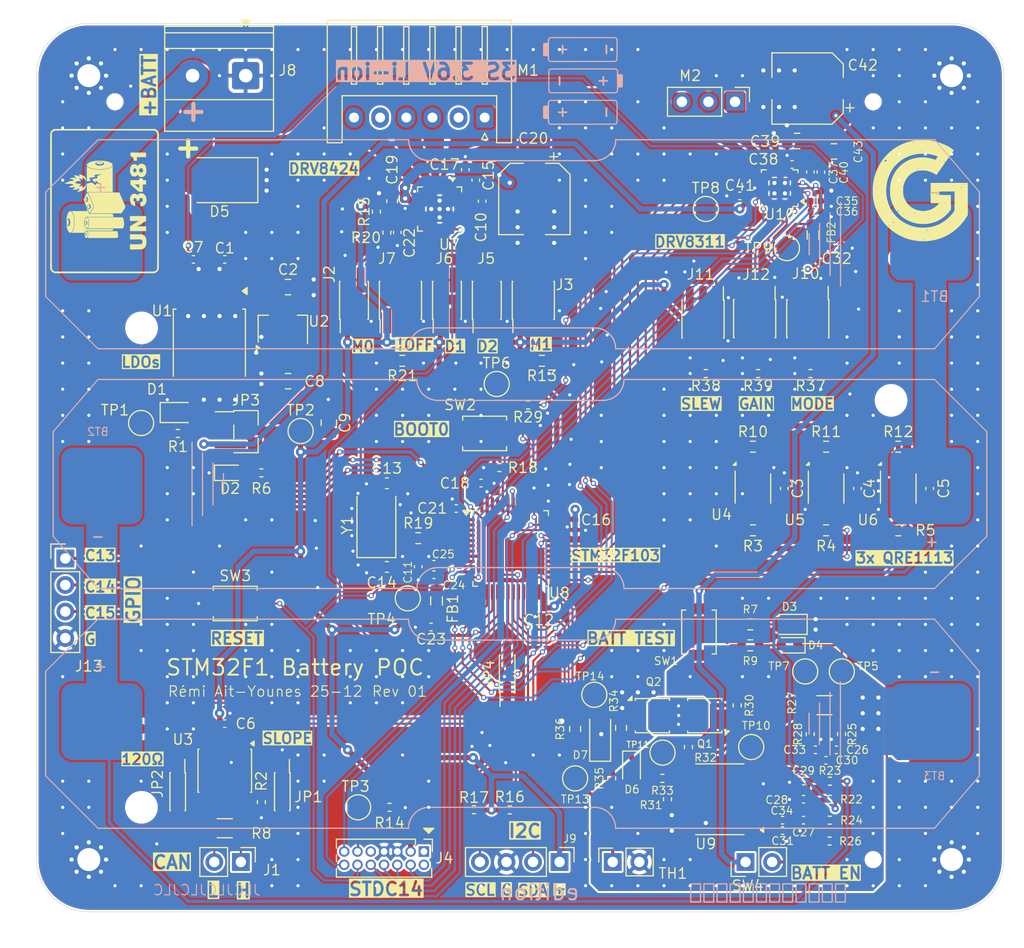
<source format=kicad_pcb>
(kicad_pcb (version 20241229) (generator "pcbnew") (generator_version "9.0")
  (layers (0 "F.Cu" signal) (4 "In1.Cu" signal) (6 "In2.Cu" signal) (2 "B.Cu" signal) (13 "F.Paste" user) (15 "B.Paste" user) (5 "F.SilkS" user "F.Silkscreen") (7 "B.SilkS" user "B.Silkscreen") (1 "F.Mask" user) (3 "B.Mask" user) (25 "Edge.Cuts" user))
  (net 0 "")
  (net 1 "+BATT")
  (net 2 "Net-(BT1--)")
  (net 3 "Net-(BT2--)")
  (net 4 "BGND")
  (net 5 "GND")
  (net 6 "/LS1")
  (net 7 "/LS2")
  (net 8 "/LS3")
  (net 9 "+3V3")
  (net 10 "+5V")
  (net 11 "Net-(JP3-A)")
  (net 12 "Net-(U7-CPL)")
  (net 13 "Net-(U7-CPH)")
  (net 14 "/NRST")
  (net 15 "/XTAL_I")
  (net 16 "/XTAL_RO")
  (net 17 "Net-(U7-VCP)")
  (net 18 "Net-(U7-DVDD)")
  (net 19 "Net-(U7-VREF)")
  (net 20 "Net-(U8-VDDA)")
  (net 21 "Net-(U9-SRP)")
  (net 22 "Net-(U9-VC3)")
  (net 23 "Net-(U9-VC2)")
  (net 24 "Net-(U9-VC1)")
  (net 25 "Net-(U9-SRN)")
  (net 26 "Net-(U9-VDD)")
  (net 27 "Net-(U9-AVDD)")
  (net 28 "Net-(U10-CSAREF)")
  (net 29 "Net-(U10-CP)")
  (net 30 "+DRV_3V3")
  (net 31 "Net-(D1-A)")
  (net 32 "Net-(D2-A)")
  (net 33 "Net-(D3-A)")
  (net 34 "Net-(D4-A)")
  (net 35 "Net-(D6-A)")
  (net 36 "Net-(D6-K)")
  (net 37 "/CANH")
  (net 38 "/CANL")
  (net 39 "Net-(J2-Pin_2)")
  (net 40 "Net-(J3-Pin_2)")
  (net 41 "Net-(J3-Pin_3)")
  (net 42 "/SYS_JTDI")
  (net 44 "/USART1_RX")
  (net 45 "/SYS_JTCK")
  (net 46 "Net-(J4-Pin_11)")
  (net 47 "/SYS_JTDO")
  (net 48 "/USART1_TX")
  (net 50 "/SYS_JTMS")
  (net 52 "Net-(J5-Pin_2)")
  (net 53 "Net-(J6-Pin_2)")
  (net 54 "Net-(J7-Pin_2)")
  (net 55 "Net-(J7-Pin_3)")
  (net 56 "/HW interface/pin")
  (net 57 "Net-(J10-Pin_4)")
  (net 58 "/HW interface1/pin")
  (net 59 "Net-(J11-Pin_4)")
  (net 60 "/HW interface2/pin")
  (net 61 "Net-(J12-Pin_4)")
  (net 62 "Net-(JP1-B)")
  (net 63 "Net-(JP2-B)")
  (net 64 "Net-(JP4-B)")
  (net 65 "Net-(U7-BOUT2)")
  (net 66 "Net-(M1--)")
  (net 67 "Net-(U7-BOUT1)")
  (net 68 "Net-(U7-AOUT2)")
  (net 69 "Net-(U10-OUTA)")
  (net 70 "Net-(U10-OUTB)")
  (net 71 "Net-(U10-OUTC)")
  (net 72 "Net-(Q1-G)")
  (net 73 "Net-(Q1-S-Pad1)")
  (net 74 "Net-(Q1-D)")
  (net 75 "Net-(R9-Pad1)")
  (net 76 "Net-(U4-A)")
  (net 77 "Net-(U5-A)")
  (net 78 "Net-(U6-A)")
  (net 79 "Net-(U7-~{FAULT})")
  (net 80 "/BOOT")
  (net 81 "/XTAL_O")
  (net 82 "/VPWM")
  (net 83 "Net-(SW4-B)")
  (net 84 "/~{FAULT}")
  (net 85 "Net-(U9-VTB)")
  (net 86 "Net-(U9-TS)")
  (net 87 "Net-(U9-DSG)")
  (net 88 "Net-(U9-CHG)")
  (net 89 "Net-(U9-LD)")
  (net 90 "/SOC")
  (net 91 "/INHA")
  (net 92 "/CAN_RX")
  (net 93 "/CAN_TX")
  (net 95 "/EN")
  (net 96 "/~{SLEEP}")
  (net 97 "/STEP")
  (net 98 "/DIR")
  (net 99 "/INLA")
  (net 100 "/INHC")
  (net 101 "/INLC")
  (net 102 "/INLB")
  (net 103 "/SOA")
  (net 104 "/SOB")
  (net 105 "/INHB")
  (net 108 "/I2C2_SDA")
  (net 109 "/I2C2_SCL")
  (net 112 "/PC14")
  (net 113 "/PC13")
  (net 114 "/PC15")
  (footprint "Connector_PinHeader_1.27mm:PinHeader_2x03_P1.27mm_Vertical_SMD" (layer "F.Cu") (at 150 69 90)
    (property "Reference" "J3")
    (property "Value" "Conn_02x03_Odd_Even")
  )
  (footprint "Capacitor_SMD:C_0402_1005Metric" (layer "F.Cu") (at 176.98 112)
    (property "Reference" "C33")
    (property "Value" "0u1")
  )
  (footprint "LOGO" (layer "F.Cu") (at 187 58.5)
    (property "Reference" "G***" (hide yes))
    (property "Value" "LOGO" (hide yes))
  )
  (footprint "Package_SO:Vishay_PowerPAK_1212-8_Single" (layer "F.Cu") (at 161.395 108.73)
    (property "Reference" "Q2")
    (property "Value" "Q_NMOS")
  )
  (footprint "Capacitor_SMD:C_0402_1005Metric" (layer "F.Cu") (at 145.1075 59.51 90)
    (property "Reference" "C10")
    (property "Value" "22n")
  )
  (footprint "Connector_PinHeader_2.54mm:PinHeader_1x02_P2.54mm_Vertical" (layer "F.Cu") (at 122.0375 122.73 -90)
    (property "Reference" "J1")
    (property "Value" "Conn_01x02")
  )
  (footprint "MountingHole:MountingHole_2.2mm_M2_Pad_Via" (layer "F.Cu") (at 107.5 122.5)
    (property "Reference" "H1" (hide yes))
    (property "Value" "MountingHole_Pad")
  )
  (footprint "Resistor_SMD:R_0402_1005Metric" (layer "F.Cu") (at 176.51 76 180)
    (property "Reference" "R37")
    (property "Value" "47k")
  )
  (footprint "Resistor_SMD:R_0402_1005Metric" (layer "F.Cu") (at 169.5 107.75 -90)
    (property "Reference" "R30")
    (property "Value" "1M")
  )
  (footprint "Fiducial:Fiducial_1mm_Mask2mm" (layer "F.Cu") (at 185 112.5)
    (property "Reference" "FID2" (hide yes))
    (property "Value" "Fiducial")
  )
  (footprint "LED_SMD:LED_0805_2012Metric" (layer "F.Cu") (at 116.01 79.73)
    (property "Reference" "D1")
    (property "Value" "YELLOW")
  )
  (footprint "MountingHole:ToolingHole_1.152mm" (layer "F.Cu") (at 110 50)
    (property "Reference" "H5" (hide yes))
    (property "Value" "MountingHole")
  )
  (footprint "Package_TO_SOT_SMD:SOT-89-3" (layer "F.Cu") (at 126.05 71.78 90)
    (property "Reference" "U2")
    (property "Value" "HT753-1")
  )
  (footprint "Resistor_SMD:R_0402_1005Metric" (layer "F.Cu") (at 176.48 110.5 90)
    (property "Reference" "R28")
    (property "Value" "100")
  )
  (footprint "TestPoint:TestPoint_Pad_D2.0mm" (layer "F.Cu") (at 112.5 80.73 90)
    (property "Reference" "TP1")
    (property "Value" "TestPoint")
  )
  (footprint "LOGO" (layer "F.Cu") (at 110.126837 59.492498 90)
    (property "Reference" "G***" (hide yes))
    (property "Value" "LOGO" (hide yes))
  )
  (footprint "Inductor_SMD:L_0805_2012Metric" (layer "F.Cu") (at 176.75 62.75 -90)
    (property "Reference" "FB2")
    (property "Value" "600Ω@100M")
  )
  (footprint "OptoDevice:OnSemi_CASE100CY" (layer "F.Cu") (at 178 87)
    (property "Reference" "U5")
    (property "Value" "QRE1113GR")
  )
  (footprint "Resistor_SMD:R_0603_1608Metric" (layer "F.Cu") (at 137.4725 74.78 180)
    (property "Reference" "R21")
    (property "Value" "330k")
  )
  (footprint "Resistor_SMD:R_0402_1005Metric" (layer "F.Cu") (at 136 62.51 -90)
    (property "Reference" "R20")
    (property "Value" "1k")
  )
  (footprint "Capacitor_SMD:C_0402_1005Metric" (layer "F.Cu") (at 120.5 65.08 180)
    (property "Reference" "C1")
    (property "Value" "1u")
  )
  (footprint "Resistor_SMD:R_0402_1005Metric" (layer "F.Cu") (at 144.3275 117.73)
    (property "Reference" "R17")
    (property "Value" "10k")
  )
  (footprint "Connector_PinHeader_1.27mm:PinHeader_2x01_P1.27mm_Vertical_SMD" (layer "F.Cu") (at 147.5 104.75 90)
    (property "Reference" "JP4")
    (property "Value" "Jumper_2_Small_Bridged")
  )
  (footprint "OptoDevice:OnSemi_CASE100CY" (layer "F.Cu") (at 184.9 87)
    (property "Reference" "U6")
    (property "Value" "QRE1113GR")
  )
  (footprint "Capacitor_SMD:C_0805_2012Metric" (layer "F.Cu") (at 130.4525 80.71 90)
    (property "Reference" "C9")
    (property "Value" "10u")
  )
  (footprint "Resistor_SMD:R_0603_1608Metric" (layer "F.Cu") (at 170.75 100)
    (property "Reference" "R7")
    (property "Value" "20k")
  )
  (footprint "Resistor_SMD:R_0402_1005Metric" (layer "F.Cu") (at 178.3675 115 180)
    (property "Reference" "R23")
    (property "Value" "1k")
  )
  (footprint "Capacitor_SMD:C_0402_1005Metric" (layer "F.Cu") (at 143.5 56.5 90)
    (property "Reference" "C17")
    (property "Value" "10n")
  )
  (footprint "Button_Switch_SMD:SW_SPST_TS-1088-xR020" (layer "F.Cu") (at 165.8375 100.73 90)
    (property "Reference" "SW1")
    (property "Value" "SW_Push")
  )
  (footprint "Capacitor_SMD:C_0402_1005Metric" (layer "F.Cu") (at 150.538566 98.422073 180)
    (property "Reference" "C12")
    (property "Value" "0u1")
  )
  (footprint "Capacitor_SMD:C_0402_1005Metric" (layer "F.Cu") (at 178.98 112 180)
    (property "Reference" "C26")
    (property "Value" "0u1")
  )
  (footprint "MountingHole:ToolingHole_1.152mm" (layer "F.Cu") (at 182.5 50)
    (property "Reference" "H7" (hide yes))
    (property "Value" "MountingHole")
  )
  (footprint "Capacitor_SMD:C_0402_1005Metric" (layer "F.Cu") (at 177 60.5)
    (property "Reference" "C36")
    (property "Value" "10n")
  )
  (footprint "TestPoint:TestPoint_Pad_D2.0mm" (layer "F.Cu") (at 174.25 64 90)
    (property "Reference" "TP9")
    (property "Value" "TestPoint")
  )
  (footprint "Capacitor_SMD:C_0402_1005Metric" (layer "F.Cu") (at 181 87 90)
    (property "Reference" "C4")
    (property "Value" "0u1")
  )
  (footprint "Resistor_SMD:R_0603_1608Metric" (layer "F.Cu") (at 171 83)
    (property "Reference" "R10")
    (property "Value" "47")
  )
  (footprint "Resistor_SMD:R_0402_1005Metric" (layer "F.Cu") (at 171.5 76 180)
    (property "Reference" "R39")
    (property "Value" "47k")
  )
  (footprint "Capacitor_SMD:C_0402_1005Metric" (layer "F.Cu") (at 173.8375 119.73 180)
    (property "Reference" "C31")
    (property "Value" "1u")
  )
  (footprint "Capacitor_SMD:C_0402_1005Metric" (layer "F.Cu") (at 140.5 94.25 180)
    (property "Reference" "C25")
    (property "Value" "10n")
  )
  (footprint "TestPoint:TestPoint_Pad_D2.0mm" (layer "F.Cu") (at 155.8375 106.73 180)
    (property "Reference" "TP14")
    (property "Value" "TestPoint")
  )
  (footprint "Resistor_SMD:R_0402_1005Metric" (layer "F.Cu") (at 166.5 76 180)
    (property "Reference" "R38")
    (property "Value" "47k")
  )
  (footprint "Resistor_SMD:R_0603_1608Metric" (layer "F.Cu") (at 184.9 83)
    (property "Reference" "R12")
    (property "Value" "100")
  )
  (footprint "Package_QFP:LQFP-48_7x7mm_P0.5mm" (layer "F.Cu") (at 147.8375 92.73)
    (property "Reference" "U8")
    (property "Value" "STM32F103C8Tx")
  )
  (footprint "Resistor_SMD:R_0603_1608Metric" (layer "F.Cu") (at 184.9 91)
    (property "Reference" "R5")
    (property "Value" "6k8")
  )
  (footprint "Resistor_SMD:R_0402_1005Metric" (layer "F.Cu") (at 147.75 117.75 180)
    (property "Reference" "R16")
    (property "Value" "10k")
  )
  (footprint "Capacitor_SMD:C_0402_1005Metric" (layer "F.Cu") (at 145 86.48)
    (property "Reference" "C18")
    (property "Value" "0u1")
  )
  (footprint "Crystal:Crystal_SMD_5032-2Pin_5.0x3.2mm" (layer "F.Cu") (at 135 90.5 90)
    (property "Reference" "Y1")
    (property "Value" "8M")
  )
  (footprint "GLCS:Texas_RRW0024A_WQFN-24-1EP_2x2mm_P0.4mmThermalVias" (layer "F.Cu") (at 173.56 58.265 180)
    (property "Reference" "U10")
    (property "Value" "DRV8311H")
  )
  (footprint "TerminalBlock_Phoenix:TerminalBlock_Phoenix_MKDS-1,5-2-5.08_1x02_P5.08mm_Horizontal" (layer "F.Cu") (at 122.5 47.5 180)
    (property "Reference" "J8")
    (property "Value" "Conn_01x02")
  )
  (footprint "Connector_PinHeader_1.27mm:PinHeader_2x01_P1.27mm_Vertical_SMD" (layer "F.Cu") (at 116 116 -90)
    (property "Reference" "JP2")
    (property "Value" "Jumper_2_Small_Bridged")
  )
  (footprint "Resistor_SMD:R_0402_1005Metric" (layer "F.Cu") (at 157.495 114.73 90)
    (property "Reference" "R35")
    (property "Value" "1M")
  )
  (footprint "Resistor_SMD:R_0603_1608Metric" (layer "F.Cu") (at 150.825 74.78 180)
    (property "Reference" "R13")
    (property "Value" "330k")
  )
  (footprint "Connector_PinHeader_1.27mm:PinHeader_2x03_P1.27mm_Vertical_SMD" (layer "F.Cu") (at 166.23 70.78 -90)
    (property "Reference" "J11")
    (property "Value" "Conn_02x03_Odd_Even")
  )
  (footprint "Connector_PinHeader_2.54mm:PinHeader_1x04_P2.54mm_Vertical" (layer "F.Cu") (at 105.25 93.69)
    (property "Reference" "J13")
    (property "Value" "Conn_01x04_Pin")
  )
  (footprint "Capacitor_SMD:C_0402_1005Metric" (layer "F.Cu") (at 120.5 109.5)
    (property "Reference" "C6")
    (property "Value" "0u1")
  )
  (footprint "GLCS:JST_XH_S6B-XH-A_Stepper_1x06_P2.50mm_Horizontal" (layer "F.Cu") (at 145.3575 51.51 180)
    (property "Reference" "M1")
    (property "Value" "Stepper_Motor_bipolar")
  )
  (footprint "Resistor_SMD:R_0603_1608Metric" (layer "F.Cu") (at 178 83)
    (property "Reference" "R11")
    (property "Value" "75")
  )
  (footprint "Capacitor_SMD:C_0402_1005Metric" (layer "F.Cu") (at 140.23 100.25 180)
    (property "Reference" "C23")
    (property "Value" "1u")
  )
  (footprint "Capacitor_SMD:C_0603_1608Metric" (layer "F.Cu") (at 136 94.5)
    (property "Reference" "C14")
    (property "Value" "20p")
  )
  (footprint "TestPoint:TestPoint_Pad_D2.0mm" (layer "F.Cu") (at 154 114.73 180)
    (property "Reference" "TP13")
    (property "Value" "TestPoint")
  )
  (footprint "Resistor_SMD:R_0402_1005Metric" (layer "F.Cu") (at 178.3475 118.73)
    (property "Reference" "R24")
    (property "Value" "1k")
  )
  (footprint "Capacitor_SMD:C_0603_1608Metric" (layer "F.Cu") (at 136 86.5)
    (property "Reference" "C13")
    (property "Value" "20p")
  )
  (footprint "Connector_PinSocket_2.54mm:PinSocket_1x02_P2.54mm_Vertical" (layer "F.Cu") (at 157.5975 122.73 90)
    (property "Reference" "TH1")
    (property "Value" "10k/3435K")
  )
  (footprint "Capacitor_SMD:C_0402_1005Metric" (layer "F.Cu") (at 117.5 65.08)
    (property "Reference" "C7")
    (property "Value" "0u1")
  )
  (footprint "Resistor_SMD:R_0402_1005Metric" (layer "F.Cu") (at 178.3275 120.73 180)
    (property "Reference" "R26")
    (property "Value" "1k")
  )
  (footprint "LED_SMD:LED_0805_2012Metric" (layer "F.Cu") (at 174.5 100 180)
    (property "Reference" "D3")
    (property "Value" "GREEN")
  )
  (footprint "Connector_PinHeader_2.54mm:PinHeader_1x02_P2.54mm_Vertical" (layer "F.Cu") (at 170.2975 122.73 90)
    (property "Reference" "SW4")
    (property "Value" "SW_SPST")
  )
  (footprint "Fiducial:Fiducial_1mm_Mask2mm" (layer "F.Cu") (at 112.5 110)
    (property "Reference" "FID1" (hide yes))
    (property "Value" "Fiducial")
  )
  (footprint "Capacitor_SMD:C_0402_1005Metric" (layer "F.Cu") (at 177.98 113)
    (property "Reference" "C30")
    (property "Value" "0u1")
  )
  (footprint "Capacitor_SMD:C_0402_1005Metric" (layer "F.Cu") (at 174 87 90)
    (property "Reference" "C3")
    (property "Value" "0u1")
  )
  (footprint "Resistor_SMD:R_0402_1005Metric" (layer "F.Cu") (at 162.3475 114.73 180)
    (property "Reference" "R33")
    (property "Value" "5k1")
  )
  (footprint "MountingHole:ToolingHole_1.152mm" (layer "F.Cu") (at 182.5 122.5)
    (property "Reference" "H6" (hide yes))
    (property "Value" "MountingHole")
  )
  (footprint "Button_Switch_SMD:SW_SPST_TS-1088-xR020" (layer "F.Cu") (at 145.3475 81.73)
    (property "Reference" "SW2")
    (property "Value" "SW_Push")
  )
  (footprint "Capacitor_SMD:C_0402_1005Metric" (layer "F.Cu") (at 177.5 56.73 90)
    (property "Reference" "C40")
    (property "Value" "0u1")
  )
  (footprint "TestPoint:TestPoint_Pad_D2.0mm" (layer "F.Cu") (at 162.358909 112.266432 180)
    (property "Reference" "TP11")
    (property "Value" "TestPoint")
  )
  (footprint "Resistor_SMD:R_0402_1005Metric" (layer "F.Cu") (at 124 117 90)
    (property "Reference" "R2")
    (property "Value" "10k")
  )
  (footprint "TestPoint:TestPoint_Pad_D2.0mm" (layer "F.Cu") (at 166.5 60.25)
    (property "Reference" "TP8")
    (property "Value" "TestPoint")
  )
  (footprint "Capacitor_SMD:C_0402_1005Metric" (layer "F.Cu") (at 137 62.5 -90)
    (property "Reference" "C22")
    (property "Value" "1u")
  )
  (footprint "OptoDevice:OnSemi_CASE100CY" (layer "F.Cu") (at 171 87)
    (property "Reference" "U4")
    (property "Value" "QRE1113GR")
  )
  (footprint "Resistor_SMD:R_0603_1608Metric" (layer "F.Cu") (at 170.75 102)
    (property "Reference" "R9")
    (property "Value" "20k")
  )
  (footprint "Connector_PinHeader_1.27mm:PinHeader_2x03_P1.27mm_Vertical_SMD" (layer "F.Cu") (at 137.3 69 90)
    (property "Reference" "J7")
    (property "Value" "Conn_02x03_Odd_Even")
  )
  (footprint "Diode_SMD:D_SOD-123" (layer "F.Cu") (at 156.395 110.73 90)
    (property "Reference" "D7")
    (property "Value" "16")
  )
  (footprint "Capacitor_SMD:C_0402_1005Metric" (layer "F.Cu") (at 169.75 59 180)
    (property "Reference" "C41")
    (property "Value" "1u")
  )
  (footprint "Button_Switch_SMD:SW_SPST_TS-1088-xR020" (layer "F.Cu") (at 121.5 98)
    (property "Reference" "SW3")
    (property "Value" "SW_Push")
  )
  (footprint "Capacitor_SMD:C_0402_1005Metric" (layer "F.Cu") (at 175.8375 116.73 180)
    (property "Reference" "C28")
    (property "Value" "0u1")
  )
  (footprint "TestPoint:TestPoint_Pad_D2.0mm" (layer "F.Cu") (at 146.5 77)
    (property "Reference" "TP6")
    (property "Value" "TestPoint")
  )
  (footprint "Capacitor_SMD:C_0805_2012Metric" (layer "F.Cu") (at 175.23 53.75)
    (property "Reference" "C39")
    (property "Value" "10u")
  )
  (footprint "TestPoint:TestPoint_Pad_D2.0mm" (layer "F.Cu") (at 170.8375 111.73 180)
    (property "Reference" "TP10")
    (property "Value" "TestPoint")
  )
  (footprint "Resistor_SMD:R_0402_1005Metric" (layer "F.Cu") (at 162.8375 116.73 90)
    (property "Reference" "R31")
    (property "Value" "10k")
  )
  (footprint "Package_TO_SOT_SMD:TO-252-2" (layer "F.Cu") (at 119.025 73.145 -90)
    (property "Reference" "U1")
    (property "Value" "LM78M05")
  )
  (footprint "Connector_PinHeader_2.54mm:PinHeader_1x04_P2.54mm_Vertical" (layer "F.Cu") (at 152.5175 122.73 -90)
    (property "Reference" "J9")
    (property "Value" "Conn_01x04_Pin")
  )
  (footprint "Resistor_SMD:R_0603_1608Metric" (layer "F.Cu") (at 139 91.75)
    (property "Reference" "R19")
    (property "Value" "560")
  )
  (footprint "Resistor_SMD:R_0402_1005Metric" (layer "F.Cu") (at 178.3675 116.73 180)
    (property "Reference" "R22")
    (property "Value" "1k")
  )
  (footprint "Capacitor_SMD:C_0402_1005Metric" (layer "F.Cu") (at 142.637609 88.913849 180)
    (property "Reference" "C21")
    (property "Value" "0u1")
  )
  (footprint "Capacitor_SMD:C_0805_2012Metric" (layer "F.Cu") (at 178.75 54.75 180)
    (property "Reference" "C43")
    (property "Value" "10u")
  )
  (footprint "MountingHole:MountingHole_2.2mm_M2_Pad_Via" (layer "F.Cu") (at 107.5 47.5)
    (property "Reference" "H2" (hide yes))
    (property "Value" "MountingHole_Pad")
  )
  (footprint "Connector_PinHeader_1.27mm:PinHeader_2x03_P1.27mm_Vertical_SMD" (layer "F.Cu") (at 171.17 70.75 -90)
    (property "Reference" "J12")
    (property "Value" "Conn_02x03_Odd_Even")
  )
  (footprint "Package_SO:TSSOP-20_4.4x6.5mm_P0.65mm" (layer "F.Cu") (at 167.8375 116.73 180)
    (property "Reference" "U9")
    (property "Value" "BQ77905")
  )
  (footprint "Capacitor_SMD:C_0402_1005Metric" (layer "F.Cu") (at 173.8375 118.73)
    (property "Reference" "C34")
    (property "Value" "1u")
  )
  (footprint "Connector_PinHeader_1.27mm:PinHeader_1x03_P1.27mm_Vertical_SMD_Pin1Left" (layer "F.Cu") (at 122.5275 81.56)
    (property "Reference" "JP3")
    (property "Value" "Jumper_3_Bridged12")
  )
  (footprint "LOGO" (layer "F.Cu") (at 110.126837 59.492498 90)
    (property "Reference" "G***" (hide yes))
    (property "Value" "LOGO" (hide yes))
  )
  (footprint "Resistor_SMD:R_0402_1005Metric" (layer "F.Cu") (at 179.48 110.5 90)
    (property "Reference" "R25")
    (property "Value" "100")
  )
  (footprint "Capacitor_SMD:C_0402_1005Metric" (layer "F.Cu") (at 144.5 57.5 90)
    (property "Reference" "C15")
    (property "Value" "22n")
  )
  (footprint "Capacitor_SMD:C_0402_1005Metric" (layer "F.Cu") (at 176.5 56.73 90)
    (property "Reference" "C37")
    (property "Value" "0u1")
  )
  (footprint "Diode_SMD:D_SMB" (layer "F.Cu") (at 120 57.5 180)
    (property "Reference" "D5")
    (property "Value" "D_TVS")
  )
  (footprint "Capacitor_SMD:C_0603_1608Metric" (layer "F.Cu") (at 136.5 59.51 90)
    (property "Reference" "C19")
    (property "Value" "0u47")
  )
  (footprint "Connector_PinHeader_1.27mm:PinHeader_2x02_P1.27mm_Vertical_SMD" (layer "F.Cu") (at 132.855 69 90)
    (property "Reference" "J2")
    (property "Value" "Conn_02x02_Odd_Even")
  )
  (footprint "Resistor_SMD:R_0402_1005Metric" (layer "F.Cu") (at 116.01 81.73)
    (property "Reference" "R1")
    (property "Value" "5k1")
  )
  (footprint "Diode_SMD:D_SOD-323" (layer "F.Cu") (at 159.395 113.73 -90)
    (property "Reference" "D6")
    (property "Value" "100")
  )
  (footprint "LED_SMD:LED_0603_1608Metric" (layer "F.Cu") (at 121 85.5)
    (property "Reference" "D2")
    (property "Value" "WHITE")
  )
  (footprint "Capacitor_SMD:C_0402_1005Metric" (layer "F.Cu") (at 154 90.48 -90)
    (property "Reference" "C16")
    (property "Value" "0u1")
  )
  (footprint "Resistor_SMD:R_0402_1005Metric" (layer "F.Cu") (at 135 60.51 90)
    (property "Reference" "R15")
    (property "Value" "10k")
  )
  (footprint "Capacitor_SMD:CP_Elec_6.3x7.7" (layer "F.Cu") (at 150.1075 59.3 -90)
    (property "Reference" "C20")
    (property "Value" "100u")
  )
  (footprint "Connector_PinHeader_2.54mm:PinHeader_1x03_P2.54mm_Vertical" (layer "F.Cu") (at 169.29 50 -90)
    (property "Reference" "M2")
    (property "Value" "Motor_3_Phases")
  )
  (footprint "Capacitor_SMD:C_0402_1005Metric" (layer "F.Cu") (at 139 94.48 -90)
    (property "Reference" "C11")
    (property "Value" "0u1")
  )
  (footprint "Resistor_SMD:R_0402_1005Metric" (layer "F.Cu") (at 124 85.5 180)
    (property "Reference" "R6")
    (property "Value" "5k1")
  )
  (footprint "Capacitor_SMD:C_0402_1005Metric" (layer "F.Cu") (at 187.9 87 90)
    (property "Reference" "C5")
    (property "Value" "0u1")
  )
  (footprint "Inductor_SMD:L_0805_2012Metric" (layer "F.Cu") (at 140.75 97.75 -90)
    (property "Reference" "FB1")
    (property "Value" "600Ω@100M")
  )
  (footprint "MountingHole:MountingHole_2.2mm_M2_Pad_Via" (layer "F.Cu") (at 190 122.5)
    (property "Reference" "H4" (hide yes))
    (property "Value" "MountingHole_Pad")
  )
  (footprint "Connector_PinHeader_1.27mm:PinHeader_2x03_P1.27mm_Vertical_SMD" (layer "F.Cu") (at 176.25 70.75 -90)
    (property "Reference" "J10")
    (property "Value" "Conn_02x03_Odd_Even")
  )
  (footprint "Connector_PinHeader_1.27mm:PinHeader_2x02_P1.27mm_Vertical_SMD" (layer "F.Cu") (at 145.555 69 90)
    (property "Reference" "J5")
    (property "Value" "Conn_02x02_Odd_Even")
  )
  (footprint "Capacitor_SMD:C_0402_1005Metric" (layer "F.Cu") (at 175.8375 118.73 180)
    (property "Reference" "C27")
    (property "Value" "0u1")
  )
  (footprint "LED_SMD:LED_0603_1608Metric" (layer "F.Cu") (at 174.5 102 180)
    (property "Reference" "D4")
    (property "Value" "RED")
  )
  (footprint "Resistor_SMD:R_0603_1608Metric" (layer "F.Cu") (at 154 110 90)
    (property "Reference" "R36")
    (property "Value" "470k")
  )
  (footprint "Capacitor_SMD:CP_Elec_6.3x7.7" (layer "F.Cu") (at 176.23 48.73 180)
    (property "Reference" "C42")
    (property "Value" "100u")
  )
  (footprint "Resistor_SMD:R_0402_1005Metric" (layer "F.Cu") (at 136.25 117.5)
    (property "Reference" "R14")
    (property "Value" "100")
  )
  (footprint "TestPoint:TestPoint_Pad_D2.0mm" (layer "F.Cu") (at 176 104.5 180)
    (property "Reference" "TP7")
    (property "Value" "TestPoint")
  )
  (footprint "Resistor_SMD:R_0603_1608Metric" (layer "F.Cu") (at 178 91)
    (property "Reference" "R4")
    (property "Value" "6k8")
  )
  (footprint "Resistor_SMD:R_0603_1608Metric" (layer "F.Cu") (at 171 91)
    (property "Reference" "R3")
    (property "Value" "6k8")
  )
  (footprint "Capacitor_SMD:C_0402_1005Metric" (layer "F.Cu") (at 177 59.5)
    (property "Reference" "C35")
    (property "Value" "1u")
  )
  (footprint "Fiducial:Fiducial_1mm_Mask2mm" (layer "F.Cu") (at 185 65)
    (property "Reference" "FID3" (hide yes))
    (property "Value" "Fiducial")
  )
  (footprint "TestPoint:TestPoint_Pad_D2.0mm" (layer "F.Cu") (at 133.25 117.5 -90)
    (property "Reference" "TP3")
    (property "Value" "TestPoint")
  )
  (footprint "Connector_PinHeader_1.27mm:PinHeader_2x01_P1.27mm_Vertical_SMD" (layer "F.Cu") (at 126 116 -90)
    (property "Reference" "JP1")
    (property "Value" "Jumper_2_Small_Open")
  )
  (footprint "Connector_PinHeader_1.27mm:PinHeader_2x07_P1.27mm_Vertical" (layer "F.Cu") (at 139.54 121.73 -90)
    (property "Reference" "J4")
    (property "Value" "Conn_02x07_Odd_Even")
  )
  (footprint "Package_SO:Vishay_PowerPAK_1212-8_Single" (layer "F.Cu") (at 166.395 108.73 180)
    (property "Reference" "Q1")
    (property "Value" "Q_NMOS")
  )
  (footprint "GLCS:Texas_RGE0024B_VQFN-24-1EP_4x4mm_P0.5mm_EP2.5x2.5mm_ThermalVias" (layer "F.Cu") (at 141.045 60.26 -90)
    (property "Reference" "U7")
    (property "Value" "DRV8424RGER")
  )
  (footprint "Capacitor_SMD:C_0805_2012Metric" (layer "F.Cu") (at 126.55 67.73)
    (property "Reference" "C2")
    (property "Value" "10u")
  )
  (footprint "TestPoint:TestPoint_Pad_D2.0mm" (layer "F.Cu") (at 127.75 81.5)
    (property "Reference" "TP2")
    (property "Value" "TestPoint")
  )
  (footprint "Resistor_SMD:R_1206_3216Metric" (layer "F.Cu") (at 177.8375 107.73 180)
    (property "Reference" "R27")
    (property "Value" "10m/1W")
  )
  (footprint "Capacitor_SMD:C_0402_1005Metric" (layer "F.Cu") (at 174.75 56)
    (property "Reference" "C38")
    (property "Value" "0u1")
  )
  (footprint "Capacitor_SMD:C_0402_1005Metric" (layer "F.Cu") (at 179 64)
    (property "Reference" "C32")
    (property "Value" "1u")
  )
  (footprint "TestPoint:TestPoint_Pad_D2.0mm" (layer "F.Cu") (at 179.5 104.5 180)
    (property "Reference" "TP5")
    (property "Value" "TestPoint")
  )
  (footprint "Package_SO:SOIC-8_3.9x4.9mm_P1.27mm" (layer "F.Cu") (at 120.5 114 -90)
    (property "Reference" "U3")
    (property "Value" "SN65HVD230")
  )
  (footprint "Resistor_SMD:R_0402_1005Metric" (layer "F.Cu") (at 146.75 85)
    (property "Reference" "R18")
    (property "Value" "10k")
  )
  (footprint "MountingHole:MountingHole_2.2mm_M2_Pad_Via" (layer "F.Cu") (at 190 47.5)
    (property "Reference" "H3" (hide yes))
    (property "Value" "MountingHole_Pad")
  )
  (footprint "TestPoint:TestPoint_Pad_D2.0mm" (layer "F.Cu") (at 138 97.5)
    (property "Reference" "TP4")
    (property "Value" "TestPoint")
  )
  (footprint "Resistor_SMD:R_1206_3216Metric" (layer "F.Cu") (at 120.5 119.5 180)
    (property "Reference" "R8")
    (property "Value" "120")
  )
  (footprint "Capacitor_SMD:C_0805_2012Metric" (layer "F.Cu") (at 126.55 76.73 180)
    (property "Reference" "C8")
    (property "Value" "10u")
  )
  (footprint "Resistor_SMD:R_0402_1005Metric" (layer "F.Cu") (at 149.5 79 180)
    (property "Reference" "R29")
    (property "Value" "10k")
  )
  (footprint "Capacitor_SMD:C_0402_1005Metric" (layer "F.Cu") (at 140.5 95.25 180)
    (property "Reference" "C24")
    (property "Value" "1u")
  )
  (footprint "Resistor_SMD:R_0402_1005Metric" (layer "F.Cu") (at 164.8375 111.73 90)
    (property "Reference" "R32")
    (property "Value" "5k1")
  )
  (footprint "Capacitor_SMD:C_0402_1005Metric" (layer "F.Cu") (at 175.8375 114.99 180)
    (property "Reference" "C29")
    (property "Value" "0u1")
  )
  (footprint "Resistor_SMD:R_0603_1608Metric" (layer "F.Cu") (at 158.395 109.905 90)
    (property "Reference" "R34")
    (property "Value" "3M")
  )
  (footprint "Connector_PinHeader_1.27mm:PinHeader_2x02_P1.27mm_Vertical_SMD" (layer "F.Cu") (at 141.745 69 90)
    (property "Reference" "J6")
    (property "Value" "Conn_02x02_Odd_Even")
  )
  (footprint "GLCS:BatteryHolder_MYOUNG_BH-18650-B1BA002" (layer "B.Cu") (at 148.37 109.5 180)
    (property "Reference" "BT3")
    (property "Value" "Battery_Cell")
  )
  (footprint "GLCS:BatteryHolder_MYOUNG_BH-18650-B1BA002" (layer "B.Cu") (at 148.38 63.6325 180)
    (property "Reference" "BT1")
    (property "Value" "Battery_Cell")
  )
  (footprint "GLCS:BatteryHolder_MYOUNG_BH-18650-B1BA002" (layer "B.Cu") (at 148.37 86.56625)
    (property "Reference" "BT2")
    (property "Value" "Battery_Cell")
  )
  (footprint "LOGO" (layer "B.Cu") (at 154.5 51 -90)
    (property "Reference" "G***" (hide yes))
    (property "Value" "LOGO" (hide yes))
  )
  (footprint "LOGO" (layer "B.Cu") (at 154.5 45 -90)
    (property "Reference" "G***" (hide yes))
    (property "Value" "LOGO" (hide yes))
  )
  (footprint "LOGO" (layer "B.Cu") (at 155 48 90)
    (property "Reference" "G***" (hide yes))
    (property "Value" "LOGO" (hide yes))
  )
  (gr_poly (pts (xy 140 120) (xy 140.5 119.5) (xy 139.5 119.5)) (stroke (width 0.1)) (fill yes) (layer "F.SilkS"))
  (gr_line (start 107.5 42.5) (end 190 42.5) (stroke (width 0.05)) (layer "Edge.Cuts"))
  (gr_line (start 195 47.5) (end 195 122.5) (stroke (width 0.05)) (layer "Edge.Cuts"))
  (gr_line (start 190 127.5) (end 107.5 127.5) (stroke (width 0.05)) (layer "Edge.Cuts"))
  (gr_line (start 102.5 122.5) (end 102.5 47.5) (stroke (width 0.05)) (layer "Edge.Cuts"))
  (gr_arc (start 195 122.5) (mid 193.535534 126.035534) (end 190 127.5) (stroke (width 0.05)) (layer "Edge.Cuts"))
  (gr_arc (start 107.5 127.5) (mid 103.964466 126.035534) (end 102.5 122.5) (stroke (width 0.05)) (layer "Edge.Cuts"))
  (gr_arc (start 102.5 47.5) (mid 103.964466 43.964466) (end 107.5 42.5) (stroke (width 0.05)) (layer "Edge.Cuts"))
  (gr_arc (start 190 42.5) (mid 193.535534 43.964466) (end 195 47.5) (stroke (width 0.05)) (layer "Edge.Cuts"))
  (gr_text "I2C" (at 147.5 120.5 0) (layer "F.SilkS" knockout) (effects (font (size 1.25 1.25) (thickness 0.25) (bold yes)) (justify left bottom)))
  (gr_text "+BATT" (at 114 51.5 90) (layer "F.SilkS" knockout) (effects (font (size 1.25 1.25) (thickness 0.25) (bold yes)) (justify left bottom)))
  (gr_text "D2" (at 144.5 74 0) (layer "F.SilkS" knockout) (effects (font (size 1 1) (thickness 0.2) (bold yes)) (justify left bottom)))
  (gr_text "+" (at 115.5 55.5 0) (layer "F.SilkS") (effects (font (size 2 2) (thickness 0.4) (bold yes)) (justify left bottom)))
  (gr_text "STDC14" (at 132.241819 126.056667 0) (layer "F.SilkS" knockout) (effects (font (size 1.25 1.25) (thickness 0.25) (bold yes)) (justify left bottom)))
  (gr_text "STM32F103" (at 153.5 94 0) (layer "F.SilkS" knockout) (effects (font (size 1 1) (thickness 0.2) (bold yes)) (justify left bottom)))
  (gr_text "+" (at 151.759542 125.861982 0) (layer "F.SilkS" knockout) (effects (font (size 1 1) (thickness 0.2) (bold yes)) (justify left bottom)))
  (gr_text "DRV8424" (at 126.5 57 0) (layer "F.SilkS" knockout) (effects (font (size 1 1) (thickness 0.2) (bold yes)) (justify left bottom)))
  (gr_text "C13" (at 107 94 0) (layer "F.SilkS" knockout) (effects (font (size 1 1) (thickness 0.2) (bold yes)) (justify left bottom)))
  (gr_text "120Ω" (at 110.5 113.5 0) (layer "F.SilkS" knockout) (effects (font (size 1 1) (thickness 0.2) (bold yes)) (justify left bottom)))
  (gr_text "G" (at 107 102 0) (layer "F.SilkS" knockout) (effects (font (size 1 1) (thickness 0.2) (bold yes)) (justify left bottom)))
  (gr_text "Rémi Ait-Younes 25-12" (at 115 107 0) (layer "F.SilkS") (effects (font (size 1 1) (thickness 0.1)) (justify left bottom)))
  (gr_text "BATT TEST" (at 155 102 0) (layer "F.SilkS" knockout) (effects (font (size 1.1 1.1) (thickness 0.22) (bold yes)) (justify left bottom)))
  (gr_text "STM32F1 Battery POC" (at 114.78 105 0) (layer "F.SilkS") (effects (font (size 1.5 1.5) (thickness 0.1875)) (justify left bottom)))
  (gr_text "Rev 01" (at 134.5 107 0) (layer "F.SilkS") (effects (font (size 1 1) (thickness 0.1)) (justify left bottom)))
  (gr_text "MODE" (at 174.5 79.5 0) (layer "F.SilkS" knockout) (effects (font (size 1 1) (thickness 0.2) (bold yes)) (justify left bottom)))
  (gr_text "SDA" (at 148.439832 126.036805 0) (layer "F.SilkS" knockout) (effects (font (size 1 1) (thickness 0.2) (bold yes)) (justify left bottom)))
  (gr_text "GAIN" (at 169.535715 79.5 0) (layer "F.SilkS" knockout) (effects (font (size 1 1) (thickness 0.2) (bold yes)) (justify left bottom)))
  (gr_text "G" (at 146.810598 126 0) (layer "F.SilkS" knockout) (effects (font (size 1 1) (thickness 0.2) (bold yes)) (justify left bottom)))
  (gr_text "GPIO" (at 112.5 100 90) (layer "F.SilkS" knockout) (effects (font (size 1.25 1.25) (thickness 0.25) (bold yes)) (justify left bottom)))
  (gr_text "L" (at 118.656215 126.186205 0) (layer "F.SilkS" knockout) (effects (font (size 1.25 1.25) (thickness 0.25) (bold yes)) (justify left bottom)))
  (gr_text "BATT EN" (at 174.5 124.454198 0) (layer "F.SilkS" knockout) (effects (font (size 1.1 1.1) (thickness 0.22) (bold yes)) (justify left bottom)))
  (gr_text "TOFF" (at 136.761729 73.842001 0) (layer "F.SilkS" knockout) (effects (font (size 1 1) (thickness 0.2) (bold yes)) (justify left bottom)))
  (gr_text "RESET" (at 119 102 0) (layer "F.SilkS" knockout) (effects (font (size 1.1 1.1) (thickness 0.22) (bold yes)) (justify left bottom)))
  (gr_text "SLEW" (at 164 79.5 0) (layer "F.SilkS" knockout) (effects (font (size 1 1) (thickness 0.2) (bold yes)) (justify left bottom)))
  (gr_text "SCL" (at 143.395651 126.009202 0) (layer "F.SilkS" knockout) (effects (font (size 1 1) (thickness 0.2) (bold yes)) (justify left bottom)))
  (gr_text "DRV8311" (at 161.5 64 0) (layer "F.SilkS" knockout) (effects (font (size 1 1) (thickness 0.2) (bold yes)) (justify left bottom)))
  (gr_text "C15" (at 107 99.5 0) (layer "F.SilkS" knockout) (effects (font (size 1 1) (thickness 0.2) (bold yes)) (justify left bottom)))
  (gr_text "LDOs" (at 110.5 75.5 0) (layer "F.SilkS" knockout) (effects (font (size 1 1) (thickness 0.2) (bold yes)) (justify left bottom)))
  (gr_text "SLOPE" (at 124 111.5 0) (layer "F.SilkS" knockout) (effects (font (size 1 1) (thickness 0.2) (bold yes)) (justify left bottom)))
  (gr_text "C14" (at 107 97 0) (layer "F.SilkS" knockout) (effects (font (size 1 1) (thickness 0.2) (bold yes)) (justify left bottom)))
  (gr_text "M1" (at 149.52904 73.821996 0) (layer "F.SilkS" knockout) (effects (font (size 1 1) (thickness 0.2) (bold yes)) (justify left bottom)))
  (gr_text "3x QRE1113" (at 180.744697 94.234092 0) (layer "F.SilkS" knockout) (effects (font (size 1 1) (thickness 0.2) (bold yes)) (justify left bottom)))
  (gr_text "D1" (at 141.388951 74 0) (layer "F.SilkS" knockout) (effects (font (size 1 1) (thickness 0.2) (bold yes)) (justify left bottom)))
  (gr_text "M0" (at 132.5 74 0) (layer "F.SilkS" knockout) (effects (font (size 1 1) (thickness 0.2) (bold yes)) (justify left bottom)))
  (gr_text "H" (at 121.451908 126.225954 0) (layer "F.SilkS" knockout) (effects (font (size 1.25 1.25) (thickness 0.25) (bold yes)) (justify left bottom)))
  (gr_text "CAN" (at 113.5 123.5 0) (layer "F.SilkS" knockout) (effects (font (size 1.25 1.25) (thickness 0.25) (bold yes)) (justify left bottom)))
  (gr_text "BOOT0" (at 136.5 82 0) (layer "F.SilkS" knockout) (effects (font (size 1.1 1.1) (thickness 0.22) (bold yes)) (justify left bottom)))
  (gr_text "edition" (at 154.5 126.5 0) (layer "B.SilkS") (effects (font (size 1.5 1.5) (thickness 0.1875)) (justify left bottom mirror)))
  (gr_text "3S 3.6V Li-ion" (at 148.5 48 0) (layer "B.SilkS" knockout) (effects (font (size 1.5 1.5) (thickness 0.3) (bold yes)) (justify left bottom mirror)))
  (gr_text "+" (at 119 52 -0) (layer "B.SilkS") (effects (font (size 2 2) (thickness 0.4) (bold yes)) (justify left bottom mirror)))
  (gr_text "何何何何何何何何何何何何" (at 180 126.5 0) (layer "B.SilkS") (effects (font (size 1.5 1.5) (thickness 0.1875)) (justify left bottom mirror)))
  (gr_text "JLCJLCJLCJLC" (at 124 126 0) (layer "B.SilkS") (effects (font (size 1 1) (thickness 0.1)) (justify left bottom mirror)))
  (segment (start 117.85 57.5) (end 117.85 51.5) (width 3) (layer "F.Cu") (net 1))
  (segment (start 169.925 100) (end 168.75 100) (width 0.3) (layer "F.Cu") (net 1))
  (segment (start 165.8375 98.505) (end 165.8375 96.831623) (width 0.5) (layer "F.Cu") (net 1))
  (segment (start 162.75 47) (end 165 44.75) (width 3) (layer "F.Cu") (net 1))
  (segment (start 168.5 99) (end 168.005 98.505) (width 0.3) (layer "F.Cu") (net 1))
  (segment (start 125.6 67.73) (end 125.6 68.85) (width 1) (layer "F.Cu") (net 1))
  (segment (start 150.25 47) (end 150.1075 47.1425) (width 3) (layer "F.Cu") (net 1))
  (segment (start 120.98 65.08) (end 120.98 63.48) (width 1) (layer "F.Cu") (net 1))
  (segment (start 165.8375 96.831623) (end 165.859859 96.809264) (width 0.5) (layer "F.Cu") (net 1))
  (segment (start 117.85 60.35) (end 117.85 57.5) (width 1) (layer "F.Cu") (net 1))
  (segment (start 117.85 51.5) (end 117.85 47.93) (width 3) (layer "F.Cu") (net 1))
  (segment (start 123.77 67.73) (end 123.395 68.105) (width 1) (layer "F.Cu") (net 1))
  (segment (start 126 51.5) (end 130.5 47) (width 3) (layer "F.Cu") (net 1))
  (segment (start 178.93 51.32) (end 178.25 52) (width 3) (layer "F.Cu") (net 1))
  (segment (start 150.25 47) (end 162.75 47) (width 3) (layer "F.Cu") (net 1))
  (segment (start 178.25 52) (end 177 53.25) (width 3) (layer "F.Cu") (net 1))
  (segment (start 176.5 44.75) (end 178.93 47.18) (width 3) (layer "F.Cu") (net 1))
  (segment (start 168.5 99.75) (end 168.5 99) (width 0.3) (layer "F.Cu") (net 1))
  (segment (start 117.85 47.93) (end 117.42 47.5) (width 2) (layer "F.Cu") (net 1))
  (segment (start 121.305 65.405) (end 120.98 65.08) (width 1) (layer "F.Cu") (net 1))
  (segment (start 120.98 63.48) (end 117.85 60.35) (width 1) (layer "F.Cu") (net 1))
  (segment (start 117.85 51.5) (end 126 51.5) (width 3) (layer "F.Cu") (net 1))
  (segment (start 165 44.75) (end 176.5 44.75) (width 3) (layer "F.Cu") (net 1))
  (segment (start 126.05 69.3) (end 126.05 73.6425) (width 1) (layer "F.Cu") (net 1))
  (segment (start 178.93 48.73) (end 178.93 51.32) (width 3) (layer "F.Cu") (net 1))
  (segment (start 125.6 67.73) (end 123.77 67.73) (width 1) (layer "F.Cu") (net 1))
  (segment (start 130.5 47) (end 150.25 47) (width 3) (layer "F.Cu") (net 1))
  (segment (start 168.75 100) (end 168.5 99.75) (width 0.3) (layer "F.Cu") (net 1))
  (segment (start 150.1075 47.1425) (end 150.1075 56.6) (width 3) (layer "F.Cu") (net 1))
  (segment (start 125.6 68.85) (end 126.05 69.3) (width 1) (layer "F.Cu") (net 1))
  (segment (start 121.305 68.105) (end 121.305 65.405) (width 1) (layer "F.Cu") (net 1))
  (segment (start 168.005 98.505) (end 165.8375 98.505) (width 0.3) (layer "F.Cu") (net 1))
  (segment (start 178.93 47.18) (end 178.93 48.73) (width 3) (layer "F.Cu") (net 1))
  (segment (start 177 53.25) (end 177 54) (width 2) (layer "F.Cu") (net 1))
  (segment (start 123.395 68.105) (end 121.305 68.105) (width 1) (layer "F.Cu") (net 1))
  (via (at 137.75 58.25) (size 0.9) (drill 0.4) (layers "F.Cu" "B.Cu") (net 1))
  (via (at 137.75 59.25) (size 0.9) (drill 0.4) (layers "F.Cu" "B.Cu") (net 1))
  (via (at 178.93 51.32) (size 0.7) (drill 0.3) (layers "F.Cu" "B.Cu") (net 1))
  (via (at 165.859859 96.809264) (size 0.7) (drill 0.3) (layers "F.Cu" "B.Cu") (net 1))
  (via (at 147.75 57.75) (size 0.9) (drill 0.4) (layers "F.Cu" "B.Cu") (net 1))
  (via (at 146.75 57) (size 0.9) (drill 0.4) (layers "F.Cu" "B.Cu") (net 1))
  (segment (start 138 57.5) (end 139.151 56.349) (width 1) (layer "B.Cu") (net 1))
  (segment (start 165.859859 96.809264) (end 167.419123 95.25) (width 0.5) (layer "B.Cu") (net 1))
  (segment (start 146.099 56.349) (end 146.75 57) (width 1) (layer "B.Cu") (net 1))
  (segment (start 168.73 122.73) (end 170.2975 122.73) (width 0.5) (layer "B.Cu") (net 1))
  (segment (start 108.5775 56.3425) (end 117.42 47.5) (width 3) (layer "B.Cu") (net 1))
  (segment (start 168 122) (end 168.73 122.73) (width 0.5) (layer "B.Cu") (net 1))
  (segment (start 165.859859 104.109859) (end 168 106.25) (width 0.5) (layer "B.Cu") (net 1))
  (segment (start 175 81.75) (end 182.5 74.25) (width 0.5) (layer "B.Cu") (net 1))
  (segment (start 165.859859 96.809264) (end 165.859859 104.109859) (width 0.5) (layer "B.Cu") (net 1))
  (segment (start 137.75 57.75) (end 138 57.5) (width 0.5) (layer "B.Cu") (net 1))
  (segment (start 171.5 95.25) (end 175 91.75) (width 0.5) (layer "B.Cu") (net 1))
  (segment (start 182.5 74.25) (end 182.5 54.89) (width 0.5) (layer "B.Cu") (net 1))
  (segment (start 147.5 57.75) (end 146.75 57) (width 1) (layer "B.Cu") (net 1))
  (segment (start 137.75 58.25) (end 137.75 57.75) (width 0.5) (layer "B.Cu") (net 1))
  (segment (start 167.419123 95.25) (end 171.5 95.25) (width 0.5) (layer "B.Cu") (net 1))
  (segment (start 182.5 54.89) (end 178.93 51.32) (width 0.5) (layer "B.Cu") (net 1))
  (segment (start 175 91.75) (end 175 81.75) (width 0.5) (layer "B.Cu") (net 1))
  (segment (start 139.151 56.349) (end 146.099 56.349) (width 1) (layer "B.Cu") (net 1))
  (segment (start 137.75 58.25) (end 137.75 59.25) (width 0.5) (layer "B.Cu") (net 1))
  (segment (start 168 106.25) (end 168 122) (width 0.5) (layer "B.Cu") (net 1))
  (segment (start 147.75 57.75) (end 147.5 57.75) (width 1) (layer "B.Cu") (net 1))
  (segment (start 108.5775 63.4325) (end 108.5775 56.3425) (width 3) (layer "B.Cu") (net 1))
  (segment (start 178.8775 117.6225) (end 178.8775 116.73) (width 0.3) (layer "F.Cu") (net 2))
  (via (at 178.8775 117.6225) (size 0.7) (drill 0.3) (layers "F.Cu" "B.Cu") (net 2))
  (segment (start 177.25 95) (end 185.5 95) (width 0.3) (layer "B.Cu") (net 2))
  (segment (start 188 92.5) (end 188 86.76625) (width 0.3) (layer "B.Cu") (net 2))
  (segment (start 188 86.9175) (end 188 63.4325) (width 3) (layer "B.Cu") (net 2))
  (segment (start 173 102.25) (end 173 99.25) (width 0.3) (layer "B.Cu") (net 2))
  (segment (start 173 99.25) (end 177.25 95) (width 0.3) (layer "B.Cu") (net 2))
  (segment (start 174.5 113.25) (end 174.5 103.75) (width 0.3) (layer "B.Cu") (net 2))
  (segment (start 174.5 103.75) (end 173 102.25) (width 0.3) (layer "B.Cu") (net 2))
  (segment (start 178.8725 117.6225) (end 174.5 113.25) (width 0.3) (layer "B.Cu") (net 2))
  (segment (start 185.5 95) (end 188 92.5) (width 0.3) (layer "B.Cu") (net 2))
  (segment (start 178.8775 117.6225) (end 178.8725 117.6225) (width 0.3) (layer "B.Cu") (net 2))
  (segment (start 178.8775 115) (end 180 115) (width 0.3) (layer "F.Cu") (net 3))
  (via (at 180 115) (size 0.7) (drill 0.3) (layers "F.Cu" "B.Cu") (net 3))
  (segment (start 180 115) (end 180 121.5) (width 0.3) (layer "B.Cu") (net 3))
  (segment (start 175 126.5) (end 117 126.5) (width 0.3) (layer "B.Cu") (net 3))
  (segment (start 117 126.5) (end 109.46 118.96) (width 0.3) (layer "B.Cu") (net 3))
  (segment (start 180 121.5) (end 175 126.5) (width 0.3) (layer "B.Cu") (net 3))
  (segment (start 109.46 118.96) (end 109.46 109.3) (width 0.3) (layer "B.Cu") (net 3))
  (segment (start 109.2075 86.93) (end 109.2075 88.1) (width 0.2) (layer "B.Cu") (net 3))
  (segment (start 108.74 86.9175) (end 108.74 109.615) (width 3) (layer "B.Cu") (net 3))
  (segment (start 179 102) (end 175.2875 102) (width 0.2) (layer "F.Cu") (net 4))
  (segment (start 178.5 112) (end 178.5 111) (width 0.3) (layer "F.Cu") (net 4))
  (segment (start 179.5 102.5) (end 179 102) (width 0.2) (layer "F.Cu") (net 4))
  (segment (start 177.46 111.04) (end 177.5 111) (width 0.3) (layer "F.Cu") (net 4))
  (segment (start 178.5 112) (end 177.46 112) (width 0.3) (layer "F.Cu") (net 4))
  (segment (start 179.3 107.73) (end 178.01793 107.73) (width 0.2) (layer "F.Cu") (net 4))
  (segment (start 179.5 104.5) (end 179.5 102.5) (width 0.2) (layer "F.Cu") (net 4))
  (segment (start 177.46 112) (end 177.46 111.04) (width 0.3) (layer "F.Cu") (net 4))
  (segment (start 178.24 109.99) (end 178 109.75) (width 0.2) (layer "F.Cu") (net 4))
  (segment (start 178 106) (end 179.5 104.5) (width 0.2) (layer "F.Cu") (net 4))
  (segment (start 178.01793 107.73) (end 178.014517 107.726587) (width 0.2) (layer "F.Cu") (net 4))
  (segment (start 179.48 109.99) (end 178.24 109.99) (width 0.2) (layer "F.Cu") (net 4))
  (segment (start 178 109.75) (end 178 106) (width 0.2) (layer "F.Cu") (net 4))
  (via (at 165 105) (size 0.7) (drill 0.3) (layers "F.Cu" "B.Cu") (net 4))
  (via (at 165 122.5) (size 0.7) (drill 0.3) (layers "F.Cu" "B.Cu") (net 4))
  (via (at 178.5 111) (size 0.7) (drill 0.3) (layers "F.Cu" "B.Cu") (net 4))
  (via (at 182.5 117.5) (size 0.7) (drill 0.3) (layers "F.Cu" "B.Cu") (net 4))
  (via (at 180 125) (size 0.7) (drill 0.3) (layers "F.Cu" "B.Cu") (net 4))
  (via (at 162.5 122.5) (size 0.7) (drill 0.3) (layers "F.Cu" "B.Cu") (net 4))
  (via (at 181.5 108.5) (size 0.9) (drill 0.4) (layers "F.Cu" "B.Cu") (net 4))
  (via (at 163.25 118.25) (size 0.9) (drill 0.4) (layers "F.Cu" "B.Cu") (net 4))
  (via (at 180 122.5) (size 0.7) (drill 0.3) (layers "F.Cu" "B.Cu") (net 4))
  (via (at 174.25 120.75) (size 0.7) (drill 0.3) (layers "F.Cu" "B.Cu") (net 4))
  (via (at 181.5 110) (size 0.9) (drill 0.4) (layers "F.Cu" "B.Cu") (net 4))
  (via (at 177.5 125) (size 0.7) (drill 0.3) (layers "F.Cu" "B.Cu") (net 4))
  (via (at 177.5 111) (size 0.7) (drill 0.3) (layers "F.Cu" "B.Cu") (net 4))
  (via (at 172.5 105) (size 0.7) (drill 0.3) (layers "F.Cu" "B.Cu") (net 4))
  (via (at 182.5 125) (size 0.7) (drill 0.3) (layers "F.Cu" "B.Cu") (net 4))
  (via (at 172.5 125) (size 0.7) (drill 0.3) (layers "F.Cu" "B.Cu") (net 4))
  (via (at 160 125) (size 0.7) (drill 0.3) (layers "F.Cu" "B.Cu") (net 4))
  (via (at 170 125) (size 0.7) (drill 0.3) (layers "F.Cu" "B.Cu") (net 4))
  (via (at 170 125) (size 0.7) (drill 0.3) (layers "F.Cu" "B.Cu") (net 4))
  (via (at 157.5 117.5) (size 0.7) (drill 0.3) (layers "F.Cu" "B.Cu") (net 4))
  (via (at 170 105) (size 0.7) (drill 0.3) (layers "F.Cu" "B.Cu") (net 4))
  (via (at 182.5 115) (size 0.7) (drill 0.3) (layers "F.Cu" "B.Cu") (net 4))
  (via (at 165 125) (size 0.7) (drill 0.3) (layers "F.Cu" "B.Cu") (net 4))
  (via (at 175.5 119.75) (size 0.7) (drill 0.3) (layers "F.Cu" "B.Cu") (net 4))
  (via (at 167.5 125) (size 0.7) (drill 0.3) (layers "F.Cu" "B.Cu") (net 4))
  (via (at 174.5 115.105) (size 0.7) (drill 0.3) (layers "F.Cu" "B.Cu") (net 4))
  (via (at 172 115.25) (size 0.7) (drill 0.3) (layers "F.Cu" "B.Cu") (net 4))
  (via (at 181.5 107) (size 0.9) (drill 0.4) (layers "F.Cu" "B.Cu") (net 4))
  (via (at 160 120) (size 0.7) (drill 0.3) (layers "F.Cu" "B.Cu") (net 4))
  (via (at 174.5 116.75) (size 0.7) (drill 0.3) (layers "F.Cu" "B.Cu") (net 4))
  (via (at 183 108.5) (size 0.9) (drill 0.4) (layers "F.Cu" "B.Cu") (net 4))
  (via (at 175 125) (size 0.7) (drill 0.3) (layers "F.Cu" "B.Cu") (net 4))
  (via (at 157.5 125) (size 0.7) (drill 0.3) (layers "F.Cu" "B.Cu") (net 4))
  (via (at 183 107) (size 0.9) (drill 0.4) (layers "F.Cu" "B.Cu") (net 4))
  (via (at 166.5 119) (size 0.9) (drill 0.4) (layers "F.Cu" "B.Cu") (net 4))
  (via (at 162.5 125) (size 0.7) (drill 0.3) (layers "F.Cu" "B.Cu") (net 4))
  (via (at 182.5 120) (size 0.7) (drill 0.3) (layers "F.Cu" "B.Cu") (net 4))
  (via (at 163.25 119.75) (size 0.9) (drill 0.4) (layers "F.Cu" "B.Cu") (net 4))
  (via (at 183 110) (size 0.9) (drill 0.4) (layers "F.Cu" "B.Cu") (net 4))
  (segment (start 173.83 56.8) (end 173.83 56.44) (width 0.2) (layer "F.Cu") (net 5))
  (segment (start 141.795 58.3225) (end 141.795 57.455) (width 0.2) (layer "F.Cu") (net 5))
  (segment (start 173.83 56.8) (end 173.83 57.995) (width 0.2) (layer "F.Cu") (net 5))
  (segment (start 173.83 57.995) (end 173.56 58.265) (width 0.2) (layer "F.Cu") (net 5))
  (segment (start 173.83 56.44) (end 174.27 56) (width 0.2) (layer "F.Cu") (net 5))
  (segment (start 141.795 57.455) (end 142 57.25) (width 0.2) (layer "F.Cu") (net 5))
  (via (at 129.14892 90.067349) (size 0.7) (drill 0.3) (layers "F.Cu" "B.Cu") (net 5))
  (via (at 132.758146 92.992889) (size 0.7) (drill 0.3) (layers "F.Cu" "B.Cu") (net 5))
  (via (at 171.16709 58.25) (size 0.5) (drill 0.3) (layers "F.Cu" "B.Cu") (net 5))
  (via (at 160 50) (size 0.7) (drill 0.3) (layers "F.Cu" "B.Cu") (net 5))
  (via (at 124 118.5) (size 0.7) (drill 0.3) (layers "F.Cu" "B.Cu") (net 5))
  (via (at 135 102.5) (size 0.7) (drill 0.3) (layers "F.Cu" "B.Cu") (net 5))
  (via (at 125 62.5) (size 0.7) (drill 0.3) (layers "F.Cu" "B.Cu") (net 5))
  (via (at 187.5 105) (size 0.7) (drill 0.3) (layers "F.Cu" "B.Cu") (net 5))
  (via (at 183 87.25) (size 0.7) (drill 0.3) (layers "F.Cu" "B.Cu") (net 5))
  (via (at 125 45) (size 0.7) (drill 0.3) (layers "F.Cu" "B.Cu") (net 5))
  (via (at 105 70) (size 0.7) (drill 0.3) (layers "F.Cu" "B.Cu") (net 5))
  (via (at 187.5 45) (size 0.7) (drill 0.3) (layers "F.Cu" "B.Cu") (net 5))
  (via (at 107.5 80) (size 0.7) (drill 0.3) (layers "F.Cu" "B.Cu") (net 5))
  (via (at 185 100) (size 0.7) (drill 0.3) (layers "F.Cu" "B.Cu") (net 5))
  (via (at 172.5 97.5) (size 0.7) (drill 0.3) (layers "F.Cu" "B.Cu") (net 5))
  (via (at 124.5 58.5) (size 0.9) (drill 0.4) (layers "F.Cu" "B.Cu") (net 5))
  (via (at 132.646848 88.906673) (size 0.7) (drill 0.3) (layers "F.Cu" "B.Cu") (net 5))
  (via (at 162.5 92.5) (size 0.7) (drill 0.3) (layers "F.Cu" "B.Cu") (net 5))
  (via (at 135 125) (size 0.7) (drill 0.3) (layers "F.Cu" "B.Cu") (net 5))
  (via (at 172.663642 74.654853) (size 0.7) (drill 0.3) (layers "F.Cu" "B.Cu") (net 5))
  (via (at 124.5 57.5) (size 0.9) (drill 0.4) (layers "F.Cu" "B.Cu") (net 5))
  (via (at 175 77.5) (size 0.7) (drill 0.3) (layers "F.Cu" "B.Cu") (net 5))
  (via (at 190 92.5) (size 0.7) (drill 0.3) (layers "F.Cu" "B.Cu") (net 5))
  (via (at 152.5 112.5) (size 0.7) (drill 0.3) (layers "F.Cu" "B.Cu") (net 5))
  (via (at 117.5 100) (size 0.7) (drill 0.3) (layers "F.Cu" "B.Cu") (net 5))
  (via (at 152.5 55) (size 0.7) (drill 0.3) (layers "F.Cu" "B.Cu") (net 5))
  (via (at 172.5 80) (size 0.7) (drill 0.3) (layers "F.Cu" "B.Cu") (net 5))
  (via (at 151.186068 85.115048) (size 0.7) (drill 0.3) (layers "F.Cu" "B.Cu") (net 5))
  (via (at 192.5 67.5) (size 0.7) (drill 0.3) (layers "F.Cu" "B.Cu") (net 5))
  (via (at 182.5 47.5) (size 0.7) (drill 0.3) (layers "F.Cu" "B.Cu") (net 5))
  (via (at 123.5 74) (size 0.9) (drill 0.4) (layers "F.Cu" "B.Cu") (net 5))
  (via (at 192.5 90) (size 0.7) (drill 0.3) (layers "F.Cu" "B.Cu") (net 5))
  (via (at 130 45) (size 0.7) (drill 0.3) (layers "F.Cu" "B.Cu") (net 5))
  (via (at 167.5 92.5) (size 0.7) (drill 0.3) (layers "F.Cu" "B.Cu") (net 5))
  (via (at 187.5 97.5) (size 0.7) (drill 0.3) (layers "F.Cu" "B.Cu") (net 5))
  (via (at 150 112.5) (size 0.7) (drill 0.3) (layers "F.Cu" "B.Cu") (net 5))
  (via (at 162.5 57.5) (size 0.7) (drill 0.3) (layers "F.Cu" "B.Cu") (net 5))
  (via (at 170 74.5) (size 0.7) (drill 0.3) (layers "F.Cu" "B.Cu") (net 5))
  (via (at 135 75) (size 0.7) (drill 0.3) (layers "F.Cu" "B.Cu") (net 5))
  (via (at 118.5 70.5) (size 0.9) (drill 0.4) (layers "F.Cu" "B.Cu") (net 5))
  (via (at 170 77.5) (size 0.7) (drill 0.3) (layers "F.Cu" "B.Cu") (net 5))
  (via (at 114 121) (size 0.7) (drill 0.3) (layers "F.Cu" "B.Cu") (net 5))
  (via (at 187.5 125) (size 0.7) (drill 0.3) (layers "F.Cu" "B.Cu") (net 5))
  (via (at 180 75) (size 0.7) (drill 0.3) (layers "F.Cu" "B.Cu") (net 5))
  (via (at 145 45) (size 0.7) (drill 0.3) (layers "F.Cu" "B.Cu") (net 5))
  (via (at 167.5 85) (size 0.7) (drill 0.3) (layers "F.Cu" "B.Cu") (net 5))
  (via (at 162.5 90) (size 0.7) (drill 0.3) (layers "F.Cu" "B.Cu") (net 5))
  (via (at 115 55) (size 0.7) (drill 0.3) (layers "F.Cu" "B.Cu") (net 5))
  (via (at 165 85) (size 0.7) (drill 0.3) (layers "F.Cu" "B.Cu") (net 5))
  (via (at 183 89) (size 0.7) (drill 0.3) (layers "F.Cu" "B.Cu") (net 5))
  (via (at 122.5 45) (size 0.7) (drill 0.3) (layers "F.Cu" "B.Cu") (net 5))
  (via (at 168.5 59) (size 0.7) (drill 0.3) (layers "F.Cu" "B.Cu") (net 5))
  (via (at 127.5 57.5) (size 0.7) (drill 0.3) (layers "F.Cu" "B.Cu") (net 5))
  (via (at 147.362626 113.228269) (size 0.7) (drill 0.3) (layers "F.Cu" "B.Cu") (net 5))
  (via (at 168.625125 72.874089) (size 0.7) (drill 0.3) (layers "F.Cu" "B.Cu") (net 5))
  (via (at 145.095969 110.343432) (size 0.7) (drill 0.3) (layers "F.Cu" "B.Cu") (net 5))
  (via (at 148.5 60.5) (size 0.9) (drill 0.4) (layers "F.Cu" "B.Cu") (net 5))
  (via (at 112.5 57.5) (size 0.7) (drill 0.3) (layers "F.Cu" "B.Cu") (net 5))
  (via (at 119 85.5) (size 0.7) (drill 0.3) (layers "F.Cu" "B.Cu") (net 5))
  (via (at 185 57.5) (size 0.7) (drill 0.3) (layers "F.Cu" "B.Cu") (net 5))
  (via (at 192.5 100) (size 0.7) (drill 0.3) (layers "F.Cu" "B.Cu") (net 5))
  (via (at 151.440021 88.206652) (size 0.7) (drill 0.3) (layers "F.Cu" "B.Cu") (net 5))
  (via (at 168.656924 68.740174) (size 0.7) (drill 0.3) (layers "F.Cu" "B.Cu") (net 5))
  (via (at 182.5 100) (size 0.7) (drill 0.3) (layers "F.Cu" "B.Cu") (net 5))
  (via (at 142.25 88) (size 0.7) (drill 0.3) (layers "F.Cu" "B.Cu") (net 5))
  (via (at 117.5 102.5) (size 0.7) (drill 0.3) (layers "F.Cu" "B.Cu") (net 5))
  (via (at 134.308746 57.32561) (size 0.7) (drill 0.3) (layers "F.Cu" "B.Cu") (net 5))
  (via (at 162.5 52.5) (size 0.7) (drill 0.3) (layers "F.Cu" "B.Cu") (net 5))
  (via (at 115 87.5) (size 0.7) (drill 0.3) (layers "F.Cu" "B.Cu") (net 5))
  (via (at 162.5 80) (size 0.7) (drill 0.3) (layers "F.Cu" "B.Cu") (net 5))
  (via (at 127.5 60) (size 0.7) (drill 0.3) (layers "F.Cu" "B.Cu") (net 5))
  (via (at 134.5 71) (size 0.7) (drill 0.3) (layers "F.Cu" "B.Cu") (net 5))
  (via (at 118.5 78.5) (size 0.9) (drill 0.4) (layers "F.Cu" "B.Cu") (net 5))
  (via (at 190 95) (size 0.7) (drill 0.3) (layers "F.Cu" "B.Cu") (net 5))
  (via (at 183 86.25) (size 0.7) (drill 0.3) (layers "F.Cu" "B.Cu") (net 5))
  (via (at 129 67) (size 0.9) (drill 0.4) (layers "F.Cu" "B.Cu") (net 5))
  (via (at 192.5 60) (size 0.7) (drill 0.3) (layers "F.Cu" "B.Cu") (net 5))
  (via (at 187.5 117.5) (size 0.7) (drill 0.3) (layers "F.Cu" "B.Cu") (net 5))
  (via (at 181 85.5) (size 0.7) (drill 0.3) (layers "F.Cu" "B.Cu") (net 5))
  (via (at 182.5 97.5) (size 0.7) (drill 0.3) (layers "F.Cu" "B.Cu") (net 5))
  (via (at 150 125) (size 0.7) (drill 0.3) (layers "F.Cu" "B.Cu") (net 5))
  (via (at 122.5 102.5) (size 0.7) (drill 0.3) (layers "F.Cu" "B.Cu") (net 5))
  (via (at 127.5 65) (size 0.7) (drill 0.3) (layers "F.Cu" "B.Cu") (net 5))
  (via (at 105 80) (size 0.7) (drill 0.3) (layers "F.Cu" "B.Cu") (net 5))
  (via (at 115 105) (size 0.7) (drill 0.3) (layers "F.Cu" "B.Cu") (net 5))
  (via (at 190 102.5) (size 0.7) (drill 0.3) (layers "F.Cu" "B.Cu") (net 5))
  (via (at 155 122.5) (size 0.7) (drill 0.3) (layers "F.Cu" "B.Cu") (net 5))
  (via (at 185 70) (size 0.7) (drill 0.3) (layers "F.Cu" "B.Cu") (net 5))
  (via (at 185 75) (size 0.7) (drill 0.3) (layers "F.Cu" "B.Cu") (net 5))
  (via (at 157.069162 72.313556) (size 0.7) (drill 0.3) (layers "F.Cu" "B.Cu") (net 5))
  (via (at 131.67576 62.431313) (size 0.7) (drill 0.3) (layers "F.Cu" "B.Cu") (net 5))
  (via (at 118 66) (size 0.9) (drill 0.4) (layers "F.Cu" "B.Cu") (net 5))
  (via (at 134.046019 86.553522) (size 0.7) (drill 0.3) (layers "F.Cu" "B.Cu") (net 5))
  (via (at 150.15 99.25) (size 0.7) (drill 0.3) (layers "F.Cu" "B.Cu") (net 5))
  (via (at 125 125) (size 0.7) (drill 0.3) (layers "F.Cu" "B.Cu") (net 5))
  (via (at 192.5 50) (size 0.7) (drill 0.3) (layers "F.Cu" "B.Cu") (net 5))
  (via (at 170 76) (size 0.7) (drill 0.3) (layers "F.Cu" "B.Cu") (net 5))
  (via (at 158.5 106.5) (size 0.9) (drill 0.4) (layers "F.Cu" "B.Cu") (net 5))
  (via (at 121.5 78.5) (size 0.9) (drill 0.4) (layers "F.Cu" "B.Cu") (net 5))
  (via (at 125 47.5) (size 0.7) (drill 0.3) (layers "F.Cu" "B.Cu") (net 5))
  (via (at 180 80) (size 0.7) (drill 0.3) (layers "F.Cu" "B.Cu") (net 5))
  (via (at 173.808419 68.692475) (size 0.7) (drill 0.3) (layers "F.Cu" "B.Cu") (net 5))
  (via (at 192.5 62.5) (size 0.7) (drill 0.3) (layers "F.Cu" "B.Cu") (net 5))
  (via (at 192.5 105) (size 0.7) (drill 0.3) (layers "F.Cu" "B.Cu") (net 5))
  (via (at 187.5 105) (size 0.7) (drill 0.3) (layers "F.Cu" "B.Cu") (net 5))
  (via (at 127.5 122.5) (size 0.7) (drill 0.3) (layers "F.Cu" "B.Cu") (net 5))
  (via (at 135 80) (size 0.7) (drill 0.3) (layers "F.Cu" "B.Cu") (net 5))
  (via (at 192.5 97.5) (size 0.7) (drill 0.3) (layers "F.Cu" "B.Cu") (net 5))
  (via (at 138.307132 89.335964) (size 0.7) (drill 0.3) (layers "F.Cu" "B.Cu") (net 5))
  (via (at 129.387415 96.474918) (size 0.7) (drill 0.3) (layers "F.Cu" "B.Cu") (net 5))
  (via (at 107.5 77.5) (size 0.7) (drill 0.3) (layers "F.Cu" "B.Cu") (net 5))
  (via (at 182.5 80) (size 0.7) (drill 0.3) (layers "F.Cu" "B.Cu") (net 5))
  (via (at 110 45) (size 0.7) (drill 0.3) (layers "F.Cu" "B.Cu") (net 5))
  (via (at 132.5 102.5) (size 0.7) (drill 0.3) (layers "F.Cu" "B.Cu") (net 5))
  (via (at 132.5 107.5) (size 0.7) (drill 0.3) (layers "F.Cu" "B.Cu") (net 5))
  (via (at 117.5 85) (size 0.7) (drill 0.3) (layers "F.Cu" "B.Cu") (net 5))
  (via (at 180 45) (size 0.7) (drill 0.3) (layers "F.Cu" "B.Cu") (net 5))
  (via (at 127.5 102.5) (size 0.7) (drill 0.3) (layers "F.Cu" "B.Cu") (net 5))
  (via (at 175 47) (size 0.9) (drill 0.4) (layers "F.Cu" "B.Cu") (net 5))
  (via (at 165 90) (size 0.7) (drill 0.3) (layers "F.Cu" "B.Cu") (net 5))
  (via (at 187.5 100) (size 0.7) (drill 0.3) (layers "F.Cu" "B.Cu") (net 5))
  (via (at 115 102.5) (size 0.7) (drill 0.3) (layers "F.Cu" "B.Cu") (net 5))
  (via (at 157.5 102.5) (size 0.7) (drill 0.3) (layers "F.Cu" "B.Cu") (net 5))
  (via (at 175 74.5) (size 0.7) (drill 0.3) (layers "F.Cu" "B.Cu") (net 5))
  (via (at 145.563187 87.303809) (size 0.7) (drill 0.3) (layers "F.Cu" "B.Cu") (net 5))
  (via (at 192.5 77.5) (size 0.7) (drill 0.3) (layers "F.Cu" "B.Cu") (net 5))
  (via (at 145.25 85) (size 0.7) (drill 0.3) (layers "F.Cu" "B.Cu") (net 5))
  (via (at 117 70.5) (size 0.9) (drill 0.4) (layers "F.Cu" "B.Cu") (net 5))
  (via (at 135 45) (size 0.7) (drill 0.3) (layers "F.Cu" "B.Cu") (net 5))
  (via (at 155 120) (size 0.7) (drill 0.3) (layers "F.Cu" "B.Cu") (net 5))
  (via (at 173 85) (size 0.7) (drill 0.3) (layers "F.Cu" "B.Cu") (net 5))
  (via (at 137.5 82.5) (size 0.7) (drill 0.3) (layers "F.Cu" "B.Cu") (net 5))
  (via (at 138.73 100.27) (size 0.7) (drill 0.3) (layers "F.Cu" "B.Cu") (net 5))
  (via (at 127.5 112.5) (size 0.7) (drill 0.3) (layers "F.Cu" "B.Cu") (net 5))
  (via (at 117.5 105) (size 0.7) (drill 0.3) (layers "F.Cu" "B.Cu") (net 5))
  (via (at 156.44274 69.774899) (size 0.7) (drill 0.3) (layers "F.Cu" "B.Cu") (net 5))
  (via (at 105 77.5) (size 0.7) (drill 0.3) (layers "F.Cu" "B.Cu") (net 5))
  (via (at 162.5 100) (size 0.7) (drill 0.3) (layers "F.Cu" "B.Cu") (net 5))
  (via (at 130 55) (size 0.7) (drill 0.3) (layers "F.Cu" "B.Cu") (net 5))
  (via (at 176 89) (size 0.7) (drill 0.3) (layers "F.Cu" "B.Cu") (net 5))
  (via (at 185 50) (size 0.7) (drill 0.3) (layers "F.Cu" "B.Cu") (net 5))
  (via (at 152 63.5) (size 0.9) (drill 0.4) (layers "F.Cu" "B.Cu") (net 5))
  (via (at 132.5 105) (size 0.7) (drill 0.3) (layers "F.Cu" "B.Cu") (net 5))
  (via (at 125 107.5) (size 0.7) (drill 0.3) (layers "F.Cu" "B.Cu") (net 5))
  (via (at 142.5 77.5) (size 0.7) (drill 0.3) (layers "F.Cu" "B.Cu") (net 5))
  (via (at 127.5 115) (size 0.7) (drill 0.3) (layers "F.Cu" "B.Cu") (net 5))
  (via (at 122.5 100) (size 0.7) (drill 0.3) (layers "F.Cu" "B.Cu") (net 5))
  (via (at 146.25 86.5) (size 0.7) (drill 0.3) (layers "F.Cu" "B.Cu") (net 5))
  (via (at 192.5 57.5) (size 0.7) (drill 0.3) (layers "F.Cu" "B.Cu") (net 5))
  (via (at 152.5 52.5) (size 0.7) (drill 0.3) (layers "F.Cu" "B.Cu") (net 5))
  (via (at 124 72.5) (size 0.9) (drill 0.4) (layers "F.Cu" "B.Cu") (net 5))
  (via (at 151.42898 86.693974) (size 0.7) (drill 0.3) (layers "F.Cu" "B.Cu") (net 5))
  (via (at 158.5 108) (size 0.9) (drill 0.4) (layers "F.Cu" "B.Cu") (net 5))
  (via (at 105 82.5) (size 0.7) (drill 0.3) (layers "F.Cu" "B.Cu") (net 5))
  (via (at 165.353227 65.241826) (size 0.7) (drill 0.3) (layers "F.Cu" "B.Cu") (net 5))
  (via (at 182.5 52.5) (size 0.7) (drill 0.3) (layers "F.Cu" "B.Cu") (net 5))
  (via (at 175 50.5) (size 0.9) (drill 0.4) (layers "F.Cu" "B.Cu") (net 5))
  (via (at 135 82.5) (size 0.7) (drill 0.3) (layers "F.Cu" "B.Cu") (net 5))
  (via (at 173.5 47) (size 0.9) (drill 0.4) (layers "F.Cu" "B.Cu") (net 5))
  (via (at 192.5 95) (size 0.7) (drill 0.3) (layers "F.Cu" "B.Cu") (net 5))
  (via (at 125 65) (size 0.7) (drill 0.3) (layers "F.Cu" "B.Cu") (net 5))
  (via (at 121.120812 113.208542) (size 0.7) (drill 0.3) (layers "F.Cu" "B.Cu") (net 5))
  (via (at 192.5 117.5) (size 0.7) (drill 0.3) (layers "F.Cu" "B.Cu") (net 5))
  (via (at 156.5 85) (size 0.7) (drill 0.3) (layers "F.Cu" "B.Cu") (net 5))
  (via (at 192.5 102.5) (size 0.7) (drill 0.3) (layers "F.Cu" "B.Cu") (net 5))
  (via (at 125 100) (size 0.7) (drill 0.3) (layers "F.Cu" "B.Cu") (net 5))
  (via (at 180.5 64) (size 0.7) (drill 0.3) (layers "F.Cu" "B.Cu") (net 5))
  (via (at 190 117.5) (size 0.7) (drill 0.3) (layers "F.Cu" "B.Cu") (net 5))
  (via (at 107.5 117.5) (size 0.7) (drill 0.3) (layers "F.Cu" "B.Cu") (net 5))
  (via (at 190 55) (size 0.7) (drill 0.3) (layers "F.Cu" "B.Cu") (net 5))
  (via (at 124 77) (size 0.9) (drill 0.4) (layers "F.Cu" "B.Cu") (net 5))
  (via (at 177.497143 66.895812) (size 0.7) (drill 0.3) (layers "F.Cu" "B.Cu") (net 5))
  (via (at 120 47.5) (size 0.7) (drill 0.3) (layers "F.Cu" "B.Cu") (net 5))
  (via (at 187.5 120) (size 0.7) (drill 0.3) (layers "F.Cu" "B.Cu") (net 5))
  (via (at 180.824622 66.236166) (size 0.7) (drill 0.3) (layers "F.Cu" "B.Cu") (net 5))
  (via (at 162.5 55) (size 0.7) (drill 0.3) (layers "F.Cu" "B.Cu") (net 5))
  (via (at 105 55) (size 0.7) (drill 0.3) (layers "F.Cu" "B.Cu") (net 5))
  (via (at 150.070883 86.947928) (size 0.7) (drill 0.3) (layers "F.Cu" "B.Cu") (net 5))
  (via (at 187.5 57.5) (size 0.7) (drill 0.3) (layers "F.Cu" "B.Cu") (net 5))
  (via (at 152.75 109.25) (size 0.9) (drill 0.4) (layers "F.Cu" "B.Cu") (net 5))
  (via (at 155 60) (size 0.7) (drill 0.3) (layers "F.Cu" "B.Cu") (net 5))
  (via (at 152 62) (size 0.9) (drill 0.4) (layers "F.Cu" "B.Cu") (net 5))
  (via (at 110 125) (size 0.7) (drill 0.3) (layers "F.Cu" "B.Cu") (net 5))
  (via (at 162.5 82.5) (size 0.7) (drill 0.3) (layers "F.Cu" "B.Cu") (net 5))
  (via (at 107.5 82.5) (size 0.7) (drill 0.3) (layers "F.Cu" "B.Cu") (net 5))
  (via (at 155 52.5) (size 0.7) (drill 0.3) (layers "F.Cu" "B.Cu") (net 5))
  (via (at 140 80) (size 0.7) (drill 0.3) (layers "F.Cu" "B.Cu") (net 5))
  (via (at 105 120) (size 0.7) (drill 0.3) (layers "F.Cu" "B.Cu") (net 5))
  (via (at 137 63.75) (size 0.7) (drill 0.3) (layers "F.Cu" "B.Cu") (net 5))
  (via (at 177 100.5) (size 0.9) (drill 0.4) (layers "F.Cu" "B.Cu") (net 5))
  (via (at 117.5 45) (size 0.7) (drill 0.3) (layers "F.Cu" "B.Cu") (net 5))
  (via (at 164.49121 66.275725) (size 0.7) (drill 0.3) (layers "F.Cu" "B.Cu") (net 5))
  (via (at 107.5 52.5) (size 0.7) (drill 0.3) (layers "F.Cu" "B.Cu") (net 5))
  (via (at 190 115) (size 0.7) (drill 0.3) (layers "F.Cu" "B.Cu") (net 5))
  (via (at 111.5 48.5) (size 0.7) (drill 0.3) (layers "F.Cu" "B.Cu") (net 5))
  (via (at 147.5 75) (size 0.7) (drill 0.3) (layers "F.Cu" "B.Cu") (net 5))
  (via (at 177.5 77.5) (size 0.7) (drill 0.3) (layers "F.Cu" "B.Cu") (net 5))
  (via (at 190 82.5) (size 0.7) (drill 0.3) (layers "F.Cu" "B.Cu") (net 5))
  (via (at 112.5 125) (size 0.7) (drill 0.3) (layers "F.Cu" "B.Cu") (net 5))
  (via (at 187.5 115) (size 0.7) (drill 0.3) (layers "F.Cu" "B.Cu") (net 5))
  (via (at 124.5 56.5) (size 0.9) (drill 0.4) (layers "F.Cu" "B.Cu") (net 5))
  (via (at 157.5 52.5) (size 0.7) (drill 0.3) (layers "F.Cu" "B.Cu") (net 5))
  (via (at 115 97.5) (size 0.7) (drill 0.3) (layers "F.Cu" "B.Cu") (net 5))
  (via (at 105 57.5) (size 0.7) (drill 0.3) (layers "F.Cu" "B.Cu") (net 5))
  (via (at 162.710447 66.307524) (size 0.7) (drill 0.3) (layers "F.Cu" "B.Cu") (net 5))
  (via (at 192.5 92.5) (size 0.7) (drill 0.3) (layers "F.Cu" "B.Cu") (net 5))
  (via (at 190 77.5) (size 0.7) (drill 0.3) (layers "F.Cu" "B.Cu") (net 5))
  (via (at 190 75) (size 0.7) (drill 0.3) (layers "F.Cu" "B.Cu") (net 5))
  (via (at 122.5 90) (size 0.7) (drill 0.3) (layers "F.Cu" "B.Cu") (net 5))
  (via (at 155 57.5) (size 0.7) (drill 0.3) (layers "F.Cu" "B.Cu") (net 5))
  (via (at 140 115) (size 0.7) (drill 0.3) (layers "F.Cu" "B.Cu") (net 5))
  (via (at 155 117.5) (size 0.7) (drill 0.3) (layers "F.Cu" "B.Cu") (net 5))
  (via (at 160 45) (size 0.7) (drill 0.3) (layers "F.Cu" "B.Cu") (net 5))
  (via (at 180.279133 77.962297) (size 0.7) (drill 0.3) (layers "F.Cu" "B.Cu") (net 5))
  (via (at 153.482688 78.037485) (size 0.7) (drill 0.3) (layers "F.Cu" "B.Cu") (net 5))
  (via (at 178.5 61) (size 0.7) (drill 0.3) (layers "F.Cu" "B.Cu") (net 5))
  (via (at 162.5 102.5) (size 0.7) (drill 0.3) (layers "F.Cu" "B.Cu") (net 5))
  (via (at 192.5 65) (size 0.7) (drill 0.3) (layers "F.Cu" "B.Cu") (net 5))
  (via (at 135 77.5) (size 0.7) (drill 0.3) (layers "F.Cu" "B.Cu") (net 5))
  (via (at 167.5 47.5) (size 0.7) (drill 0.3) (layers "F.Cu" "B.Cu") (net 5))
  (via (at 130 112.5) (size 0.7) (drill 0.3) (layers "F.Cu" "B.Cu") (net 5))
  (via (at 152.5 50) (size 0.7) (drill 0.3) (layers "F.Cu" "B.Cu") (net 5))
  (via (at 172.5 77.5) (size 0.7) (drill 0.3) (layers "F.Cu" "B.Cu") (net 5))
  (via (at 115 62.5) (size 0.7) (drill 0.3) (layers "F.Cu" "B.Cu") (net 5))
  (via (at 185 47.5) (size 0.7) (drill 0.3) (layers "F.Cu" "B.Cu") (net 5))
  (via (at 137.5 45) (size 0.7) (drill 0.3) (layers "F.Cu" "B.Cu") (net 5))
  (via (at 185 45) (size 0.7) (drill 0.3) (layers "F.Cu" "B.Cu") (net 5))
  (via (at 192.5 70) (size 0.7) (drill 0.3) (layers "F.Cu" "B.Cu") (net 5))
  (via (at 150.678162 80.974509) (size 0.7) (drill 0.3) (layers "F.Cu" "B.Cu") (net 5))
  (via (at 172 50.5) (size 0.9) (drill 0.4) (layers "F.Cu" "B.Cu") (net 5))
  (via (at 190 97.5) (size 0.7) (drill 0.3) (layers "F.Cu" "B.Cu") (net 5))
  (via (at 140 45) (size 0.7) (drill 0.3) (layers "F.Cu" "B.Cu") (net 5))
  (via (at 143.5 71) (size 0.7) (drill 0.3) (layers "F.Cu" "B.Cu") (net 5))
  (via (at 185 72.5) (size 0.7) (drill 0.3) (layers "F.Cu" "B.Cu") (net 5))
  (via (at 187.5 95) (size 0.7) (drill 0.3) (layers "F.Cu" "B.Cu") (net 5))
  (via (at 107.5 72.5) (size 0.7) (drill 0.3) (layers "F.Cu" "B.Cu") (net 5))
  (via (at 180 72.5) (size 0.7) (drill 0.3) (layers "F.Cu" "B.Cu") (net 5))
  (via (at 142 57.25) (size 0.5) (drill 0.3) (layers "F.Cu" "B.Cu") (net 5))
  (via (at 145 77.5) (size 0.7) (drill 0.3) (layers "F.Cu" "B.Cu") (net 5))
  (via (at 153.871114 75.148938) (size 0.7) (drill 0.3) (layers "F.Cu" "B.Cu") (net 5))
  (via (at 155 62.5) (size 0.7) (drill 0.3) (layers "F.Cu" "B.Cu") (net 5))
  (via (at 140 117.5) (size 0.7) (drill 0.3) (layers "F.Cu" "B.Cu") (net 5))
  (via (at 192.5 85) (size 0.7) (drill 0.3) (layers "F.Cu" "B.Cu") (net 5))
  (via (at 115 57.5) (size 0.7) (drill 0.3) (layers "F.Cu" "B.Cu") (net 5))
  (via (at 137.5 77.5) (size 0.7) (drill 0.3) (layers "F.Cu" "B.Cu") (net 5))
  (via (at 115 60) (size 0.7) (drill 0.3) (layers "F.Cu" "B.Cu") (net 5))
  (via (at 155 91) (size 0.7) (drill 0.3) (layers "F.Cu" "B.Cu") (net 5))
  (via (at 135.155881 63.919522) (size 0.7) (drill 0.3) (layers "F.Cu" "B.Cu") (net 5))
  (via (at 125 105) (size 0.7) (drill 0.3) (layers "F.Cu" "B.Cu") (net 5))
  (via (at 127.5 107.5) (size 0.7) (drill 0.3) (layers "F.Cu" "B.Cu") (net 5))
  (via (at 137.5 107.5) (size 0.7) (drill 0.3) (layers "F.Cu" "B.Cu") (net 5))
  (via (at 177 99.5) (size 0.9) (drill 0.4) (layers "F.Cu" "B.Cu") (net 5))
  (via (at 112.5 100) (size 0.7) (drill 0.3) (layers "F.Cu" "B.Cu") (net 5))
  (via (at 190 105) (size 0.7) (drill 0.3) (layers "F.Cu" "B.Cu") (net 5))
  (via (at 140 82.5) (size 0.7) (drill 0.3) (layers "F.Cu" "B.Cu") (net 5))
  (via (at 157.5 45) (size 0.7) (drill 0.3) (layers "F.Cu" "B.Cu") (net 5))
  (via (at 124 76) (size 0.9) (drill 0.4) (layers "F.Cu" "B.Cu") (net 5))
  (via (at 115 85) (size 0.7) (drill 0.3) (layers "F.Cu" "B.Cu") (net 5))
  (via (at 137.5 80) (size 0.7) (drill 0.3) (layers "F.Cu" "B.Cu") (net 5))
  (via (at 165 74.5) (size 0.7) (drill 0.3) (layers "F.Cu" "B.Cu") (net 5))
  (via (at 187.5 50) (size 0.7) (drill 0.3) (layers "F.Cu" "B.Cu") (net 5))
  (via (at 127.5 105) (size 0.7) (drill 0.3) (layers "F.Cu" "B.Cu") (net 5))
  (via (at 192.5 115) (size 0.7) (drill 0.3) (layers "F.Cu" "B.Cu") (net 5))
  (via (at 144.134357 111.671373) (size 0.7) (drill 0.3) (layers "F.Cu" "B.Cu") (net 5))
  (via (at 127.5 62.5) (size 0.7) (drill 0.3) (layers "F.Cu" "B.Cu") (net 5))
  (via (at 135.25 58.75) (size 0.9) (drill 0.4) (layers "F.Cu" "B.Cu") (net 5))
  (via (at 138 87.5) (size 0.7) (drill 0.3) (layers "F.Cu" "B.Cu") (net 5))
  (via (at 132.5 55) (size 0.7) (drill 0.3) (layers "F.Cu" "B.Cu") (net 5))
  (via (at 192.5 112.5) (size 0.7) (drill 0.3) (layers "F.Cu" "B.Cu") (net 5))
  (via (at 174.25 52.25) (size 0.9) (drill 0.4) (layers "F.Cu" "B.Cu") (net 5))
  (via (at 132.646848 91.51422) (size 0.7) (drill 0.3) (layers "F.Cu" "B.Cu") (net 5))
  (via (at 120 66) (size 0.9) (drill 0.4) (layers "F.Cu" "B.Cu") (net 5))
  (via (at 137.5 93.5) (size 0.7) (drill 0.3) (layers "F.Cu" "B.Cu") (net 5))
  (via (at 192.5 80) (size 0.7) (drill 0.3) (layers "F.Cu" "B.Cu") (net 5))
  (via (at 160 102.5) (size 0.7) (drill 0.3) (layers "F.Cu" "B.Cu") (net 5))
  (via (at 167.5 55) (size 0.7) (drill 0.3) (layers "F.Cu" "B.Cu") (net 5))
  (via (at 125 95) (size 0.7) (drill 0.3) (layers "F.Cu" "B.Cu") (net 5))
  (via (at 147.5 45) (size 0.7) (drill 0.3) (layers "F.Cu" "B.Cu") (net 5))
  (via (at 155 125) (size 0.7) (drill 0.3) (layers "F.Cu" "B.Cu") (net 5))
  (via (at 118 98) (size 0.7) (drill 0.3) (layers "F.Cu" "B.Cu") (net 5))
  (via (at 135 107.5) (size 0.7) (drill 0.3) (layers "F.Cu" "B.Cu") (net 5))
  (via (at 192.5 110) (size 0.7) (drill 0.3) (layers "F.Cu" "B.Cu") (net 5))
  (via (at 127.5 120) (size 0.7) (drill 0.3) (layers "F.Cu" "B.Cu") (net 5))
  (via (at 190 80) (size 0.7) (drill 0.3) (layers "F.Cu" "B.Cu") (net 5))
  (via (at 162.5 77.5) (size 0.7) (drill 0.3) (layers "F.Cu" "B.Cu") (net 5))
  (via (at 120 45) (size 0.7) (drill 0.3) (layers "F.Cu" "B.Cu") (net 5))
  (via (at 117.5 107.5) (size 0.7) (drill 0.3) (layers "F.Cu" "B.Cu") (net 5))
  (via (at 145 80) (size 0.7) (drill 0.3) (layers "F.Cu" "B.Cu") (net 5))
  (via (at 190 100) (size 0.7) (drill 0.3) (layers "F.Cu" "B.Cu") (net 5))
  (via (at 168.148135 74.750251) (size 0.7) (drill 0.3) (layers "F.Cu" "B.Cu") (net 5))
  (via (at 145 82.5) (size 0.7) (drill 0.3) (layers "F.Cu" "B.Cu") (net 5))
  (via (at 175.01 76) (size 0.7) (drill 0.3) (layers "F.Cu" "B.Cu") (net 5))
  (via (at 162.5 87.5) (size 0.7) (drill 0.3) (layers "F.Cu" "B.Cu") (net 5))
  (via (at 121 108.5) (size 0.7) (drill 0.3) (layers "F.Cu" "B.Cu") (net 5))
  (via (at 156.541649 74.885182) (size 0.7) (drill 0.3) (layers "F.Cu" "B.Cu") (net 5))
  (via (at 187.5 52.5) (size 0.7) (drill 0.3) (layers "F.Cu" "B.Cu") (net 5))
  (via (at 126 112) (size 0.7) (drill 0.3) (layers "F.Cu" "B.Cu") (net 5))
  (via (at 151.5 76) (size 0.7) (drill 0.3) (layers "F.Cu" "B.Cu") (net 5))
  (via (at 167.5 82.5) (size 0.7) (drill 0.3) (layers "F.Cu" "B.Cu") (net 5))
  (via (at 173.5 50.5) (size 0.9) (drill 0.4) (layers "F.Cu" "B.Cu") (net 5))
  (via (at 112.5 45) (size 0.7) (drill 0.3) (layers "F.Cu" "B.Cu") (net 5))
  (via (at 185 125) (size 0.7) (drill 0.3) (layers "F.Cu" "B.Cu") (net 5))
  (via (at 172 47) (size 0.9) (drill 0.4) (layers "F.Cu" "B.Cu") (net 5))
  (via (at 167.5 87.5) (size 0.7) (drill 0.3) (layers "F.Cu" "B.Cu") (net 5))
  (via (at 133.235136 87.459803) (size 0.7) (drill 0.3) (layers "F.Cu" "B.Cu") (net 5))
  (via (at 155 50) (size 0.7) (drill 0.3) (layers "F.Cu" "B.Cu") (net 5))
  (via (at 156.5 80) (size 0.7) (drill 0.3) (layers "F.Cu" "B.Cu") (net 5))
  (via (at 177.5 97.5) (size 0.7) (drill 0.3) (layers "F.Cu" "B.Cu") (net 5))
  (via (at 138.646574 58.573442) (size 0.7) (drill 0.3) (layers "F.Cu" "B.Cu") (net 5))
  (via (at 105 50) (size 0.7) (drill 0.3) (layers "F.Cu" "B.Cu") (net 5))
  (via (at 155 65) (size 0.7) (drill 0.3) (layers "F.Cu" "B.Cu") (net 5))
  (via (at 127.5 125) (size 0.7) (drill 0.3) (layers "F.Cu" "B.Cu") (net 5))
  (via (at 152.5 57.5) (size 0.7) (drill 0.3) (layers "F.Cu" "B.Cu") (net 5))
  (via (at 187.5 55) (size 0.7) (drill 0.3) (layers "F.Cu" "B.Cu") (net 5))
  (via (at 162.5 85) (size 0.7) (drill 0.3) (layers "F.Cu" "B.Cu") (net 5))
  (via (at 115 100) (size 0.7) (drill 0.3) (layers "F.Cu" "B.Cu") (net 5))
  (via (at 180 97.5) (size 0.7) (drill 0.3) (layers "F.Cu" "B.Cu") (net 5))
  (via (at 122.5 65) (size 0.7) (drill 0.3) (layers "F.Cu" "B.Cu") (net 5))
  (via (at 134.061919 95.059847) (size 0.7) (drill 0.3) (layers "F.Cu" "B.Cu") (net 5))
  (via (at 185 55) (size 0.7) (drill 0.3) (layers "F.Cu" "B.Cu") (net 5))
  (via (at 107.5 115) (size 0.7) (drill 0.3) (layers "F.Cu" "B.Cu") (net 5))
  (via (at 157.5 105) (size 0.7) (drill 0.3) (layers "F.Cu" "B.Cu") (net 5))
  (via (at 105 75) (size 0.7) (drill 0.3) (layers "F.Cu" "B.Cu") (net 5))
  (via (at 185 122.5) (size 0.7) (drill 0.3) (layers "F.Cu" "B.Cu") (net 5))
  (via (at 153.460605 86.616684) (size 0.7) (drill 0.3) (layers "F.Cu" "B.Cu") (net 5))
  (via (at 115 107.5) (size 0.7) (drill 0.3) (layers "F.Cu" "B.Cu") (net 5))
  (via (at 140 93.5) (size 0.7) (drill 0.3) (layers "F.Cu" "B.Cu") (net 5))
  (via (at 147.5 125) (size 0.7) (drill 0.3) (layers "F.Cu" "B.Cu") (net 5))
  (via (at 130 57.5) (size 0.7) (drill 0.3) (layers "F.Cu" "B.Cu") (net 5))
  (via (at 112.5 92.5) (size 0.7) (drill 0.3) (layers "F.Cu" "B.Cu") (net 5))
  (via (at 185 117.5) (size 0.7) (drill 0.3) (layers "F.Cu" "B.Cu") (net 5))
  (via (at 121.5 70.5) (size 0.9) (drill 0.4) (layers "F.Cu" "B.Cu") (net 5))
  (via (at 145 75) (size 0.7) (drill 0.3) (layers "F.Cu" "B.Cu") (net 5))
  (via (at 192.5 72.5) (size 0.7) (drill 0.3) (layers "F.Cu" "B.Cu") (net 5))
  (via (at 137.5 105) (size 0.7) (drill 0.3) (layers "F.Cu" "B.Cu") (net 5))
  (via (at 192.5 87.5) (size 0.7) (drill 0.3) (layers "F.Cu" "B.Cu") (net 5))
  (via (at 112.5 115) (size 0.7) (drill 0.3) (layers "F.Cu" "B.Cu") (net 5))
  (via (at 105 115) (size 0.7) (drill 0.3) (layers "F.Cu" "B.Cu") (net 5))
  (via (at 157.5 62.5) (size 0.7) (drill 0.3) (layers "F.Cu" "B.Cu") (net 5))
  (via (at 173.092933 66.800414) (size 0.7) (drill 0.3) (layers "F.Cu" "B.Cu") (net 5))
  (via (at 152.5 70) (size 0.7) (drill 0.3) (layers "F.Cu" "B.Cu") (net 5))
  (via (at 107.5 75) (size 0.7) (drill 0.3) (layers "F.Cu" "B.Cu") (net 5))
  (via (at 122.5 105) (size 0.7) (drill 0.3) (layers "F.Cu" "B.Cu") (net 5))
  (via (at 153.25 90.679) (size 0.7) (drill 0.3) (layers "F.Cu" "B.Cu") (net 5))
  (via (at 137.75 60.200003) (size 0.7) (drill 0.3) (layers "F.Cu" "B.Cu") (net 5))
  (via (at 187.5 102.5) (size 0.7) (drill 0.3) (layers "F.Cu" "B.Cu") (net 5))
  (via (at 130 52.5) (size 0.7) (drill 0.3) (layers "F.Cu" "B.Cu") (net 5))
  (via (at 145.851521 111.579791) (size 0.7) (drill 0.3) (layers "F.Cu" "B.Cu") (net 5))
  (via (at 182.5 102.5) (size 0.7) (drill 0.3) (layers "F.Cu" "B.Cu") (net 5))
  (via (at 122.5 62.5) (size 0.7) (drill 0.3) (layers "F.Cu" "B.Cu") (net 5))
  (via (at 139.5 71) (size 0.7) (drill 0.3) (layers "F.Cu" "B.Cu") (net 5))
  (via (at 147.5 71) (size 0.7) (drill 0.3) (layers "F.Cu" "B.Cu") (net 5))
  (via (at 160 106.5) (size 0.9) (drill 0.4) (layers "F.Cu" "B.Cu") (net 5))
  (via (at 152.5 45) (size 0.7) (drill 0.3) (layers "F.Cu" "B.Cu") (net 5))
  (via (at 143.5 55.25) (size 0.7) (drill 0.3) (layers "F.Cu" "B.Cu") (net 5))
  (via (at 117.5 87.5) (size 0.7) (drill 0.3) (layers "F.Cu" "B.Cu") (net 5))
  (via (at 155 45) (size 0.7) (drill 0.3) (layers "F.Cu" "B.Cu") (net 5))
  (via (at 170 87.5) (size 0.7) (drill 0.3) (layers "F.Cu" "B.Cu") (net 5))
  (via (at 142.5 45) (size 0.7) (drill 0.3) (layers "F.Cu" "B.Cu") (net 5))
  (via (at 180 100) (size 0.7) (drill 0.3) (layers "F.Cu" "B.Cu") (net 5))
  (via (at 137.76 117.5275) (size 0.7) (drill 0.3) (layers "F.Cu" "B.Cu") (net 5))
  (via (at 165 80) (size 0.7) (drill 0.3) (layers "F.Cu" "B.Cu") (net 5))
  (via (at 148.5 62) (size 0.9) (drill 0.4) (layers "F.Cu" "B.Cu") (net 5))
  (via (at 105 117.5) (size 0.7) (drill 0.3) (layers "F.Cu" "B.Cu") (net 5))
  (via (at 157.5 55) (size 0.7) (drill 0.3) (layers "F.Cu" "B.Cu") (net 5))
  (via (at 125 102.5) (size 0.7) (drill 0.3) (layers "F.Cu" "B.Cu") (net 5))
  (via (at 139.5 75) (size 0.7) (drill 0.3) (layers "F.Cu" "B.Cu") (net 5))
  (via (at 145 125) (size 0.7) (drill 0.3) (layers "F.Cu" "B.Cu") (net 5))
  (via (at 130.4025 78.48) (size 0.7) (drill 0.3) (layers "F.Cu" "B.Cu") (net 5))
  (via (at 174 85.5) (size 0.7) (drill 0.3) (layers "F.Cu" "B.Cu") (net 5))
  (via (at 165 76) (size 0.7) (drill 0.3) (layers "F.Cu" "B.Cu") (net 5))
  (via (at 140 102.5) (size 0.7) (drill 0.3) (layers "F.Cu" "B.Cu") (net 5))
  (via (at 147.25 105) (size 0.7) (drill 0.3) (layers "F.Cu" "B.Cu") (net 5))
  (via (at 170 80) (size 0.7) (drill 0.3) (layers "F.Cu" "B.Cu") (net 5))
  (via (at 192.5 52.5) (size 0.7) (drill 0.3) (layers "F.Cu" "B.Cu") (net 5))
  (via (at 167.5 77.5) (size 0.7) (drill 0.3) (layers "F.Cu" "B.Cu") (net 5))
  (via (at 160 57.5) (size 0.7) (drill 0.3) (layers "F.Cu" "B.Cu") (net 5))
  (via (at 127.5 117.5) (size 0.7) (drill 0.3) (layers "F.Cu" "B.Cu") (net 5))
  (via (at 137.5 102.5) (size 0.7) (drill 0.3) (layers "F.Cu" "B.Cu") (net 5))
  (via (at 180 85) (size 0.7) (drill 0.3) (layers "F.Cu" "B.Cu") (net 5))
  (via (at 125 55) (size 0.7) (drill 0.3) (layers "F.Cu" "B.Cu") (net 5))
  (via (at 156.5 82.5) (size 0.7) (drill 0.3) (layers "F.Cu" "B.Cu") (net 5))
  (via (at 115 45) (size 0.7) (drill 0.3) (layers "F.Cu" "B.Cu") (net 5))
  (via (at 161.5 106.5) (size 0.9) (drill 0.4) (layers "F.Cu" "B.Cu") (net 5))
  (via (at 185 102.5) (size 0.7) (drill 0.3) (layers "F.Cu" "B.Cu") (net 5))
  (via (at 131.744447 60.256238) (size 0.7) (drill 0.3) (layers "F.Cu" "B.Cu") (net 5))
  (via (at 192.5 55) (size 0.7) (drill 0.3) (layers "F.Cu" "B.Cu") (net 5))
  (via (at 182.5 45) (size 0.7) (drill 0.3) (layers "F.Cu" "B.Cu") (net 5))
  (via (at 190 70) (size 0.7) (drill 0.3) (layers "F.Cu" "B.Cu") (net 5))
  (via (at 129.260217 92.706695) (size 0.7) (drill 0.3) (layers "F.Cu" "B.Cu") (net 5))
  (via (at 142.59777 75) (size 0.7) (drill 0.3) (layers "F.Cu" "B.Cu") (net 5))
  (via (at 165 55) (size 0.7) (drill 0.3) (layers "F.Cu" "B.Cu") (net 5))
  (via (at 125 90) (size 0.7) (drill 0.3) (layers "F.Cu" "B.Cu") (net 5))
  (via (at 165 77.5) (size 0.7) (drill 0.3) (layers "F.Cu" "B.Cu") (net 5))
  (via (at 105 52.5) (size 0.7) (drill 0.3) (layers "F.Cu" "B.Cu") (net 5))
  (via (at 190 72.5) (size 0.7) (drill 0.3) (layers "F.Cu" "B.Cu") (net 5))
  (via (at 165 82.5) (size 0.7) (drill 0.3) (layers "F.Cu" "B.Cu") (net 5))
  (via (at 167.5 80) (size 0.7) (drill 0.3) (layers "F.Cu" "B.Cu") (net 5))
  (via (at 115 110) (size 0.7) (drill 0.3) (layers "F.Cu" "B.Cu") (net 5))
  (via (at 112.5 102.5) (size 0.7) (drill 0.3) (layers "F.Cu" "B.Cu") (net 5))
  (via (at 132.662747 90.146848) (size 0.7) (drill 0.3) (layers "F.Cu" "B.Cu") (net 5))
  (via (at 192.5 82.5) (size 0.7) (drill 0.3) (layers "F.Cu" "B.Cu") (net 5))
  (via (at 132.5 45) (size 0.7) (drill 0.3) (layers "F.Cu" "B.Cu") (net 5))
  (via (at 139 95.75) (size 0.7) (drill 0.3) (layers "F.Cu" "B.Cu") (net 5))
  (via (at 151.362731 79.793074) (size 0.7) (drill 0.3) (layers "F.Cu" "B.Cu") (net 5))
  (via (at 120 92.5) (size 0.7) (drill 0.3) (layers "F.Cu" "B.Cu") (net 5))
  (via (at 185 115) (size 0.7) (drill 0.3) (layers "F.Cu" "B.Cu") (net 5))
  (via (at 157.5 60) (size 0.7) (drill 0.3) (layers "F.Cu" "B.Cu") (net 5))
  (via (at 192.5 75) (size 0.7) (drill 0.3) (layers "F.Cu" "B.Cu") (net 5))
  (via (at 120 78.5) (size 0.9) (drill 0.4) (layers "F.Cu" "B.Cu") (net 5))
  (via (at 140 105) (size 0.7) (drill 0.3) (layers "F.Cu" "B.Cu") (net 5))
  (via (at 130 115) (size 0.7) (drill 0.3) (layers "F.Cu" "B.Cu") (net 5))
  (via (at 117.5 95) (size 0.7) (drill 0.3) (layers "F.Cu" "B.Cu") (net 5))
  (via (at 185 52.5) (size 0.7) (drill 0.3) (layers "F.Cu" "B.Cu") (net 5))
  (via (at 140 77.5) (size 0.7) (drill 0.3) (layers "F.Cu" "B.Cu") (net 5))
  (via (at 169.658604 66.848113) (size 0.7) (drill 0.3) (layers "F.Cu" "B.Cu") (net 5))
  (via (at 165 87.5) (size 0.7) (drill 0.3) (layers "F.Cu" "B.Cu") (net 5))
  (via (at 137.5 112.5) (size 0.7) (drill 0.3) (layers "F.Cu" "B.Cu") (net 5))
  (via (at 170 97.5) (size 0.7) (drill 0.3) (layers "F.Cu" "B.Cu") (net 5))
  (via (at 178.5 60) (size 0.7) (drill 0.3) (layers "F.Cu" "B.Cu") (net 5))
  (via (at 160 105) (size 0.7) (drill 0.3) (layers "F.Cu" "B.Cu") (net 5))
  (via (at 133.251035 94.312562) (size 0.7) (drill 0.3) (layers "F.Cu" "B.Cu") (net 5))
  (via (at 192.5 120) (size 0.7) (drill 0.3) (layers "F.Cu" "B.Cu") (net 5))
  (via (at 152 60.5) (size 0.9) (drill 0.4) (layers "F.Cu" "B.Cu") (net 5))
  (via (at 181.099369 69.835344) (size 0.7) (drill 0.3) (layers "F.Cu" "B.Cu") (net 5))
  (via (at 115 78.5) (size 0.7) (drill 0.3) (layers "F.Cu" "B.Cu") (net 5))
  (via (at 127.5 45) (size 0.7) (drill 0.3) (layers "F.Cu" "B.Cu") (net 5))
  (via (at 182.5 102.5) (size 0.7) (drill 0.3) (layers "F.Cu" "B.Cu") (net 5))
  (via (at 148.5 63.5) (size 0.9) (drill 0.4) (layers "F.Cu" "B.Cu") (net 5))
  (via (at 125 122.5) (size 0.7) (drill 0.3) (layers "F.Cu" "B.Cu") (net 5))
  (via (at 156.970253 68.159391) (size 0.7) (drill 0.3) (layers "F.Cu" "B.Cu") (net 5))
  (via (at 185 105) (size 0.7) (drill 0.3) (layers "F.Cu" "B.Cu") (net 5))
  (via (at 153.615185 82.28844) (size 0.7) (drill 0.3) (layers "F.Cu" "B.Cu") (net 5))
  (via (at 174.270068 55.12543) (size 0.7) (drill 0.3) (layers "F.Cu" "B.Cu") (net 5))
  (via (at 190 52.5) (size 0.7) (drill 0.3) (layers "F.Cu" "B.Cu") (net 5))
  (via (at 120 70.5) (size 0.9) (drill 0.4) (layers "F.Cu" "B.Cu") (net 5))
  (via (at 135 105) (size 0.7) (drill 0.3) (layers "F.Cu" "B.Cu") (net 5))
  (via (at 127.5 55) (size 0.7) (drill 0.3) (layers "F.Cu" "B.Cu") (net 5))
  (via (at 132 64.69797) (size 0.7) (drill 0.3) (layers "F.Cu" "B.Cu") (net 5))
  (via (at 190 57.5) (size 0.7) (drill 0.3) (layers "F.Cu" "B.Cu") (net 5))
  (via (at 173 53) (size 0.9) (drill 0.4) (layers "F.Cu" "B.Cu") (net 5))
  (via (at 105 72.5) (size 0.7) (drill 0.3) (layers "F.Cu" "B.Cu") (net 5))
  (via (at 156.5 110.5) (size 0.9) (drill 0.4) (layers "F.Cu" "B.Cu") (net 5))
  (via (at 185 97.5) (size 0.7) (drill 0.3) (layers "F.Cu" "B.Cu") (net 5))
  (via (at 117.5 110) (size 0.7) (drill 0.3) (layers "F.Cu" "B.Cu") (net 5))
  (via (at 153.504771 84.684432) (size 0.7) (drill 0.3) (layers "F.Cu" "B.Cu") (net 5))
  (via (at 115 90) (size 0.7) (drill 0.3) (layers "F.Cu" "B.Cu") (net 5))
  (via (at 105 105) (size 0.7) (drill 0.3) (layers "F.Cu" "B.Cu") (net 5))
  (via (at 137.273653 88.540981) (size 0.7) (drill 0.3) (layers "F.Cu" "B.Cu") (net 5))
  (via (at 170 47.5) (size 0.7) (drill 0.3) (layers "F.Cu" "B.Cu") (net 5))
  (via (at 150 45) (size 0.7) (drill 0.3) (layers "F.Cu" "B.Cu") (net 5))
  (via (at 129 68.5) (size 0.9) (drill 0.4) (layers "F.Cu" "B.Cu") (net 5))
  (via (at 107.5 70) (size 0.7) (drill 0.3) (layers "F.Cu" "B.Cu") (net 5))
  (via (at 178.5 58.5) (size 0.9) (drill 0.4) (layers "F.Cu" "B.Cu") (net 5))
  (via (at 160 55) (size 0.7) (drill 0.3) (layers "F.Cu" "B.Cu") (net 5))
  (via (at 152.5 125) (size 0.7) (drill 0.3) (layers "F.Cu" "B.Cu") (net 5))
  (segment (start 144 102.25) (end 143.896446 102.146446) (width 0.2) (layer "F.Cu") (net 6))
  (segment (start 171.9 89) (end 173.5 89) (width 0.2) (layer "F.Cu") (net 6))
  (segment (start 170.319746 90.25) (end 169.75 90.25) (width 0.2) (layer "F.Cu") (net 6))
  (segment (start 144 103.25) (end 144 102.25) (width 0.2) (layer "F.Cu") (net 6))
  (segment (start 173.5 89) (end 174 88.5) (width 0.2) (layer "F.Cu") (net 6))
  (segment (start 146.5875 96.8925) (end 146.5875 99.1625) (width 0.2) (layer "F.Cu") (net 6))
  (segment (start 146.5875 99.1625) (end 145 100.75) (width 0.2) (layer "F.Cu") (net 6))
  (segment (start 171.9 89) (end 171.25 89) (width 0.2) (layer "F.Cu") (net 6))
  (segment (start 169.75 90.25) (end 166.5 90.25) (width 0.2) (layer "F.Cu") (net 6))
  (segment (start 171 89.569746) (end 170.319746 90.25) (width 0.2) (layer "F.Cu") (net 6))
  (segment (start 171.25 89) (end 171 89.25) (width 0.2) (layer "F.Cu") (net 6))
  (segment (start 171 89.25) (end 171 89.569746) (width 0.2) (layer "F.Cu") (net 6))
  (segment (start 162.75 94) (end 154.75 102) (width 0.2) (layer "F.Cu") (net 6))
  (segment (start 171.825 89.075) (end 171.9 89) (width 0.2) (layer "F.Cu") (net 6))
  (segment (start 171.825 91) (end 171.825 89.075) (width 0.2) (layer "F.Cu") (net 6))
  (segment (start 146.5 105.75) (end 144 103.25) (width 0.2) (layer "F.Cu") (net 6))
  (segment (start 174 88.5) (end 174 87.48) (width 0.2) (layer "F.Cu") (net 6))
  (segment (start 145 100.75) (end 144.5 100.75) (width 0.2) (layer "F.Cu") (net 6))
  (segment (start 166.5 90.25) (end 162.75 94) (width 0.2) (layer "F.Cu") (net 6))
  (via (at 143.896446 102.146446) (size 0.5) (drill 0.3) (layers "F.Cu" "B.Cu") (net 6))
  (via (at 144.5 100.75) (size 0.5) (drill 0.3) (layers "F.Cu" "B.Cu") (net 6))
  (via (at 154.75 102) (size 0.5) (drill 0.3) (layers "F.Cu" "B.Cu") (net 6))
  (via (at 146.5 105.75) (size 0.5) (drill 0.3) (layers "F.Cu" "B.Cu") (net 6))
  (segment (start 148.5 105.75) (end 146.5 105.75) (width 0.2) (layer "B.Cu") (net 6))
  (segment (start 143.896446 102.146446) (end 143.896446 101.353554) (width 0.2) (layer "B.Cu") (net 6))
  (segment (start 143.896446 101.353554) (end 144.5 100.75) (width 0.2) (layer "B.Cu") (net 6))
  (segment (start 154.75 102) (end 152.25 102) (width 0.2) (layer "B.Cu") (net 6))
  (segment (start 152.25 102) (end 148.5 105.75) (width 0.2) (layer "B.Cu") (net 6))
  (segment (start 143.25 102.25) (end 143.25 103.75) (width 0.2) (layer "F.Cu") (net 7))
  (segment (start 178.825 89.075) (end 178.9 89) (width 0.2) (layer "F.Cu") (net 7))
  (segment (start 154.5 103.25) (end 164.25 93.5) (width 0.2) (layer "F.Cu") (net 7))
  (segment (start 180.5 89) (end 181 88.5) (width 0.2) (layer "F.Cu") (net 7))
  (segment (start 143.25 103.75) (end 146 106.5) (width 0.2) (layer "F.Cu") (net 7))
  (segment (start 145.25 99.5) (end 144.25 99.5) (width 0.2) (layer "F.Cu") (net 7))
  (segment (start 181 88.5) (end 181 87.48) (width 0.2) (layer "F.Cu") (net 7))
  (segment (start 178.825 91) (end 180 91) (width 0.2) (layer "F.Cu") (net 7))
  (segment (start 146.0875 98.6625) (end 145.25 99.5) (width 0.2) (layer "F.Cu") (net 7))
  (segment (start 164.25 93.5) (end 180 93.5) (width 0.2) (layer "F.Cu") (net 7))
  (segment (start 178.9 89) (end 180.5 89) (width 0.2) (layer "F.Cu") (net 7))
  (segment (start 178.825 91) (end 178.825 89.075) (width 0.2) (layer "F.Cu") (net 7))
  (segment (start 146.0875 96.8925) (end 146.0875 98.6625) (width 0.2) (layer "F.Cu") (net 7))
  (segment (start 144.25 99.5) (end 143.25 100.5) (width 0.2) (layer "F.Cu") (net 7))
  (via (at 180 93.5) (size 0.5) (drill 0.3) (layers "F.Cu" "B.Cu") (net 7))
  (via (at 146 106.5) (size 0.5) (drill 0.3) (layers "F.Cu" "B.Cu") (net 7))
  (via (at 143.25 100.5) (size 0.5) (drill 0.3) (layers "F.Cu" "B.Cu") (net 7))
  (via (at 154.5 103.25) (size 0.5) (drill 0.3) (layers "F.Cu" "B.Cu") (net 7))
  (via (at 180 91) (size 0.5) (drill 0.3) (layers "F.Cu" "B.Cu") (net 7))
  (via (at 143.25 102.25) (size 0.5) (drill 0.3) (layers "F.Cu" "B.Cu") (net 7))
  (segment (start 153.25 104.5) (end 150.5 104.5) (width 0.2) (layer "B.Cu") (net 7))
  (segment (start 146.25 106.25) (end 146 106.5) (width 0.2) (layer "B.Cu") (net 7))
  (segment (start 180 91) (end 180 93.5) (width 0.2) (layer "B.Cu") (net 7))
  (segment (start 154.5 103.25) (end 153.25 104.5) (width 0.2) (layer "B.Cu") (net 7))
  (segment (start 143.25 100.5) (end 143.25 102.25) (width 0.2) (layer "B.Cu") (net 7))
  (segment (start 148.75 106.25) (end 146.25 106.25) (width 0.2) (layer "B.Cu") (net 7))
  (segment (start 150.5 104.5) (end 148.75 106.25) (width 0.2) (layer "B.Cu") (net 7))
  (segment (start 142.5 100.5) (end 142.5 99.75) (width 0.2) (layer "F.Cu") (net 8))
  (segment (start 185.8 89) (end 187.5 89) (width 0.2) (layer "F.Cu") (net 8))
  (segment (start 163.75 95.25) (end 183.5 95.25) (width 0.2) (layer "F.Cu") (net 8))
  (segment (start 185.725 93.025) (end 185.725 91) (width 0.2) (layer "F.Cu") (net 8))
  (segment (start 185.725 90.975) (end 185.8 90.9) (width 0.2) (layer "F.Cu") (net 8))
  (segment (start 144.75 99) (end 145.5875 98.1625) (width 0.2) (layer "F.Cu") (net 8))
  (segment (start 185.8 90.9) (end 185.8 89) (width 0.2) (layer "F.Cu") (net 8))
  (segment (start 142.5 104.25) (end 142.5 102.25) (width 0.2) (layer "F.Cu") (net 8))
  (segment (start 145.5875 98.1625) (end 145.5875 96.8925) (width 0.2) (layer "F.Cu") (net 8))
  (segment (start 162.5 96.5) (end 163.75 95.25) (width 0.2) (layer "F.Cu") (net 8))
  (segment (start 145.25 107) (end 142.5 104.25) (width 0.2) (layer "F.Cu") (net 8))
  (segment (start 183.5 95.25) (end 185.725 93.025) (width 0.2) (layer "F.Cu") (net 8))
  (segment (start 187.9 88.6) (end 187.9 87.48) (width 0.2) (layer "F.Cu") (net 8))
  (segment (start 142.5 99.75) (end 143.25 99) (width 0.2) (layer "F.Cu") (net 8))
  (segment (start 187.5 89) (end 187.9 88.6) (width 0.2) (layer "F.Cu") (net 8))
  (segment (start 143.25 99) (end 144.75 99) (width 0.2) (layer "F.Cu") (net 8))
  (segment (start 185.725 91) (end 185.725 90.975) (width 0.2) (layer "F.Cu") (net 8))
  (via (at 162.5 96.5) (size 0.5) (drill 0.3) (layers "F.Cu" "B.Cu") (net 8))
  (via (at 145.25 107) (size 0.5) (drill 0.3) (layers "F.Cu" "B.Cu") (net 8))
  (via (at 142.5 102.25) (size 0.5) (drill 0.3) (layers "F.Cu" "B.Cu") (net 8))
  (via (at 142.5 100.5) (size 0.5) (drill 0.3) (layers "F.Cu" "B.Cu") (net 8))
  (segment (start 145.25 107) (end 150 107) (width 0.2) (layer "B.Cu") (net 8))
  (segment (start 150 107) (end 151.75 105.25) (width 0.2) (layer "B.Cu") (net 8))
  (segment (start 153.75 105.25) (end 162.5 96.5) (width 0.2) (layer "B.Cu") (net 8))
  (segment (start 142.5 100.5) (end 142.5 102.25) (width 0.2) (layer "B.Cu") (net 8))
  (segment (start 151.75 105.25) (end 153.75 105.25) (width 0.2) (layer "B.Cu") (net 8))
  (segment (start 143.1225 81.73) (end 143.1225 85.75) (width 0.5) (layer "F.Cu") (net 9))
  (segment (start 120.02 108.52) (end 120 108.5) (width 0.5) (layer "F.Cu") (net 9))
  (segment (start 143.1225 85.75) (end 143.1225 89.4275) (width 0.5) (layer "F.Cu") (net 9))
  (segment (start 140.75 112.75) (end 137.875 115.625) (width 0.5) (layer "F.Cu") (net 9))
  (segment (start 151.827927 98.422073) (end 152 98.25) (width 0.5) (layer "F.Cu") (net 9))
  (segment (start 141.77 81.73) (end 141 80.96) (width 0.5) (layer "F.Cu") (net 9))
  (segment (start 139.4375 98.8125) (end 140.75 98.8125) (width 0.5) (layer "F.Cu") (net 9))
  (segment (start 135 114.75) (end 132.25 112) (width 0.5) (layer "F.Cu") (net 9))
  (segment (start 148.75 73) (end 148.75 76) (width 0.5) (layer "F.Cu") (net 9))
  (segment (start 124.51 85.5) (end 124.51 81.76) (width 0.5) (layer "F.Cu") (net 9))
  (segment (start 184.075 91.925) (end 184.075 91) (width 0.5) (layer "F.Cu") (net 9))
  (segment (start 145.0875 88.5675) (end 144.707608 88.5675) (width 0.3) (layer "F.Cu") (net 9))
  (segment (start 119.865 109.655) (end 120.02 109.5) (width 0.5) (layer "F.Cu") (net 9))
  (segment (start 127.75 81.5) (end 127.75 83.5) (width 0.5) (layer "F.Cu") (net 9))
  (segment (start 144.92 70.95) (end 144.92 72.92) (width 0.5) (layer "F.Cu") (net 9))
  (segment (start 177.175 92.575) (end 177 92.75) (width 0.5) (layer "F.Cu") (net 9))
  (segment (start 141 73) (end 144.75 73) (width 0.5) (layer "F.Cu") (net 9))
  (segment (start 140.75 98.8125) (end 140.75 100.21) (width 0.5) (layer "F.Cu") (net 9))
  (segment (start 148.75 70.97) (end 148.73 70.95) (width 0.5) (layer "F.Cu") (net 9))
  (segment (start 143.1225 86.48) (end 144.52 86.48) (width 0.5) (layer "F.Cu") (net 9))
  (segment (start 132.22 72.97) (end 132.25 73) (width 0.5) (layer "F.Cu") (net 9))
  (segment (start 141.11 70.95) (end 141.11 72.89) (width 0.5) (layer "F.Cu") (net 9))
  (segment (start 144.75 73) (end 145 73) (width 0.5) (layer "F.Cu") (net 9))
  (segment (start 143.624 89.929) (end 143.675 89.929) (width 0.5) (layer "F.Cu") (net 9))
  (segment (start 177.52 70.77) (end 177.5 70.75) (width 0.5) (layer "F.Cu") (net 9))
  (segment (start 167.5 70.75) (end 172.5 70.75) (width 0.5) (layer "F.Cu") (net 9))
  (segment (start 132.22 70.95) (end 132.22 72.97) (width 0.5) (layer "F.Cu") (net 9))
  (segment (start 154 89) (end 154 90) (width 0.5) (layer "F.Cu") (net 9))
  (segment (start 177.52 72.7) (end 177.52 70.77) (width 0.5) (layer "F.Cu") (net 9))
  (segment (start 147.24 117.75) (end 144.8575 117.75) (width 0.5) (layer "F.Cu") (net 9))
  (segment (start 148.99 77.5) (end 148.99 79) (width 0.5) (layer "F.Cu") (net 9))
  (segment (start 178.75 81) (end 182 81) (width 0.5) (layer "F.Cu") (net 9))
  (segment (start 144.52 88.379892) (end 144.52 86.48) (width 0.3) (layer "F.Cu") (net 9))
  (segment (start 162.5 69) (end 164.25 70.75) (width 0.5) (layer "F.Cu") (net 9))
  (segment (start 152.051 89.929) (end 152.25 89.73) (width 0.5) (layer "F.Cu") (net 9))
  (segment (start 137.75 99.5) (end 138.75 99.5) (width 0.5) (layer "F.Cu") (net 9))
  (segment (start 153.929 89.929) (end 152.051 89.929) (width 0.5) (layer "F.Cu") (net 9))
  (segment (start 154 90) (end 153.929 89.929) (width 0.5) (layer "F.Cu") (net 9))
  (segment (start 151.018566 98.422073) (end 151.827927 98.422073) (width 0.5) (layer "F.Cu") (net 9))
  (segment (start 178.825 83) (end 178.825 81.075) (width 0.5) (layer "F.Cu") (net 9))
  (segment (start 138.75 118.75) (end 138.75 116.5) (width 0.5) (layer "F.Cu") (net 9))
  (segment (start 137.875 115.625) (end 137 114.75) (width 0.5) (layer "F.Cu") (net 9))
  (segment (start 144.92 72.92) (end 145 73) (width 0.5) (layer "F.Cu") (net 9))
  (segment (start 177 92.75) (end 171 92.75) (width 0.5) (layer "F.Cu") (net 9))
  (segment (start 138.75 116.5) (end 137.875 115.625) (width 0.5) (layer "F.Cu") (net 9))
  (segment (start 172.44 70.81) (end 172.5 70.75) (width 0.5) (layer "F.Cu") (net 9))
  (segment (start 182 81) (end 185.25 81) (width 0.5) (layer "F.Cu") (net 9))
  (segment (start 176.75 64.75) (end 176.75 63.8125) (width 0.5) (layer "F.Cu") (net 9))
  (segment (start 182 81) (end 182 92.5) (width 0.5) (layer "F.Cu") (net 9))
  (segment (start 151.25 77.5) (end 148.99 77.5) (width 0.5) (layer "F.Cu") (net 9))
  (segment (start 138.27 119.23) (end 138.75 118.75) (width 0.5) (layer "F.Cu") (net 9))
  (segment (start 178.52 64) (end 177.0625 64) (width 0.3) (layer "F.Cu") (net 9))
  (segment (start 127.75 97.5) (end 127.75 93) (width 0.5) (layer "F.Cu") (net 9))
  (segment (start 183.25 92.75) (end 184.075 91.925) (width 0.5) (layer "F.Cu") (net 9))
  (segment (start 144.707608 88.5675) (end 144.52 88.379892) (width 0.3) (layer "F.Cu") (net 9))
  (segment (start 172.25 81) (end 173.75 81) (width 0.5) (layer "F.Cu") (net 9))
  (segment (start 120.02 109.5) (end 120.02 108.52) (width 0.5) (layer "F.Cu") (net 9))
  (segment (start 130.4525 81.66) (end 127.84 81.66) (width 0.5) (layer "F.Cu") (net 9))
  (segment (start 124.31 81.56) (end 124.0275 81.56) (width 0.5) (layer "F.Cu") (net 9))
  (segment (start 148.75 76) (end 148.99 76.24) (width 0.5) (layer "F.Cu") (net 9))
  (segment (start 143.1225 89.4275) (end 143.624 89.929) (width 0.5) (layer "F.Cu") (net 9))
  (segment (start 167.5 72.73) (end 167.5 70.75) (width 0.5) (layer "F.Cu") (net 9))
  (segment (start 148.75 73) (end 148.75 70.97) (width 0.5) (layer "F.Cu") (net 9))
  (segment (start 127.9375 81.2) (end 127.8475 81.29) (width 0.5) (layer "F.Cu") (net 9))
  (segment (start 178.825 81.075) (end 178.75 81) (width 0.5) (layer "F.Cu") (net 9))
  (segment (start 177.175 91) (end 177.175 92.575) (width 0.5) (layer "F.Cu") (net 9))
  (segment (start 136.03 72.97) (end 136 73) (width 0.5) (layer "F.Cu") (net 9))
  (segment (start 138.27 121.73) (end 138.27 119.23) (width 0.5) (layer "F.Cu") (net 9))
  (segment (start 173.75 70.75) (end 177.5 70.75) (width 0.5) (layer "F.Cu") (net 9))
  (segment (start 178.25 70.75) (end 179.5 69.5) (width 0.5) (layer "F.Cu") (net 9))
  (segment (start 185.25 81) (end 185.725 81.475) (width 0.5) (layer "F.Cu") (net 9))
  (segment (start 135 60) (end 133.5 60) (width 0.5) (layer "F.Cu") (net 9))
  (segment (start 164.25 70.75) (end 167.5 70.75) (width 0.5) (layer "F.Cu") (net 9))
  (segment (start 182.25 92.75) (end 183.25 92.75) (width 0.5) (layer "F.Cu") (net 9))
  (segment (start 179.5 69.5) (end 179.5 67.5) (width 0.5) (layer "F.Cu") (net 9))
  (segment (start 127.5775 81.56) (end 127.8475 81.29) (width 0.5) (layer "F.Cu") (net 9))
  (segment (start 177.0625 64) (end 177 64.0625) (width 0.3) (layer "F.Cu") (net 9))
  (segment (start 182 92.5) (end 182.25 92.75) (width 0.5) (layer "F.Cu") (net 9))
  (segment (start 144.8575 117.75) (end 144.8375 117.73) (width 0.5) (layer "F.Cu") (net 9))
  (segment (start 152.25 78.5) (end 151.25 77.5) (width 0.5) (layer "F.Cu") (net 9))
  (segment (start 127.75 97.5) (end 130.75 100.5) (width 0.5) (layer "F.Cu") (net 9))
  (segment (start 152.25 89.73) (end 152.25 78.5) (width 0.5) (layer "F.Cu") (net 9))
  (segment (start 145 73) (end 148.75 73) (width 0.5) (layer "F.Cu") (net 9))
  (segment (start 162.5 67.5) (end 162.5 69) (width 0.5) (layer "F.Cu") (net 9))
  (segment (start 172.5 70.75) (end 173.75 70.75) (width 0.5) (layer "F.Cu") (net 9))
  (segment (start 141.77 81.73) (end 143.1225 81.73) (width 0.5) (layer "F.Cu") (net 9))
  (segment (start 141 80.96) (end 141 73) (width 0.5) (layer "F.Cu") (net 9))
  (segment (start 150.950666 98.354173) (end 150.950666 97.204666) (width 0.5) (layer "F.Cu") (net 9))
  (segment (start 140.75 100.21) (end 140.71 100.25) (width 0.5) (layer "F.Cu") (net 9))
  (segment (start 119.865 111.525) (end 119.865 109.655) (width 0.5) (layer "F.Cu") (net 9))
  (segment (start 182.25 92.75) (end 177 92.75) (width 0.5) (layer "F.Cu") (net 9))
  (segment (start 171.825 83) (end 171.825 81.425) (width 0.5) (layer "F.Cu") (net 9))
  (segment (start 172.44 72.7) (end 172.44 70.81) (width 0.5) (layer "F.Cu") (net 9))
  (segment (start 124.0275 81.56) (end 127.56 81.56) (width 1) (layer "F.Cu") (net 9))
  (segment (start 170.175 91.925) (end 170.175 91) (width 0.5) (layer "F.Cu") (net 9))
  (segment (start 173.75 81) (end 178.75 81) (width 0.5) (layer "F.Cu") (net 9))
  (segment (start 127.56 81.56) (end 127.75 81.75) (width 0.5) (layer "F.Cu") (net 9))
  (segment (start 173.75 70.75) (end 173.75 81) (width 0.5) (layer "F.Cu") (net 9))
  (segment (start 138.75 99.5) (end 139.4375 98.8125) (width 0.5) (layer "F.Cu") (net 9))
  (segment (start 144.25 112.75) (end 140.75 112.75) (width 0.5) (layer "F.Cu") (net 9))
  (segment (start 177.5 70.75) (end 178.25 70.75) (width 0.5) (layer "F.Cu") (net 9))
  (segment (start 185.725 81.475) (end 185.725 83) (width 0.5) (layer "F.Cu") (net 9))
  (segment (start 124.51 81.76) (end 124.31 81.56) (width 0.5) (layer "F.Cu") (net 9))
  (segment (start 136.75 100.5) (end 137.75 99.5) (width 0.5) (layer "F.Cu") (net 9))
  (segment (start 150.950666 97.204666) (end 150.6385 96.8925) (width 0.5) (layer "F.Cu") (net 9))
  (segment (start 179.5 67.5) (end 176.75 64.75) (width 0.5) (layer "F.Cu") (net 9))
  (segment (start 141.11 72.89) (end 141 73) (width 0.5) (layer "F.Cu") (net 9))
  (segment (start 136.03 70.95) (end 136.03 72.97) (width 0.5) (layer "F.Cu") (net 9))
  (segment (start 171.825 81.425) (end 172.25 81) (width 0.5) (layer "F.Cu") (net 9))
  (segment (start 137 114.75) (end 135 114.75) (width 0.5) (layer "F.Cu") (net 9))
  (segment (start 148.99 76.24) (end 148.99 77.5) (width 0.5) (layer "F.Cu") (net 9))
  (segment (start 151.018566 98.422073) (end 150.950666 98.354173) (width 0.5) (layer "F.Cu") (net 9))
  (segment (start 171 92.75) (end 170.175 91.925) (width 0.5) (layer "F.Cu") (net 9))
  (via (at 127.75 93) (size 0.9) (drill 0.4) (layers "F.Cu" "B.Cu") (net 9))
  (via (at 141 73) (size 0.9) (drill 0.4) (layers "F.Cu" "B.Cu") (net 9))
  (via (at 133.5 60) (size 0.9) (drill 0.4) (layers "F.Cu" "B.Cu") (net 9))
  (via (at 144.25 112.75) (size 0.9) (drill 0.4) (layers "F.Cu" "B.Cu") (net 9))
  (via (at 162.5 67.5) (size 0.9) (drill 0.4) (layers "F.Cu" "B.Cu") (net 9))
  (via (at 136.75 100.5) (size 0.9) (drill 0.4) (layers "F.Cu" "B.Cu") (net 9))
  (via (at 136 73) (size 0.9) (drill 0.4) (layers "F.Cu" "B.Cu") (net 9))
  (via (at 146 117.75) (size 0.9) (drill 0.4) (layers "F.Cu" "B.Cu") (net 9))
  (via (at 154 89) (size 0.9) (drill 0.4) (layers "F.Cu" "B.Cu") (net 9))
  (via (at 152 98.25) (size 0.9) (drill 0.4) (layers "F.Cu" "B.Cu") (net 9))
  (via (at 130.75 100.5) (size 0.9) (drill 0.4) (layers "F.Cu" "B.Cu") (net 9))
  (via (at 148.75 73) (size 0.9) (drill 0.4) (layers "F.Cu" "B.Cu") (net 9))
  (via (at 120 108.5) (size 0.9) (drill 0.4) (layers "F.Cu" "B.Cu") (net 9))
  (via (at 132.25 112) (size 0.9) (drill 0.4) (layers "F.Cu" "B.Cu") (net 9))
  (via (at 132.25 73) (size 0.9) (drill 0.4) (layers "F.Cu" "B.Cu") (net 9))
  (via (at 127.75 83.5) (size 0.9) (drill 0.4) (layers "F.Cu" "B.Cu") (net 9))
  (segment (start 120 108.5) (end 120 103.5) (width 0.5) (layer "B.Cu") (net 9))
  (segment (start 131.5 81.25) (end 132.25 80.5) (width 0.5) (layer "B.Cu") (net 9))
  (segment (start 123.25 93) (end 127.75 93) (width 0.5) (layer "B.Cu") (net 9))
  (segment (start 130.75 100.5) (end 130.75 110.5) (width 0.5) (layer "B.Cu") (net 9))
  (segment (start 136 73) (end 136 70) (width 0.5) (layer "B.Cu") (net 9))
  (segment (start 127.75 83.5) (end 127.75 93) (width 0.5) (layer "B.Cu") (net 9))
  (segment (start 149 114.5) (end 146 114.5) (width 0.5) (layer "B.Cu") (net 9))
  (segment (start 152 98.25) (end 154 96.25) (width 0.5) (layer "B.Cu") (net 9))
  (segment (start 152.5175 122.73) (end 152.5175 118.0175) (width 0.5) (layer "B.Cu") (net 9))
  (segment (start 121.75 101.75) (end 121.75 94.5) (width 0.5) (layer "B.Cu") (net 9))
  (segment (start 121.75 94.5) (end 123.25 93) (width 0.5) (layer "B.Cu") (net 9))
  (segment (start 132.25 80.5) (end 132.25 73) (width 0.5) (layer "B.Cu") (net 9))
  (segment (start 132.25 73) (end 136 73) (width 0.5) (layer "B.Cu") (net 9))
  (segment (start 155 73) (end 148.75 73) (width 0.5) (layer "B.Cu") (net 9))
  (segment (start 130.75 110.5) (end 132.25 112) (width 0.5) (layer "B.Cu") (net 9))
  (segment (start 120 103.5) (end 121.75 101.75) (width 0.5) (layer "B.Cu") (net 9))
  (segment (start 129.25 83.5) (end 131.5 81.25) (width 0.5) (layer "B.Cu") (net 9))
  (segment (start 127.75 83.5) (end 129.25 83.5) (width 0.5) (layer "B.Cu") (net 9))
  (segment (start 133.5 67.5) (end 133.5 60) (width 0.5) (layer "B.Cu") (net 9))
  (segment (start 136 73) (end 141 73) (width 0.5) (layer "B.Cu") (net 9))
  (segment (start 136.75 100.5) (end 130.75 100.5) (width 0.5) (layer "B.Cu") (net 9))
  (segment (start 146 117.75) (end 146 114.5) (width 0.5) (layer "B.Cu") (net 9))
  (segment (start 160.5 67.5) (end 155 73) (width 0.5) (layer "B.Cu") (net 9))
  (segment (start 146 114.5) (end 144.25 112.75) (width 0.5) (layer "B.Cu") (net 9))
  (segment (start 162.5 67.5) (end 160.5 67.5) (width 0.5) (layer "B.Cu") (net 9))
  (segment (start 152.5175 118.0175) (end 149 114.5) (width 0.5) (layer "B.Cu") (net 9))
  (segment (start 154 96.25) (end 154 89) (width 0.5) (layer "B.Cu") (net 9))
  (segment (start 136 70) (end 133.5 67.5) (width 0.5) (layer "B.Cu") (net 9))
  (segment (start 116.745 65.355) (end 117.02 65.08) (width 0.5) (layer "F.Cu") (net 10))
  (segment (start 115.895 65.355) (end 115.645 65.355) (width 1) (layer "F.Cu") (net 10))
  (segment (start 117 65.06) (end 117.02 65.08) (width 0.2) (layer "F.Cu") (net 10))
  (segment (start 172.999 64.518182) (end 174.230818 65.75) (width 0.2) (layer "F.Cu") (net 10))
  (segment (start 116.745 68.105) (end 116.745 66.5) (width 1) (layer "F.Cu") (net 10))
  (segment (start 113.5 81.73) (end 115.5 81.73) (width 1) (layer "F.Cu") (net 10))
  (segment (start 174.23 59.73) (end 174.23 61.77) (width 0.2) (layer "F.Cu") (net 10))
  (segment (start 116.745 65.355) (end 115.895 65.355) (width 1) (layer "F.Cu") (net 10))
  (segment (start 115.645 65.355) (end 109 72) (width 1) (layer "F.Cu") (net 10))
  (segment (start 110.02 80.73) (end 112.5 80.73) (width 1) (layer "F.Cu") (net 10))
  (segment (start 173.25 62.75) (end 172.999 63.001) (width 0.2) (layer "F.Cu") (net 10))
  (segment (start 116.745 66.205) (end 115.895 65.355) (width 1) (layer "F.Cu") (net 10))
  (segment (start 110 80.75) (end 110.02 80.73) (width 1) (layer "F.Cu") (net 10))
  (segment (start 174.230818 65.75) (end 174.25 65.75) (width 0.2) (layer "F.Cu") (net 10))
  (segment (start 174.23 61.77) (end 173.25 62.75) (width 0.2) (layer "F.Cu") (net 10))
  (segment (start 109 72) (end 109 79.75) (width 1) (layer "F.Cu") (net 10))
  (segment (start 116.745 66.5) (end 116.745 66.205) (width 1) (layer "F.Cu") (net 10))
  (segment (start 112.5 80.73) (end 113.5 81.73) (width 1) (layer "F.Cu") (net 10))
  (segment (start 116.745 66.5) (end 116.745 65.355) (width 1) (layer "F.Cu") (net 10))
  (segment (start 174.25 65.75) (end 174.5 66) (width 0.2) (layer "F.Cu") (net 10))
  (segment (start 174.5 66) (end 176.25 66) (width 0.2) (layer "F.Cu") (net 10))
  (segment (start 172.999 63.001) (end 172.999 64.518182) (width 0.2) (layer "F.Cu") (net 10))
  (segment (start 109 79.75) (end 110 80.75) (width 1) (layer "F.Cu") (net 10))
  (segment (start 117 63.75) (end 117 65.06) (width 0.2) (layer "F.Cu") (net 10))
  (via (at 176.25 66) (size 0.6) (drill 0.3) (layers "F.Cu" "B.Cu") (net 10))
  (via (at 117 63.75) (size 0.6) (drill 0.3) (layers "F.Cu" "B.Cu") (net 10))
  (segment (start 179.75 63) (end 181.5 61.25) (width 0.2) (layer "B.Cu") (net 10))
  (segment (start 181.5 59) (end 176.75 54.25) (width 0.2) (layer "B.Cu") (net 10))
  (segment (start 181.5 61.25) (end 181.5 59) (width 0.2) (layer "B.Cu") (net 10))
  (segment (start 117 56.25) (end 117 63.75) (width 0.2) (layer "B.Cu") (net 10))
  (segment (start 126.75 52.5) (end 125.5 53.75) (width 0.2) (layer "B.Cu") (net 10))
  (segment (start 161.25 54.25) (end 159.75 52.75) (width 0.2) (layer "B.Cu") (net 10))
  (segment (start 131.5 47.75) (end 126.75 52.5) (width 0.2) (layer "B.Cu") (net 10))
  (segment (start 176.75 66) (end 179.75 63) (width 0.2) (layer "B.Cu") (net 10))
  (segment (start 125.5 53.75) (end 119.5 53.75) (width 0.2) (layer "B.Cu") (net 10))
  (segment (start 159.75 52.75) (end 154.75 47.75) (width 0.2) (layer "B.Cu") (net 10))
  (segment (start 144 47.75) (end 131.5 47.75) (width 0.2) (layer "B.Cu") (net 10))
  (segment (start 119.5 53.75) (end 117 56.25) (width 0.2) (layer "B.Cu") (net 10))
  (segment (start 176.75 54.25) (end 176.25 54.25) (width 0.2) (layer "B.Cu") (net 10))
  (segment (start 154.75 47.75) (end 144 47.75) (width 0.2) (layer "B.Cu") (net 10))
  (segment (start 176.25 66) (end 176.75 66) (width 0.2) (layer "B.Cu") (net 10))
  (segment (start 176.25 54.25) (end 161.25 54.25) (width 0.2) (layer "B.Cu") (net 10))
  (segment (start 127.55 76.68) (end 127.5 76.73) (width 1) (layer "F.Cu") (net 11))
  (segment (start 127.5 77) (end 124.21 80.29) (width 1) (layer "F.Cu") (net 11))
  (segment (start 127.5 76.73) (end 127.5 77) (width 1) (layer "F.Cu") (net 11))
  (segment (start 124.21 80.29) (end 121.0275 80.29) (width 1) (layer "F.Cu") (net 11))
  (segment (start 127.55 73.73) (end 127.55 76.68) (width 1) (layer "F.Cu") (net 11))
  (segment (start 142.9825 60.01) (end 145.0875 60.01) (width 0.2) (layer "F.Cu") (net 12))
  (segment (start 145.0875 60.01) (end 145.1075 59.99) (width 0.2) (layer "F.Cu") (net 12))
  (segment (start 144.47 59.03) (end 143.99 59.51) (width 0.2) (layer "F.Cu") (net 13))
  (segment (start 143.99 59.51) (end 142.9825 59.51) (width 0.2) (layer "F.Cu") (net 13))
  (segment (start 145.1075 59.03) (end 144.47 59.03) (width 0.2) (layer "F.Cu") (net 13))
  (segment (start 125.75 98) (end 123.725 98) (width 0.2) (layer "F.Cu") (net 14))
  (segment (start 139 94) (end 139 93.5) (width 0.2) (layer "F.Cu") (net 14))
  (segment (start 137.5 95.75) (end 138 95.25) (width 0.2) (layer "F.Cu") (net 14))
  (segment (start 139 93.5) (end 139.75 92.75) (width 0.2) (layer "F.Cu") (net 14))
  (segment (start 140.75 92.98) (end 143.675 92.98) (width 0.2) (layer "F.Cu") (net 14))
  (segment (start 138 95.25) (end 138 94.5) (width 0.2) (layer "F.Cu") (net 14))
  (segment (start 140.52 92.75) (end 140.75 92.98) (width 0.2) (layer "F.Cu") (net 14))
  (segment (start 138 94.5) (end 138.5 94) (width 0.2) (layer "F.Cu") (net 14))
  (segment (start 139.75 92.75) (end 140.52 92.75) (width 0.2) (layer "F.Cu") (net 14))
  (segment (start 134.5 97.25) (end 136 95.75) (width 0.2) (layer "F.Cu") (net 14))
  (segment (start 138.5 94) (end 139 94) (width 0.2) (layer "F.Cu") (net 14))
  (segment (start 136 95.75) (end 137.5 95.75) (width 0.2) (layer "F.Cu") (net 14))
  (via (at 125.75 98) (size 0.5) (drill 0.3) (layers "F.Cu" "B.Cu") (net 14))
  (via (at 134.5 97.25) (size 0.5) (drill 0.3) (layers "F.Cu" "B.Cu") (net 14))
  (segment (start 129 123.5) (end 129 119.5) (width 0.2) (layer "B.Cu") (net 14))
  (segment (start 133.19 124.06) (end 133 124.25) (width 0.2) (layer "B.Cu") (net 14))
  (segment (start 131.5 97.25) (end 134.5 97.25) (width 0.2) (layer "B.Cu") (net 14))
  (segment (start 129 101.25) (end 128.25 100.5) (width 0.2) (layer "B.Cu") (net 14))
  (segment (start 132.75 124.5) (end 130 124.5) (width 0.2) (layer "B.Cu") (net 14))
  (segment (start 126.25 98.5) (end 125.75 98) (width 0.2) (layer "B.Cu") (net 14))
  (segment (start 130 124.5) (end 129 123.5) (width 0.2) (layer "B.Cu") (net 14))
  (segment (start 128.25 100.5) (end 131.5 97.25) (width 0.2) (layer "B.Cu") (net 14))
  (segment (start 128.25 100.5) (end 126.25 98.5) (width 0.2) (layer "B.Cu") (net 14))
  (segment (start 133.19 123) (end 133.19 124.06) (width 0.2) (layer "B.Cu") (net 14))
  (segment (start 133 124.25) (end 132.75 124.5) (width 0.2) (layer "B.Cu") (net 14))
  (segment (start 129 119.5) (end 129 101.25) (width 0.2) (layer "B.Cu") (net 14))
  (segment (start 135.225 88.425) (end 135 88.65) (width 0.2) (layer "F.Cu") (net 15))
  (segment (start 135 90) (end 135 88.65) (width 0.2) (layer "F.Cu") (net 15))
  (segment (start 140.5 90.5) (end 135.5 90.5) (width 0.2) (layer "F.Cu") (net 15))
  (segment (start 141.98 91.98) (end 140.5 90.5) (width 0.2) (layer "F.Cu") (net 15))
  (segment (start 143.675 91.98) (end 141.98 91.98) (width 0.2) (layer "F.Cu") (net 15))
  (segment (start 135.225 86.5) (end 135.225 88.425) (width 0.2) (layer "F.Cu") (net 15))
  (segment (start 135.5 90.5) (end 135 90) (width 0.2) (layer "F.Cu") (net 15))
  (segment (start 138.175 91.75) (end 137.5 91.75) (width 0.2) (layer "F.Cu") (net 16))
  (segment (start 135.225 92.575) (end 135 92.35) (width 0.2) (layer "F.Cu") (net 16))
  (segment (start 135.225 94.5) (end 135.225 92.575) (width 0.2) (layer "F.Cu") (net 16))
  (segment (start 137.5 91.75) (end 136.9 92.35) (width 0.2) (layer "F.Cu") (net 16))
  (segment (start 136.9 92.35) (end 135 92.35) (width 0.2) (layer "F.Cu") (net 16))
  (segment (start 135.15 92.5) (end 135 92.35) (width 0.2) (layer "F.Cu") (net 16))
  (segment (start 143.99 59.01) (end 144.5 58.5) (width 0.2) (layer "F.Cu") (net 17))
  (segment (start 144.5 58.5) (end 144.5 57.98) (width 0.2) (layer "F.Cu") (net 17))
  (segment (start 142.9825 59.01) (end 143.99 59.01) (width 0.2) (layer "F.Cu") (net 17))
  (segment (start 138.019654 60.851003) (end 137.066003 60.851003) (width 0.3) (layer "F.Cu") (net 18))
  (segment (start 138.360657 60.51) (end 138.019654 60.851003) (width 0.3) (layer "F.Cu") (net 18))
  (segment (start 139.1075 60.51) (end 138.360657 60.51) (width 0.3) (layer "F.Cu") (net 18))
  (segment (start 137.066003 60.851003) (end 136.5 60.285) (width 0.3) (layer "F.Cu") (net 18))
  (segment (start 139.1075 61.51) (end 138.49 61.51) (width 0.2) (layer "F.Cu") (net 19))
  (segment (start 138.49 61.51) (end 137.98 62.02) (width 0.2) (layer "F.Cu") (net 19))
  (segment (start 137.98 62.02) (end 137 62.02) (width 0.2) (layer "F.Cu") (net 19))
  (segment (start 136 62) (end 136.98 62) (width 0.2) (layer "F.Cu") (net 19))
  (segment (start 136.98 62) (end 137 62.02) (width 0.2) (layer "F.Cu") (net 19))
  (segment (start 140.75 96) (end 140.75 96.6875) (width 0.359) (layer "F.Cu") (net 20))
  (segment (start 140.98 95.77) (end 140.75 96) (width 0.359) (layer "F.Cu") (net 20))
  (segment (start 140.75 96.6875) (end 140.75 97.25) (width 0.359) (layer "F.Cu") (net 20))
  (segment (start 141.929049 94.25) (end 140.98 94.25) (width 0.359) (layer "F.Cu") (net 20))
  (segment (start 140.98 95.25) (end 140.98 95.77) (width 0.359) (layer "F.Cu") (net 20))
  (segment (start 140.98 95.25) (end 140.98 94.25) (width 0.359) (layer "F.Cu") (net 20))
  (segment (start 143.675 93.98) (end 142.199049 93.98) (width 0.359) (layer "F.Cu") (net 20))
  (segment (start 142.199049 93.98) (end 141.929049 94.25) (width 0.359) (layer "F.Cu") (net 20))
  (segment (start 140.5 97.5) (end 138 97.5) (width 0.359) (layer "F.Cu") (net 20))
  (segment (start 140.75 97.25) (end 140.5 97.5) (width 0.359) (layer "F.Cu") (net 20))
  (segment (start 179.46 112.79) (end 179.25 113) (width 0.3) (layer "F.Cu") (net 21))
  (segment (start 177.994 114.256) (end 178.46 113.79) (width 0.3) (layer "F.Cu") (net 21))
  (segment (start 179.46 111.03) (end 179.48 111.01) (width 0.3) (layer "F.Cu") (net 21))
  (segment (start 174.75 114.256) (end 177.994 114.256) (width 0.3) (layer "F.Cu") (net 21))
  (segment (start 179.46 112) (end 179.46 112.79) (width 0.3) (layer "F.Cu") (net 21))
  (segment (start 170.7 114.455) (end 174.551 114.455) (width 0.3) (layer "F.Cu") (net 21))
  (segment (start 174.551 114.455) (end 174.75 114.256) (width 0.3) (layer "F.Cu") (net 21))
  (segment (start 179.25 113) (end 178.46 113) (width 0.3) (layer "F.Cu") (net 21))
  (segment (start 178.46 113.79) (end 178.46 113) (width 0.3) (layer "F.Cu") (net 21))
  (segment (start 179.46 112) (end 179.46 111.03) (width 0.3) (layer "F.Cu") (net 21))
  (segment (start 176.3175 118.3175) (end 176.3175 118.73) (width 0.3) (layer "F.Cu") (net 22))
  (segment (start 170.7 117.705) (end 170.7 117.055) (width 0.3) (layer "F.Cu") (net 22))
  (segment (start 176 118) (end 176.3175 118.3175) (width 0.3) (layer "F.Cu") (net 22))
  (segment (start 170.7 117.705) (end 172.705 117.705) (width 0.3) (layer "F.Cu") (net 22))
  (segment (start 172.705 117.705) (end 173 118) (width 0.3) (layer "F.Cu") (net 22))
  (segment (start 170.7 118.355) (end 170.7 117.705) (width 0.3) (layer "F.Cu") (net 22))
  (segment (start 177.8375 118.73) (end 176.3175 118.73) (width 0.3) (layer "F.Cu") (net 22))
  (segment (start 173 118) (end 176 118) (width 0.3) (layer "F.Cu") (net 22))
  (segment (start 176.3175 116.73) (end 176.3175 117.1825) (width 0.3) (layer "F.Cu") (net 23))
  (segment (start 177.8575 116.73) (end 176.3175 116.73) (width 0.3) (layer "F.Cu") (net 23))
  (segment (start 173.75 117.5) (end 172.75 116.5) (width 0.3) (layer "F.Cu") (net 23))
  (segment (start 176.3175 117.1825) (end 176 117.5) (width 0.3) (layer "F.Cu") (net 23))
  (segment (start 176 117.5) (end 173.75 117.5) (width 0.3) (layer "F.Cu") (net 23))
  (segment (start 170.795 116.5) (end 170.7 116.405) (width 0.3) (layer "F.Cu") (net 23))
  (segment (start 172.75 116.5) (end 170.795 116.5) (width 0.3) (layer "F.Cu") (net 23))
  (segment (start 176.3275 115) (end 176.3175 114.99) (width 0.3) (layer "F.Cu") (net 24))
  (segment (start 176.3175 115.6825) (end 176.3175 114.99) (width 0.3) (layer "F.Cu") (net 24))
  (segment (start 171.437499 115.755) (end 171.682499 116) (width 0.3) (layer "F.Cu") (net 24))
  (segment (start 177.8575 115) (end 176.3275 115) (width 0.3) (layer "F.Cu") (net 24))
  (segment (start 170.7 115.755) (end 171.437499 115.755) (width 0.3) (layer "F.Cu") (net 24))
  (segment (start 171.682499 116) (end 176 116) (width 0.3) (layer "F.Cu") (net 24))
  (segment (start 176 116) (end 176.3175 115.6825) (width 0.3) (layer "F.Cu") (net 24))
  (segment (start 176.5 112.75) (end 176.5 112) (width 0.3) (layer "F.Cu") (net 25))
  (segment (start 176.48 111.98) (end 176.5 112) (width 0.3) (layer "F.Cu") (net 25))
  (segment (start 177.195 113.805) (end 170.7 113.805) (width 0.3) (layer "F.Cu") (net 25))
  (segment (start 177.5 113) (end 176.75 113) (width 0.3) (layer "F.Cu") (net 25))
  (segment (start 177.5 113.5) (end 177.195 113.805) (width 0.3) (layer "F.Cu") (net 25))
  (segment (start 177.5 113) (end 177.5 113.5) (width 0.3) (layer "F.Cu") (net 25))
  (segment (start 176.75 113) (end 176.5 112.75) (width 0.3) (layer "F.Cu") (net 25))
  (segment (start 176.48 111.01) (end 176.48 111.98) (width 0.3) (layer "F.Cu") (net 25))
  (segment (start 173.75 121.5) (end 175.5 121.5) (width 0.3) (layer "F.Cu") (net 26))
  (segment (start 176.27 120.73) (end 177.8175 120.73) (width 0.3) (layer "F.Cu") (net 26))
  (segment (start 170.775 119.73) (end 170.7 119.655) (width 0.3) (layer "F.Cu") (net 26))
  (segment (start 173.3575 121.1075) (end 173.75 121.5) (width 0.3) (layer "F.Cu") (net 26))
  (segment (start 173.3575 119.73) (end 173.3575 121.1075) (width 0.3) (layer "F.Cu") (net 26))
  (segment (start 173.3575 119.73) (end 170.775 119.73) (width 0.3) (layer "F.Cu") (net 26))
  (segment (start 175.5 121.5) (end 176.27 120.73) (width 0.3) (layer "F.Cu") (net 26))
  (segment (start 171.995 119.005) (end 172.27 118.73) (width 0.3) (layer "F.Cu") (net 27))
  (segment (start 172.27 118.73) (end 173.3575 118.73) (width 0.3) (layer "F.Cu") (net 27))
  (segment (start 170.7 119.005) (end 171.995 119.005) (width 0.3) (layer "F.Cu") (net 27))
  (segment (start 174.25 62.5) (end 174.25 64) (width 0.2) (layer "F.Cu") (net 28))
  (segment (start 175.025 59.065) (end 175.565 59.065) (width 0.3) (layer "F.Cu") (net 28))
  (segment (start 176.52 60.5) (end 176.52 61.743061) (width 0.3) (layer "F.Cu") (net 28))
  (segment (start 176.52 60.5) (end 176.52 59.5) (width 0.3) (layer "F.Cu") (net 28))
  (segment (start 175.0625 61.6875) (end 174.25 62.5) (width 0.2) (layer "F.Cu") (net 28))
  (segment (start 176.75 61.6875) (end 175.0625 61.6875) (width 0.2) (layer "F.Cu") (net 28))
  (segment (start 176 59.5) (end 176.52 59.5) (width 0.3) (layer "F.Cu") (net 28))
  (segment (start 175.565 59.065) (end 176 59.5) (width 0.3) (layer "F.Cu") (net 28))
  (segment (start 176.5 57.21) (end 175.542064 57.21) (width 0.2) (layer "F.Cu") (net 29))
  (segment (start 175.542064 57.21) (end 175.287064 57.465) (width 0.2) (layer "F.Cu") (net 29))
  (segment (start 175.287064 57.465) (end 175.025 57.465) (width 0.2) (layer "F.Cu") (net 29))
  (segment (start 121.1075 82.75) (end 121.0275 82.83) (width 0.5) (layer "F.Cu") (net 30))
  (segment (start 120.9475 82.75) (end 121.0275 82.83) (width 0.5) (layer "F.Cu") (net 30))
  (segment (start 170.23 59) (end 170.23 59.77) (width 0.5) (layer "F.Cu") (net 30))
  (segment (start 172.095 58.665) (end 171.535 58.665) (width 0.2) (layer "F.Cu") (net 30))
  (segment (start 171.2 59) (end 170.23 59) (width 0.2) (layer "F.Cu") (net 30))
  (segment (start 171.535 58.665) (end 171.2 59) (width 0.2) (layer "F.Cu") (net 30))
  (segment (start 118.5 82.75) (end 120.9475 82.75) (width 0.5) (layer "F.Cu") (net 30))
  (segment (start 170.23 59.77) (end 169.75 60.25) (width 0.5) (layer "F.Cu") (net 30))
  (via (at 118.5 82.75) (size 0.9) (drill 0.4) (layers "F.Cu" "B.Cu") (net 30))
  (via (at 169.75 60.25) (size 0.9) (drill 0.4) (layers "F.Cu" "B.Cu") (net 30))
  (segment (start 135.5 54) (end 130 59.5) (width 0.5) (layer "B.Cu") (net 30))
  (segment (start 130 59.5) (end 130 76) (width 0.5) (layer "B.Cu") (net 30))
  (segment (start 160.25 60.25) (end 154 54) (width 0.5) (layer "B.Cu") (net 30))
  (segment (start 169.75 60.25) (end 160.25 60.25) (width 0.5) (layer "B.Cu") (net 30))
  (segment (start 144.75 54) (end 135.5 54) (width 0.5) (layer "B.Cu") (net 30))
  (segment (start 154 54) (end 144.75 54) (width 0.5) (layer "B.Cu") (net 30))
  (segment (start 123.25 82.75) (end 118.5 82.75) (width 0.5) (layer "B.Cu") (net 30))
  (segment (start 126.5 79.5) (end 123.25 82.75) (width 0.5) (layer "B.Cu") (net 30))
  (segment (start 130 76) (end 126.5 79.5) (width 0.5) (layer "B.Cu") (net 30))
  (segment (start 116.52 81.73) (end 116.52 81.23) (width 0.3) (layer "F.Cu") (net 31))
  (segment (start 116.9475 80.8025) (end 116.9475 79.73) (width 0.3) (layer "F.Cu") (net 31))
  (segment (start 116.52 81.23) (end 116.9475 80.8025) (width 0.3) (layer "F.Cu") (net 31))
  (segment (start 123.49 85.5) (end 121.7875 85.5) (width 0.5) (layer "F.Cu") (net 32))
  (segment (start 173.5625 100) (end 171.575 100) (width 0.2) (layer "F.Cu") (net 33))
  (segment (start 173.7125 102) (end 171.575 102) (width 0.2) (layer "F.Cu") (net 34))
  (segment (start 158.72 114.78) (end 159.395 114.78) (width 0.3) (layer "F.Cu") (net 35))
  (segment (start 159.395 114.78) (end 161.7875 114.78) (width 0.3) (layer "F.Cu") (net 35))
  (segment (start 158.26 115.24) (end 158.72 114.78) (width 0.3) (layer "F.Cu") (net 35))
  (segment (start 161.7875 114.78) (end 161.8375 114.73) (width 0.3) (layer "F.Cu") (net 35))
  (segment (start 157.495 115.24) (end 158.26 115.24) (width 0.3) (layer "F.Cu") (net 35))
  (segment (start 158.395 112.575) (end 158.395 110.73) (width 0.3) (layer "F.Cu") (net 36))
  (segment (start 156.97 114.22) (end 156.395 113.645) (width 0.3) (layer "F.Cu") (net 36))
  (segment (start 157.93 112.68) (end 158.5 112.68) (width 0.3) (layer "F.Cu") (net 36))
  (segment (start 157.63 112.38) (end 157.93 112.68) (width 0.3) (layer "F.Cu") (net 36))
  (segment (start 156.395 112.38) (end 157.63 112.38) (width 0.3) (layer "F.Cu") (net 36))
  (segment (start 159.52 110.73) (end 159.96 110.29) (width 0.3) (layer "F.Cu") (net 36))
  (segment (start 158.5 112.68) (end 158.395 112.575) (width 0.3) (layer "F.Cu") (net 36))
  (segment (start 158.395 110.73) (end 159.52 110.73) (width 0.3) (layer "F.Cu") (net 36))
  (segment (start 157.495 114.22) (end 156.97 114.22) (width 0.3) (layer "F.Cu") (net 36))
  (segment (start 156.395 113.645) (end 156.395 112.38) (width 0.3) (layer "F.Cu") (net 36))
  (segment (start 158.5 112.68) (end 159.395 112.68) (width 0.3) (layer "F.Cu") (net 36))
  (segment (start 159.96 110.29) (end 159.96 109.72) (width 0.3) (layer "F.Cu") (net 36))
  (segment (start 121.9625 119.5) (end 121.9625 118.4625) (width 0.2) (layer "F.Cu") (net 37))
  (segment (start 122.0375 122.73) (end 122.0375 119.575) (width 0.2) (layer "F.Cu") (net 37))
  (segment (start 122.0375 119.575) (end 121.9625 119.5) (width 0.2) (layer "F.Cu") (net 37))
  (segment (start 121.9625 118.4625) (end 121.135 117.635) (width 0.2) (layer "F.Cu") (net 37))
  (segment (start 121.135 117.635) (end 121.135 116.475) (width 0.2) (layer "F.Cu") (net 37))
  (segment (start 119.4975 122.73) (end 119.4975 121.2525) (width 0.2) (layer "F.Cu") (net 38))
  (segment (start 119.865 114.615) (end 119.865 116.475) (width 0.2) (layer "F.Cu") (net 38))
  (segment (start 119.3 114.05) (end 119.865 114.615) (width 0.2) (layer "F.Cu") (net 38))
  (segment (start 120.25 118.5) (end 119.865 118.115) (width 0.2) (layer "F.Cu") (net 38))
  (segment (start 119.865 118.115) (end 119.865 116.475) (width 0.2) (layer "F.Cu") (net 38))
  (segment (start 120.25 120.5) (end 120.25 118.5) (width 0.2) (layer "F.Cu") (net 38))
  (segment (start 116 114.05) (end 119.3 114.05) (width 0.2) (layer "F.Cu") (net 38))
  (segment (start 119.4975 121.2525) (end 120.25 120.5) (width 0.2) (layer "F.Cu") (net 38))
  (segment (start 133.49 65.51) (end 134 65) (width 0.2) (layer "F.Cu") (net 39))
  (segment (start 138 64) (end 138 63.5) (width 0.2) (layer "F.Cu") (net 39))
  (segment (start 139.3025 62.1975) (end 139.795 62.1975) (width 0.2) (layer "F.Cu") (net 39))
  (segment (start 133.49 67.05) (end 133.49 65.51) (width 0.2) (layer "F.Cu") (net 39))
  (segment (start 138 63.5) (end 139.3025 62.1975) (width 0.2) (layer "F.Cu") (net 39))
  (segment (start 134 65) (end 137 65) (width 0.2) (layer "F.Cu") (net 39))
  (segment (start 133.49 67.05) (end 132.22 67.05) (width 0.2) (layer "F.Cu") (net 39))
  (segment (start 137 65) (end 138 64) (width 0.2) (layer "F.Cu") (net 39))
  (segment (start 141.795 63.045) (end 141.795 62.1975) (width 0.2) (layer "F.Cu") (net 40))
  (segment (start 147.5 66.5) (end 147.5 65.75) (width 0.2) (layer "F.Cu") (net 40))
  (segment (start 148.73 66.98) (end 148.73 67.05) (width 0.2) (layer "F.Cu") (net 40))
  (segment (start 148.05 67.05) (end 147.5 66.5) (width 0.2) (layer "F.Cu") (net 40))
  (segment (start 145.5 63.75) (end 142.5 63.75) (width 0.2) (layer "F.Cu") (net 40))
  (segment (start 148.73 67.05) (end 148.05 67.05) (width 0.2) (layer "F.Cu") (net 40))
  (segment (start 147.5 65.75) (end 145.5 63.75) (width 0.2) (layer "F.Cu") (net 40))
  (segment (start 150 67.05) (end 151.27 67.05) (width 0.2) (layer "F.Cu") (net 40))
  (segment (start 142.5 63.75) (end 141.795 63.045) (width 0.2) (layer "F.Cu") (net 40))
  (segment (start 148.73 67.05) (end 150 67.05) (width 0.2) (layer "F.Cu") (net 40))
  (segment (start 150 74.78) (end 150 70.95) (width 0.2) (layer "F.Cu") (net 41))
  (segment (start 150.0875 89.729237) (end 150.0875 88.5675) (width 0.2) (layer "F.Cu") (net 42))
  (via (at 150.0875 89.729237) (size 0.5) (drill 0.3) (layers "F.Cu" "B.Cu") (net 42))
  (segment (start 137.46 126) (end 138.25 126) (width 0.2) (layer "B.Cu") (net 42))
  (segment (start 143 121.75) (end 143 115) (width 0.2) (layer "B.Cu") (net 42))
  (segment (start 143 108.25) (end 144.5 106.75) (width 0.2) (layer "B.Cu") (net 42))
  (segment (start 150.25 89.891737) (end 150.0875 89.729237) (width 0.2) (layer "B.Cu") (net 42))
  (segment (start 143 115) (end 143 108.25) (width 0.2) (layer "B.Cu") (net 42))
  (segment (start 138.25 126) (end 140.75 126) (width 0.2) (layer "B.Cu") (net 42))
  (segment (start 149.75 91.25) (end 150.25 90.75) (width 0.2) (layer "B.Cu") (net 42))
  (segment (start 140.75 126) (end 142.25 124.5) (width 0.2) (layer "B.Cu") (net 42))
  (segment (start 142.25 124.5) (end 143 123.75) (width 0.2) (layer "B.Cu") (net 42))
  (segment (start 149 101.5) (end 149 92) (width 0.2) (layer "B.Cu") (net 42))
  (segment (start 150.25 90.75) (end 150.25 89.891737) (width 0.2) (layer "B.Cu") (net 42))
  (segment (start 149 92) (end 149.75 91.25) (width 0.2) (layer "B.Cu") (net 42))
  (segment (start 134.46 123) (end 137.46 126) (width 0.2) (layer "B.Cu") (net 42))
  (segment (start 144.5 106.75) (end 149 102.25) (width 0.2) (layer "B.Cu") (net 42))
  (segment (start 143 123.75) (end 143 121.75) (width 0.2) (layer "B.Cu") (net 42))
  (segment (start 149 102.25) (end 149 101.5) (width 0.2) (layer "B.Cu") (net 42))
  (segment (start 147.5875 88.5675) (end 147.5875 89.6625) (width 0.2) (layer "F.Cu") (net 44))
  (segment (start 147.5875 89.6625) (end 147.5 89.75) (width 0.2) (layer "F.Cu") (net 44))
  (via (at 147.5 89.75) (size 0.5) (drill 0.3) (layers "F.Cu" "B.Cu") (net 44))
  (segment (start 146.25 101.25) (end 146.25 91) (width 0.2) (layer "B.Cu") (net 44))
  (segment (start 131.92 121.73) (end 131.92 115.58) (width 0.2) (layer "B.Cu") (net 44))
  (segment (start 131.92 115.58) (end 146.25 101.25) (width 0.2) (layer "B.Cu") (net 44))
  (segment (start 146.25 91) (end 147.5 89.75) (width 0.2) (layer "B.Cu") (net 44))
  (segment (start 150.5 90.48) (end 150.5875 90.3925) (width 0.2) (layer "F.Cu") (net 45))
  (segment (start 149.75 90.48) (end 150.5 90.48) (width 0.2) (layer "F.Cu") (net 45))
  (segment (start 150.5875 90.3925) (end 150.5875 88.5675) (width 0.2) (layer "F.Cu") (net 45))
  (via (at 149.75 90.48) (size 0.5) (drill 0.3) (layers "F.Cu" "B.Cu") (net 45))
  (segment (start 142 123.25) (end 140.25 125) (width 0.2) (layer "B.Cu") (net 45))
  (segment (start 149.75 90.48) (end 149.75 90.5) (width 0.2) (layer "B.Cu") (net 45))
  (segment (start 140.25 125) (end 138 125) (width 0.2) (layer "B.Cu") (net 45))
  (segment (start 138 125) (end 137 124) (width 0.2) (layer "B.Cu") (net 45))
  (segment (start 142 107.75) (end 142 123.25) (width 0.2) (layer "B.Cu") (net 45))
  (segment (start 137 124) (end 137 123) (width 0.2) (layer "B.Cu") (net 45))
  (segment (start 148 101.75) (end 142 107.75) (width 0.2) (layer "B.Cu") (net 45))
  (segment (start 149.75 90.5) (end 148 92.25) (width 0.2) (layer "B.Cu") (net 45))
  (segment (start 148 92.25) (end 148 101.75) (width 0.2) (layer "B.Cu") (net 45))
  (segment (start 133.25 121.67) (end 133.19 121.73) (width 0.2) (layer "F.Cu") (net 46))
  (segment (start 135.74 117.5) (end 133.25 117.5) (width 0.2) (layer "F.Cu") (net 46))
  (segment (start 133.25 117.5) (end 133.25 121.67) (width 0.2) (layer "F.Cu") (net 46))
  (segment (start 149.5875 89.9125) (end 149.5875 88.5675) (width 0.2) (layer "F.Cu") (net 47))
  (segment (start 148.5 90.25) (end 149.25 90.25) (width 0.2) (layer "F.Cu") (net 47))
  (segment (start 147 91.75) (end 148.5 90.25) (width 0.2) (layer "F.Cu") (net 47))
  (segment (start 147.25 95.25) (end 147 95) (width 0.2) (layer "F.Cu") (net 47))
  (segment (start 147 95) (end 147 91.75) (width 0.2) (layer "F.Cu") (net 47))
  (segment (start 149.25 90.25) (end 149.5875 89.9125) (width 0.2) (layer "F.Cu") (net 47))
  (segment (start 148.5 95.25) (end 147.25 95.25) (width 0.2) (layer "F.Cu") (net 47))
  (via (at 148.5 95.25) (size 0.5) (drill 0.3) (layers "F.Cu" "B.Cu") (net 47))
  (segment (start 137.75 125.5) (end 135.73 123.48) (width 0.2) (layer "B.Cu") (net 47))
  (segment (start 135.73 123.48) (end 135.73 123) (width 0.2) (layer "B.Cu") (net 47))
  (segment (start 142.5 108) (end 142.5 123.5) (width 0.2) (layer "B.Cu") (net 47))
  (segment (start 148.5 95.25) (end 148.5 102) (width 0.2) (layer "B.Cu") (net 47))
  (segment (start 140.5 125.5) (end 137.75 125.5) (width 0.2) (layer "B.Cu") (net 47))
  (segment (start 142.5 123.5) (end 140.5 125.5) (width 0.2) (layer "B.Cu") (net 47))
  (segment (start 148.5 102) (end 142.5 108) (width 0.2) (layer "B.Cu") (net 47))
  (segment (start 148 87.25) (end 148.0875 87.3375) (width 0.2) (layer "F.Cu") (net 48))
  (segment (start 148.0875 87.3375) (end 148.0875 88.5675) (width 0.2) (layer "F.Cu") (net 48))
  (via (at 148 87.25) (size 0.5) (drill 0.3) (layers "F.Cu" "B.Cu") (net 48))
  (segment (start 148 87.25) (end 148 88.5) (width 0.2) (layer "B.Cu") (net 48))
  (segment (start 148 88.5) (end 145.75 90.75) (width 0.2) (layer "B.Cu") (net 48))
  (segment (start 130.25 122.25) (end 131 123) (width 0.2) (layer "B.Cu") (net 48))
  (segment (start 130.25 116.5) (end 130.25 122.25) (width 0.2) (layer "B.Cu") (net 48))
  (segment (start 145.75 101) (end 130.25 116.5) (width 0.2) (layer "B.Cu") (net 48))
  (segment (start 145.75 90.75) (end 145.75 101) (width 0.2) (layer "B.Cu") (net 48))
  (segment (start 131 123) (end 131.92 123) (width 0.2) (layer "B.Cu") (net 48))
  (segment (start 148.52 90.98) (end 148 91.5) (width 0.2) (layer "F.Cu") (net 50))
  (segment (start 152 90.98) (end 148.52 90.98) (width 0.2) (layer "F.Cu") (net 50))
  (via (at 148 91.5) (size 0.5) (drill 0.3) (layers "F.Cu" "B.Cu") (net 50))
  (segment (start 141.5 123) (end 141.5 107.5) (width 0.2) (layer "B.Cu") (net 50))
  (segment (start 147.5 92) (end 148 91.5) (width 0.2) (layer "B.Cu") (net 50))
  (segment (start 141.5 107.5) (end 147.5 101.5) (width 0.2) (layer "B.Cu") (net 50))
  (segment (start 139 124.5) (end 140 124.5) (width 0.2) (layer "B.Cu") (net 50))
  (segment (start 147.5 101.5) (end 147.5 92) (width 0.2) (layer "B.Cu") (net 50))
  (segment (start 140 124.5) (end 141.5 123) (width 0.2) (layer "B.Cu") (net 50))
  (segment (start 138.27 123) (end 138.27 123.77) (width 0.2) (layer "B.Cu") (net 50))
  (segment (start 138.27 123.77) (end 139 124.5) (width 0.2) (layer "B.Cu") (net 50))
  (segment (start 143.75 64.25) (end 142 64.25) (width 0.2) (layer "F.Cu") (net 52))
  (segment (start 144.92 65.42) (end 143.75 64.25) (width 0.2) (layer "F.Cu") (net 52))
  (segment (start 141.295 63.545) (end 141.295 62.1975) (width 0.2) (layer "F.Cu") (net 52))
  (segment (start 144.92 67.05) (end 146.19 67.05) (width 0.2) (layer "F.Cu") (net 52))
  (segment (start 144.92 67.05) (end 144.92 65.42) (width 0.2) (layer "F.Cu") (net 52))
  (segment (start 142 64.25) (end 141.295 63.545) (width 0.2) (layer "F.Cu") (net 52))
  (segment (start 140.795 64.545) (end 141.11 64.86) (width 0.2) (layer "F.Cu") (net 53))
  (segment (start 141.11 67.05) (end 142.38 67.05) (width 0.2) (layer "F.Cu") (net 53))
  (segment (start 141.11 64.86) (end 141.11 67.05) (width 0.2) (layer "F.Cu") (net 53))
  (segment (start 140.795 62.1975) (end 140.795 64.545) (width 0.2) (layer "F.Cu") (net 53))
  (segment (start 136.03 67.05) (end 137.3 67.05) (width 0.2) (layer "F.Cu") (net 54))
  (segment (start 137.3 67.05) (end 138.57 67.05) (width 0.2) (layer "F.Cu") (net 54))
  (segment (start 140.295 63.205) (end 138.57 64.93) (width 0.2) (layer "F.Cu") (net 54))
  (segment (start 138.57 64.93) (end 138.57 67.05) (width 0.2) (layer "F.Cu") (net 54))
  (segment (start 140.295 62.1975) (end 140.295 63.205) (width 0.2) (layer "F.Cu") (net 54))
  (segment (start 136.6475 74.78) (end 136.6475 73.6025) (width 0.2) (layer "F.Cu") (net 55))
  (segment (start 136.6475 73.6025) (end 137.3 72.95) (width 0.2) (layer "F.Cu") (net 55))
  (segment (start 137.3 72.95) (end 137.3 70.95) (width 0.2) (layer "F.Cu") (net 55))
  (segment (start 177.5 68.83) (end 176.23 68.83) (width 0.2) (layer "F.Cu") (net 56))
  (segment (start 172.5 63) (end 172.5 64.75) (width 0.2) (layer "F.Cu") (net 56))
  (segment (start 174.96 67.21) (end 174.96 68.83) (width 0.2) (layer "F.Cu") (net 56))
  (segment (start 173.83 61.67) (end 172.5 63) (width 0.2) (layer "F.Cu") (net 56))
  (segment (start 172.5 64.75) (end 174.96 67.21) (width 0.2) (layer "F.Cu") (net 56))
  (segment (start 173.83 59.73) (end 173.83 61.67) (width 0.2) (layer "F.Cu") (net 56))
  (segment (start 176.23 68.83) (end 174.96 68.83) (width 0.2) (layer "F.Cu") (net 56))
  (segment (start 176.23 72.73) (end 176.23 74.48) (width 0.2) (layer "F.Cu") (net 57))
  (segment (start 177.02 75.27) (end 177.02 76) (width 0.2) (layer "F.Cu") (net 57))
  (segment (start 176.23 74.48) (end 177.02 75.27) (width 0.2) (layer "F.Cu") (net 57))
  (segment (start 167.5 68.83) (end 166.23 68.83) (width 0.2) (layer "F.Cu") (net 58))
  (segment (start 166.23 68.83) (end 164.96 68.83) (width 0.2) (layer "F.Cu") (net 58))
  (segment (start 167.5 67) (end 167.5 68.83) (width 0.2) (layer "F.Cu") (net 58))
  (segment (start 173.03 59.73) (end 173.03 61.47) (width 0.2) (layer "F.Cu") (net 58))
  (segment (start 173.03 61.47) (end 167.5 67) (width 0.2) (layer "F.Cu") (net 58))
  (segment (start 166.23 74.48) (end 166.23 72.73) (width 0.2) (layer "F.Cu") (net 59))
  (segment (start 167.01 75.26) (end 166.23 74.48) (width 0.2) (layer "F.Cu") (net 59))
  (segment (start 167.01 76) (end 167.01 75.26) (width 0.2) (layer "F.Cu") (net 59))
  (segment (start 171.23 68.83) (end 172.5 68.83) (width 0.2) (layer "F.Cu") (net 60))
  (segment (start 173.43 59.73) (end 173.43 61.57) (width 0.2) (layer "F.Cu") (net 60))
  (segment (start 169.96 68.83) (end 171.23 68.83) (width 0.2) (layer "F.Cu") (net 60))
  (segment (start 171.23 63.77) (end 171.23 68.83) (width 0.2) (layer "F.Cu") (net 60))
  (segment (start 173.43 61.57) (end 171.23 63.77) (width 0.2) (layer "F.Cu") (net 60))
  (segment (start 171.23 74.48) (end 171.23 72.73) (width 0.2) (layer "F.Cu") (net 61))
  (segment (start 172.01 76) (end 172.01 75.26) (width 0.2) (layer "F.Cu") (net 61))
  (segment (start 172.01 75.26) (end 171.23 74.48) (width 0.2) (layer "F.Cu") (net 61))
  (segment (start 124 116.49) (end 124.49 116.49) (width 0.2) (layer "F.Cu") (net 62))
  (segment (start 125 117) (end 125 117.55) (width 0.2) (layer "F.Cu") (net 62))
  (segment (start 123.985 116.475) (end 124 116.49) (width 0.2) (layer "F.Cu") (net 62))
  (segment (start 122.405 116.475) (end 123.985 116.475) (width 0.2) (layer "F.Cu") (net 62))
  (segment (start 125.4 117.95) (end 126 117.95) (width 0.2) (layer "F.Cu") (net 62))
  (segment (start 124.49 116.49) (end 125 117) (width 0.2) (layer "F.Cu") (net 62))
  (segment (start 125 117.55) (end 125.4 117.95) (width 0.2) (layer "F.Cu") (net 62))
  (segment (start 118.25 119.5) (end 116.7 117.95) (width 0.2) (layer "F.Cu") (net 63))
  (segment (start 116.7 117.95) (end 116 117.95) (width 0.2) (layer "F.Cu") (net 63))
  (segment (start 119.0375 119.5) (end 118.25 119.5) (width 0.2) (layer "F.Cu") (net 63))
  (segment (start 148 104.75) (end 148.5 104.75) (width 0.2) (layer "F.Cu") (net 64))
  (segment (start 149.5 100.25) (end 148.5875 99.3375) (width 0.2) (layer "F.Cu") (net 64))
  (segment (start 147.5 104.25) (end 148 104.75) (width 0.2) (layer "F.Cu") (net 64))
  (segment (start 147.5 102.8) (end 147.5 104.25) (width 0.2) (layer "F.Cu") (net 64))
  (segment (start 148.5875 99.3375) (end 148.5875 96.8925) (width 0.2) (layer "F.Cu") (net 64))
  (via (at 149.5 100.25) (size 0.5) (drill 0.3) (layers "F.Cu" "B.Cu") (net 64))
  (via (at 148.5 104.75) (size 0.5) (drill 0.3) (layers "F.Cu" "B.Cu") (net 64))
  (segment (start 148.5 104.75) (end 149.5 103.75) (width 0.2) (layer "B.Cu") (net 64))
  (segment (start 149.5 103.75) (end 149.5 100.25) (width 0.2) (layer "B.Cu") (net 64))
  (segment (start 167.035 107.74) (end 167.83 107.74) (width 0.3) (layer "F.Cu") (net 72))
  (segment (start 167.034 109.94625) (end 167.034 107.741) (width 0.3) (layer "F.Cu") (net 72))
  (segment (start 167.83 107.74) (end 168.51 107.74) (width 0.3) (layer "F.Cu") (net 72))
  (segment (start 168.51 107.74) (end 169.01 107.24) (width 0.3) (layer "F.Cu") (net 72))
  (segment (start 167.034 107.741) (end 167.035 107.74) (width 0.3) (layer "F.Cu") (net 72))
  (segment (start 169.01 107.24) (end 169.5 107.24) (width 0.3) (layer "F.Cu") (net 72))
  (segment (start 164.8375 111.22) (end 165.76025 111.22) (width 0.3) (layer "F.Cu") (net 72))
  (segment (start 165.76025 111.22) (end 167.034 109.94625) (width 0.3) (layer "F.Cu") (net 72))
  (segment (start 177.26 109.99) (end 177.5 109.75) (width 0.2) (layer "F.Cu") (net 73))
  (segment (start 177.5 106) (end 176 104.5) (width 0.2) (layer "F.Cu") (net 73))
  (segment (start 177.489328 107.73) (end 177.490321 107.729007) (width 0.2) (layer "F.Cu") (net 73))
  (segment (start 177.5 109.75) (end 177.5 106) (width 0.2) (layer "F.Cu") (net 73))
  (segment (start 176.375 107.73) (end 177.489328 107.73) (width 0.2) (layer "F.Cu") (net 73))
  (segment (start 176.48 109.99) (end 177.26 109.99) (width 0.2) (layer "F.Cu") (net 73))
  (via (at 163.905926 108.711636) (size 0.7) (drill 0.3) (layers "F.Cu" "B.Cu") (net 74))
  (via (at 163.895474 109.561779) (size 0.7) (drill 0.3) (layers "F.Cu" "B.Cu") (net 74))
  (via (at 163.895474 107.795294) (size 0.7) (drill 0.3) (layers "F.Cu" "B.Cu") (net 74))
  (segment (start 165.8375 102.955) (end 167.955 102.955) (width 0.2) (layer "F.Cu") (net 75))
  (segment (start 167.955 102.955) (end 168.91 102) (width 0.2) (layer "F.Cu") (net 75))
  (segment (start 168.91 102) (end 169.925 102) (width 0.2) (layer "F.Cu") (net 75))
  (segment (start 170.1 83.075) (end 170.175 83) (width 0.5) (layer "F.Cu") (net 76))
  (segment (start 170.1 85) (end 170.1 83.075) (width 0.5) (layer "F.Cu") (net 76))
  (segment (start 177.1 83.075) (end 177.175 83) (width 0.5) (layer "F.Cu") (net 77))
  (segment (start 177.1 85) (end 177.1 83.075) (width 0.5) (layer "F.Cu") (net 77))
  (segment (start 184 83.075) (end 184.075 83) (width 0.5) (layer "F.Cu") (net 78))
  (segment (start 184 85) (end 184 83.075) (width 0.5) (layer "F.Cu") (net 78))
  (segment (start 136.252003 61.252003) (end 138.185754 61.252003) (width 0.2) (layer "F.Cu") (net 79))
  (segment (start 138.185754 61.252003) (end 138.427757 61.01) (width 0.2) (layer "F.Cu") (net 79))
  (segment (start 135 61.02) (end 136.02 61.02) (width 0.2) (layer "F.Cu") (net 79))
  (segment (start 138.427757 61.01) (end 139.1075 61.01) (width 0.2) (layer "F.Cu") (net 79))
  (segment (start 136.02 61.02) (end 136.252003 61.252003) (width 0.2) (layer "F.Cu") (net 79))
  (segment (start 147.26 83.99) (end 147.5725 83.6775) (width 0.2) (layer "F.Cu") (net 80))
  (segment (start 147.5725 83.6775) (end 147.5725 81.73) (width 0.2) (layer "F.Cu") (net 80))
  (segment (start 147.26 85.99) (end 147.0875 86.1625) (width 0.2) (layer "F.Cu") (net 80))
  (segment (start 147.26 85) (end 147.26 83.99) (width 0.2) (layer "F.Cu") (net 80))
  (segment (start 147.0875 86.1625) (end 147.0875 88.5675) (width 0.2) (layer "F.Cu") (net 80))
  (segment (start 147.26 85) (end 147.26 85.99) (width 0.2) (layer "F.Cu") (net 80))
  (segment (start 141.48 92.48) (end 140.75 91.75) (width 0.2) (layer "F.Cu") (net 81))
  (segment (start 140.75 91.75) (end 139.825 91.75) (width 0.2) (layer "F.Cu") (net 81))
  (segment (start 143.675 92.48) (end 141.48 92.48) (width 0.2) (layer "F.Cu") (net 81))
  (segment (start 136 63.02) (end 132.48 63.02) (width 0.2) (layer "F.Cu") (net 82))
  (segment (start 145 101.5) (end 147.0875 99.4125) (width 0.2) (layer "F.Cu") (net 82))
  (segment (start 131.5 88) (end 131.5 98.5) (width 0.2) (layer "F.Cu") (net 82))
  (segment (start 131 75.5) (end 133.5 78) (width 0.2) (layer "F.Cu") (net 82))
  (segment (start 131 64.5) (end 131 75.5) (width 0.2) (layer "F.Cu") (net 82))
  (segment (start 133.5 86) (end 131.5 88) (width 0.2) (layer "F.Cu") (net 82))
  (segment (start 131.5 98.5) (end 134.5 101.5) (width 0.2) (layer "F.Cu") (net 82))
  (segment (start 133.5 78) (end 133.5 86) (width 0.2) (layer "F.Cu") (net 82))
  (segment (start 147.0875 99.4125) (end 147.0875 96.8925) (width 0.2) (layer "F.Cu") (net 82))
  (segment (start 134.5 101.5) (end 145 101.5) (width 0.2) (layer "F.Cu") (net 82))
  (segment (start 132.48 63.02) (end 131 64.5) (width 0.2) (layer "F.Cu") (net 82))
  (segment (start 178.8375 118.75) (end 178.8575 118.73) (width 0.3) (layer "F.Cu") (net 83))
  (segment (start 177.77 122.73) (end 178.8375 121.6625) (width 0.3) (layer "F.Cu") (net 83))
  (segment (start 172.8375 122.73) (end 177.77 122.73) (width 0.3) (layer "F.Cu") (net 83))
  (segment (start 178.8375 120.73) (end 178.8375 118.75) (width 0.3) (layer "F.Cu") (net 83))
  (segment (start 178.8375 121.6625) (end 178.8375 120.73) (width 0.3) (layer "F.Cu") (net 83))
  (segment (start 175 60.5) (end 175 59.49) (width 0.2) (layer "F.Cu") (net 84))
  (segment (start 149.0875 88.5675) (end 149.0875 86.9125) (width 0.2) (layer "F.Cu") (net 84))
  (segment (start 150.75 79) (end 151 79) (width 0.2) (layer "F.Cu") (net 84))
  (segment (start 175 59.49) (end 175.025 59.465) (width 0.2) (layer "F.Cu") (net 84))
  (segment (start 150.01 85.99) (end 150.01 79) (width 0.2) (layer "F.Cu") (net 84))
  (segment (start 149.0875 86.9125) (end 150.01 85.99) (width 0.2) (layer "F.Cu") (net 84))
  (segment (start 153.101 70.899) (end 153.101 76.649) (width 0.2) (layer "F.Cu") (net 84))
  (segment (start 150.75 79) (end 150.01 79) (width 0.2) (layer "F.Cu") (net 84))
  (via (at 153.101 76.649) (size 0.5) (drill 0.3) (layers "F.Cu" "B.Cu") (net 84))
  (via (at 151 79) (size 0.5) (drill 0.3) (layers "F.Cu" "B.Cu") (net 84))
  (via (at 153.101 70.899) (size 0.5) (drill 0.3) (layers "F.Cu" "B.Cu") (net 84))
  (via (at 175 60.5) (size 0.5) (drill 0.3) (layers "F.Cu" "B.Cu") (net 84))
  (segment (start 171 64.5) (end 175 60.5) (width 0.2) (layer "B.Cu") (net 84))
  (segment (start 153.101 70.899) (end 159.5 64.5) (width 0.2) (layer "B.Cu") (net 84))
  (segment (start 153.101 76.899) (end 153.101 76.649) (width 0.2) (layer "B.Cu") (net 84))
  (segment (start 159.5 64.5) (end 171 64.5) (width 0.2) (layer "B.Cu") (net 84))
  (segment (start 151 79) (end 153.101 76.899) (width 0.2) (layer "B.Cu") (net 84))
  (segment (start 163.76 117.24) (end 163.945 117.055) (width 0.3) (layer "F.Cu") (net 85))
  (segment (start 163.945 117.055) (end 164.975 117.055) (width 0.3) (layer "F.Cu") (net 85))
  (segment (start 162.8375 117.24) (end 163.76 117.24) (width 0.3) (layer "F.Cu") (net 85))
  (segment (start 162.8375 116.22) (end 161.03 116.22) (width 0.3) (layer "F.Cu") (net 86))
  (segment (start 157.5975 119.6525) (end 157.5975 122.73) (width 0.3) (layer "F.Cu") (net 86))
  (segment (start 163.655 116.405) (end 163.47 116.22) (width 0.3) (layer "F.Cu") (net 86))
  (segment (start 164.975 116.405) (end 163.655 116.405) (width 0.3) (layer "F.Cu") (net 86))
  (segment (start 161.03 116.22) (end 157.5975 119.6525) (width 0.3) (layer "F.Cu") (net 86))
  (segment (start 163.47 116.22) (end 162.8375 116.22) (width 0.3) (layer "F.Cu") (net 86))
  (segment (start 164.8375 113.6675) (end 164.975 113.805) (width 0.3) (layer "F.Cu") (net 87))
  (segment (start 168.52 111.73) (end 168.01 112.24) (width 0.3) (layer "F.Cu") (net 87))
  (segment (start 170.8375 111.73) (end 168.52 111.73) (width 0.3) (layer "F.Cu") (net 87))
  (segment (start 168.01 112.24) (end 164.8375 112.24) (width 0.3) (layer "F.Cu") (net 87))
  (segment (start 164.8375 112.24) (end 164.8375 113.6675) (width 0.3) (layer "F.Cu") (net 87))
  (segment (start 162.358909 112.266432) (end 162.358909 113.608909) (width 0.3) (layer "F.Cu") (net 88))
  (segment (start 164.105 115.105) (end 163.73 114.73) (width 0.3) (layer "F.Cu") (net 88))
  (segment (start 164.975 115.105) (end 164.105 115.105) (width 0.3) (layer "F.Cu") (net 88))
  (segment (start 163.73 114.73) (end 162.8575 114.73) (width 0.3) (layer "F.Cu") (net 88))
  (segment (start 162.358909 113.608909) (end 162.8575 114.1075) (width 0.3) (layer "F.Cu") (net 88))
  (segment (start 162.8575 114.1075) (end 162.8575 114.73) (width 0.3) (layer "F.Cu") (net 88))
  (segment (start 155.52 116.25) (end 154 114.73) (width 0.3) (layer "F.Cu") (net 89))
  (segment (start 160 115.5) (end 159.25 116.25) (width 0.3) (layer "F.Cu") (net 89))
  (segment (start 164.005 115.755) (end 163.75 115.5) (width 0.3) (layer "F.Cu") (net 89))
  (segment (start 163.75 115.5) (end 160 115.5) (width 0.3) (layer "F.Cu") (net 89))
  (segment (start 154 110.825) (end 154 114.73) (width 0.3) (layer "F.Cu") (net 89))
  (segment (start 159.25 116.25) (end 155.52 116.25) (width 0.3) (layer "F.Cu") (net 89))
  (segment (start 164.975 115.755) (end 164.005 115.755) (width 0.3) (layer "F.Cu") (net 89))
  (segment (start 176.15 58.665) (end 175.025 58.665) (width 0.2) (layer "F.Cu") (net 90))
  (segment (start 147.25 79.75) (end 146.5 79) (width 0.2) (layer "F.Cu") (net 90))
  (segment (start 144 88.75) (end 145.25 90) (width 0.2) (layer "F.Cu") (net 90))
  (segment (start 149 82.25) (end 149 80.5) (width 0.2) (layer "F.Cu") (net 90))
  (segment (start 145.251 95.707521) (end 145.0875 95.871021) (width 0.2) (layer "F.Cu") (net 90))
  (segment (start 146.5 79) (end 146.5 77) (width 0.2) (layer "F.Cu") (net 90))
  (segment (start 176.25 58.765) (end 176.15 58.665) (width 0.2) (layer "F.Cu") (net 90))
  (segment (start 145.25 95.706521) (end 145.251 95.707521) (width 0.2) (layer "F.Cu") (net 90))
  (segment (start 145.25 90) (end 145.25 95.706521) (width 0.2) (layer "F.Cu") (net 90))
  (segment (start 148.25 79.75) (end 147.25 79.75) (width 0.2) (layer "F.Cu") (net 90))
  (segment (start 145.0875 95.871021) (end 145.0875 96.8925) (width 0.2) (layer "F.Cu") (net 90))
  (segment (start 149 80.5) (end 148.25 79.75) (width 0.2) (layer "F.Cu") (net 90))
  (via (at 144 88.75) (size 0.5) (drill 0.3) (layers "F.Cu" "B.Cu") (net 90))
  (via (at 149 82.25) (size 0.5) (drill 0.3) (layers "F.Cu" "B.Cu") (net 90))
  (via (at 176.25 58.765) (size 0.5) (drill 0.3) (layers "F.Cu" "B.Cu") (net 90))
  (segment (start 157 76) (end 162.25 70.75) (width 0.2) (layer "B.Cu") (net 90))
  (segment (start 143.25 88) (end 143.25 86) (width 0.2) (layer "B.Cu") (net 90))
  (segment (start 144 88.75) (end 143.25 88) (width 0.2) (layer "B.Cu") (net 90))
  (segment (start 171.25 65) (end 174 62.25) (width 0.2) (layer "B.Cu") (net 90))
  (segment (start 148.75 84.25) (end 150 83) (width 0.2) (layer "B.Cu") (net 90))
  (segment (start 145 84.25) (end 148.75 84.25) (width 0.2) (layer "B.Cu") (net 90))
  (segment (start 149 82.25) (end 149.25 82.25) (width 0.2) (layer "B.Cu") (net 90))
  (segment (start 174 62.25) (end 176.25 60) (width 0.2) (layer "B.Cu") (net 90))
  (segment (start 176.25 59.25) (end 176.25 58.765) (width 0.2) (layer "B.Cu") (net 90))
  (segment (start 162.25 70.75) (end 168 65) (width 0.2) (layer "B.Cu") (net 90))
  (segment (start 150 83) (end 150.5 82.5) (width 0.2) (layer "B.Cu") (net 90))
  (segment (start 150.5 82.5) (end 157 76) (width 0.2) (layer "B.Cu") (net 90))
  (segment (start 169.5 65) (end 171.25 65) (width 0.2) (layer "B.Cu") (net 90))
  (segment (start 143.25 86) (end 145 84.25) (width 0.2) (layer "B.Cu") (net 90))
  (segment (start 149.25 82.25) (end 150 83) (width 0.2) (layer "B.Cu") (net 90))
  (segment (start 176.25 60) (end 176.25 59.25) (width 0.2) (layer "B.Cu") (net 90))
  (segment (start 168 65) (end 169.5 65) (width 0.2) (layer "B.Cu") (net 90))
  (segment (start 165.25 59) (end 159.25 65) (width 0.2) (layer "F.Cu") (net 91))
  (segment (start 171.5 57.75) (end 166.5 57.75) (width 0.2) (layer "F.Cu") (net 91))
  (segment (start 166.5 60.25) (end 165.25 59) (width 0.2) (layer "F.Cu") (net 91))
  (segment (start 159.25 91.75) (end 157.52 93.48) (width 0.2) (layer "F.Cu") (net 91))
  (segment (start 171.615 57.865) (end 171.5 57.75) (width 0.2) (layer "F.Cu") (net 91))
  (segment (start 166.5 57.75) (end 165.25 59) (width 0.2) (layer "F.Cu") (net 91))
  (segment (start 157.52 93.48) (end 152 93.48) (width 0.2) (layer "F.Cu") (net 91))
  (segment (start 172.095 57.865) (end 171.615 57.865) (width 0.2) (layer "F.Cu") (net 91))
  (segment (start 159.25 65) (end 159.25 91.75) (width 0.2) (layer "F.Cu") (net 91))
  (segment (start 119.5 107.5) (end 118.595 108.405) (width 0.2) (layer "F.Cu") (net 92))
  (segment (start 149.5 103.25) (end 149.5 107.5) (width 0.2) (layer "F.Cu") (net 92))
  (segment (start 148 109) (end 124 109) (width 0.2) (layer "F.Cu") (net 92))
  (segment (start 118.595 108.405) (end 118.595 111.525) (width 0.2) (layer "F.Cu") (net 92))
  (segment (start 124 109) (end 122.5 107.5) (width 0.2) (layer "F.Cu") (net 92))
  (segment (start 151.02 91.98) (end 150.75 92.25) (width 0.2) (layer "F.Cu") (net 92))
  (segment (start 122.5 107.5) (end 119.5 107.5) (width 0.2) (layer "F.Cu") (net 92))
  (segment (start 150 102.75) (end 149.5 103.25) (width 0.2) (layer "F.Cu") (net 92))
  (segment (start 149.5 107.5) (end 148 109) (width 0.2) (layer "F.Cu") (net 92))
  (segment (start 152 91.98) (end 151.02 91.98) (width 0.2) (layer "F.Cu") (net 92))
  (via (at 150.75 92.25) (size 0.5) (drill 0.3) (layers "F.Cu" "B.Cu") (net 92))
  (via (at 150 102.75) (size 0.5) (drill 0.3) (layers "F.Cu" "B.Cu") (net 92))
  (segment (start 150.75 102) (end 150.75 92.25) (width 0.2) (layer "B.Cu") (net 92))
  (segment (start 150 102.75) (end 150.75 102) (width 0.2) (layer "B.Cu") (net 92))
  (segment (start 150 107.75) (end 148.25 109.5) (width 0.2) (layer "F.Cu") (net 93))
  (segment (start 152 91.48) (end 150.77 91.48) (width 0.2) (layer "F.Cu") (net 93))
  (segment (start 122.405 110.095) (end 122.405 111.525) (width 0.2) (layer "F.Cu") (net 93))
  (segment (start 148.25 109.5) (end 123 109.5) (width 0.2) (layer "F.Cu") (net 93))
  (segment (start 150.77 91.48) (end 150.75 91.5) (width 0.2) (layer "F.Cu") (net 93))
  (segment (start 150.875 102.625) (end 150 103.5) (width 0.2) (layer "F.Cu") (net 93))
  (segment (start 150 103.5) (end 150 107.75) (width 0.2) (layer "F.Cu") (net 93))
  (segment (start 123 109.5) (end 122.405 110.095) (width 0.2) (layer "F.Cu") (net 93))
  (via (at 150.75 91.5) (size 0.5) (drill 0.3) (layers "F.Cu" "B.Cu") (net 93))
  (via (at 150.875 102.625) (size 0.5) (drill 0.3) (layers "F.Cu" "B.Cu") (net 93))
  (segment (start 151.25 92) (end 150.75 91.5) (width 0.2) (layer "B.Cu") (net 93))
  (segment (start 151.25 102.25) (end 151.25 92) (width 0.2) (layer "B.Cu") (net 93))
  (segment (start 150.875 102.625) (end 151.25 102.25) (width 0.2) (layer "B.Cu") (net 93))
  (segment (start 155 67.75) (end 155 69.25) (width 0.2) (layer "F.Cu") (net 95))
  (segment (start 155 69.25) (end 155 86.25) (width 0.2) (layer "F.Cu") (net 95))
  (segment (start 152.125 100.375) (end 151.25 101.25) (width 0.2) (layer "F.Cu") (net 95))
  (segment (start 152 64.75) (end 152.5 65.25) (width 0.2) (layer "F.Cu") (net 95))
  (segment (start 151.25 101.25) (end 149.75 101.25) (width 0.2) (layer "F.Cu") (net 95))
  (segment (start 148.0875 99.5875) (end 148.0875 96.8925) (width 0.2) (layer "F.Cu") (net 95))
  (segment (start 145.75 62.5) (end 148 64.75) (width 0.2) (layer "F.Cu") (net 95))
  (segment (start 142.9825 61.01) (end 144.26 61.01) (width 0.2) (layer "F.Cu") (net 95))
  (segment (start 149 64.75) (end 152 64.75) (width 0.2) (layer "F.Cu") (net 95))
  (segment (start 152.5 65.25) (end 155 67.75) (width 0.2) (layer "F.Cu") (net 95))
  (segment (start 144.26 61.01) (end 145.75 62.5) (width 0.2) (layer "F.Cu") (net 95))
  (segment (start 148 64.75) (end 149 64.75) (width 0.2) (layer "F.Cu") (net 95))
  (segment (start 149.75 101.25) (end 148.0875 99.5875) (width 0.2) (layer "F.Cu") (net 95))
  (via (at 152.125 100.375) (size 0.5) (drill 0.3) (layers "F.Cu" "B.Cu") (net 95))
  (via (at 155 86.25) (size 0.5) (drill 0.3) (layers "F.Cu" "B.Cu") (net 95))
  (segment (start 157 95.5) (end 157 88.5) (width 0.2) (layer "B.Cu") (net 95))
  (segment (start 155 86.5) (end 155 86.25) (width 0.2) (layer "B.Cu") (net 95))
  (segment (start 157 88.5) (end 155 86.5) (width 0.2) (layer "B.Cu") (net 95))
  (segment (start 152.125 100.375) (end 157 95.5) (width 0.2) (layer "B.Cu") (net 95))
  (segment (start 152.25 64.25) (end 148.25 64.25) (width 0.2) (layer "F.Cu") (net 96))
  (segment (start 151.875 101.375) (end 151.5 101.75) (width 0.2) (layer "F.Cu") (net 96))
  (segment (start 151.5 101.75) (end 149.5 101.75) (width 0.2) (layer "F.Cu") (net 96))
  (segment (start 155.5 67.5) (end 152.25 64.25) (width 0.2) (layer "F.Cu") (net 96))
  (segment (start 155.5 86.25) (end 155.5 67.5) (width 0.2) (layer "F.Cu") (net 96))
  (segment (start 147.5875 99.8375) (end 147.5875 96.8925) (width 0.2) (layer "F.Cu") (net 96))
  (segment (start 144.51 60.51) (end 142.9825 60.51) (width 0.2) (layer "F.Cu") (net 96))
  (segment (start 155.75 86.5) (end 155.5 86.25) (width 0.2) (layer "F.Cu") (net 96))
  (segment (start 149.5 101.75) (end 147.5875 99.8375) (width 0.2) (layer "F.Cu") (net 96))
  (segment (start 148.25 64.25) (end 144.51 60.51) (width 0.2) (layer "F.Cu") (net 96))
  (via (at 155.75 86.5) (size 0.5) (drill 0.3) (layers "F.Cu" "B.Cu") (net 96))
  (via (at 151.875 101.375) (size 0.5) (drill 0.3) (layers "F.Cu" "B.Cu") (net 96))
  (segment (start 157.5 95.707108) (end 157.5 88.25) (width 0.2) (layer "B.Cu") (net 96))
  (segment (start 151.875 101.375) (end 151.875 101.332108) (width 0.2) (layer "B.Cu") (net 96))
  (segment (start 151.875 101.332108) (end 157.5 95.707108) (width 0.2) (layer "B.Cu") (net 96))
  (segment (start 157.5 88.25) (end 155.75 86.5) (width 0.2) (layer "B.Cu") (net 96))
  (segment (start 142.295 62.1975) (end 142.9475 62.1975) (width 0.2) (layer "F.Cu") (net 97))
  (segment (start 142.9475 62.1975) (end 143 62.25) (width 0.2) (layer "F.Cu") (net 97))
  (segment (start 143.675 94.48) (end 142.52 94.48) (width 0.2) (layer "F.Cu") (net 97))
  (segment (start 142.52 94.48) (end 142.25 94.75) (width 0.2) (layer "F.Cu") (net 97))
  (via (at 143 62.25) (size 0.5) (drill 0.3) (layers "F.Cu" "B.Cu") (net 97))
  (via (at 142.25 94.75) (size 0.5) (drill 0.3) (layers "F.Cu" "B.Cu") (net 97))
  (segment (start 141.75 96) (end 141.25 96.5) (width 0.2) (layer "B.Cu") (net 97))
  (segment (start 142.25 94.75) (end 141.749 95.251) (width 0.2) (layer "B.Cu") (net 97))
  (segment (start 139.75 76) (end 142.25 73.5) (width 0.2) (layer "B.Cu") (net 97))
  (segment (start 141.749 95.251) (end 141.749 95.999) (width 0.2) (layer "B.Cu") (net 97))
  (segment (start 142.25 73.5) (end 142.25 63) (width 0.2) (layer "B.Cu") (net 97))
  (segment (start 141.25 96.5) (end 131.75 96.5) (width 0.2) (layer "B.Cu") (net 97))
  (segment (start 130.5 83.5) (end 138 76) (width 0.2) (layer "B.Cu") (net 97))
  (segment (start 138 76) (end 139.75 76) (width 0.2) (layer "B.Cu") (net 97))
  (segment (start 131.75 96.5) (end 130.5 95.25) (width 0.2) (layer "B.Cu") (net 97))
  (segment (start 130.5 95.25) (end 130.5 83.5) (width 0.2) (layer "B.Cu") (net 97))
  (segment (start 142.25 63) (end 143 62.25) (width 0.2) (layer "B.Cu") (net 97))
  (segment (start 141.749 95.999) (end 141.75 96) (width 0.2) (layer "B.Cu") (net 97))
  (segment (start 154.5 68) (end 151.75 65.25) (width 0.2) (layer "F.Cu") (net 98))
  (segment (start 151.75 65.25) (end 147.75 65.25) (width 0.2) (layer "F.Cu") (net 98))
  (segment (start 153.23 95.48) (end 152 95.48) (width 0.2) (layer "F.Cu") (net 98))
  (segment (start 153.5 95.75) (end 153.23 95.48) (width 0.2) (layer "F.Cu") (net 98))
  (segment (start 147.75 65.25) (end 144.01 61.51) (width 0.2) (layer "F.Cu") (net 98))
  (segment (start 155.25 95.75) (end 153.5 95.75) (width 0.2) (layer "F.Cu") (net 98))
  (segment (start 144.01 61.51) (end 142.9825 61.51) (width 0.2) (layer "F.Cu") (net 98))
  (segment (start 154.5 86.75) (end 154.5 68) (width 0.2) (layer "F.Cu") (net 98))
  (via (at 154.5 86.75) (size 0.5) (drill 0.3) (layers "F.Cu" "B.Cu") (net 98))
  (via (at 155.25 95.75) (size 0.5) (drill 0.3) (layers "F.Cu" "B.Cu") (net 98))
  (segment (start 155.75 95.75) (end 156.5 95) (width 0.2) (layer "B.Cu") (net 98))
  (segment (start 156.5 95) (end 156.5 88.75) (width 0.2) (layer "B.Cu") (net 98))
  (segment (start 155.25 95.75) (end 155.75 95.75) (width 0.2) (layer "B.Cu") (net 98))
  (segment (start 156.5 88.75) (end 154.5 86.75) (width 0.2) (layer "B.Cu") (net 98))
  (segment (start 163.5 63.75) (end 161.5 65.75) (width 0.2) (layer "F.Cu") (net 99))
  (segment (start 171.25 59.485) (end 171.67 59.065) (width 0.2) (layer "F.Cu") (net 99))
  (segment (start 161.5 92.5) (end 159.02 94.98) (width 0.2) (layer "F.Cu") (net 99))
  (segment (start 171.25 59.6) (end 171.25 59.485) (width 0.2) (layer "F.Cu") (net 99))
  (segment (start 159.02 94.98) (end 152 94.98) (width 0.2) (layer "F.Cu") (net 99))
  (segment (start 171.67 59.065) (end 172.095 59.065) (width 0.2) (layer "F.Cu") (net 99))
  (segment (start 161.5 65.75) (end 161.5 92.5) (width 0.2) (layer "F.Cu") (net 99))
  (segment (start 169 63.75) (end 163.5 63.75) (width 0.2) (layer "F.Cu") (net 99))
  (via (at 171.25 59.6) (size 0.5) (drill 0.3) (layers "F.Cu" "B.Cu") (net 99))
  (via (at 169 63.75) (size 0.5) (drill 0.3) (layers "F.Cu" "B.Cu") (net 99))
  (segment (start 171.25 59.6) (end 171.25 61.5) (width 0.2) (layer "B.Cu") (net 99))
  (segment (start 171.25 61.5) (end 169 63.75) (width 0.2) (layer "B.Cu") (net 99))
  (segment (start 157.75 91.25) (end 156.52 92.48) (width 0.2) (layer "F.Cu") (net 100))
  (segment (start 157.75 64.5) (end 157.75 91.25) (width 0.2) (layer "F.Cu") (net 100))
  (segment (start 156.52 92.48) (end 152 92.48) (width 0.2) (layer "F.Cu") (net 100))
  (segment (start 165.5 56.75) (end 157.75 64.5) (width 0.2) (layer "F.Cu") (net 100))
  (segment (start 172.095 57.065) (end 171.78 56.75) (width 0.2) (layer "F.Cu") (net 100))
  (segment (start 171.78 56.75) (end 165.5 56.75) (width 0.2) (layer "F.Cu") (net 100))
  (segment (start 160 65.25) (end 163 62.25) (width 0.2) (layer "F.Cu") (net 101))
  (segment (start 171.25 62.25) (end 172.63 60.87) (width 0.2) (layer "F.Cu") (net 101))
  (segment (start 160 92) (end 160 65.25) (width 0.2) (layer "F.Cu") (net 101))
  (segment (start 163 62.25) (end 171.25 62.25) (width 0.2) (layer "F.Cu") (net 101))
  (segment (start 152 93.98) (end 158.02 93.98) (width 0.2) (layer "F.Cu") (net 101))
  (segment (start 172.63 60.87) (end 172.63 59.73) (width 0.2) (layer "F.Cu") (net 101))
  (segment (start 158.02 93.98) (end 160 92) (width 0.2) (layer "F.Cu") (net 101))
  (segment (start 172.095 59.465) (end 172.095 60.155) (width 0.2) (layer "F.Cu") (net 102))
  (segment (start 170.5 63) (end 163.249998 63) (width 0.2) (layer "F.Cu") (net 102))
  (segment (start 158.52 94.48) (end 152 94.48) (width 0.2) (layer "F.Cu") (net 102))
  (segment (start 160.75 92.25) (end 158.52 94.48) (width 0.2) (layer "F.Cu") (net 102))
  (segment (start 163.249998 63) (end 160.75 65.499998) (width 0.2) (layer "F.Cu") (net 102))
  (segment (start 160.75 65.499998) (end 160.75 92.25) (width 0.2) (layer "F.Cu") (net 102))
  (segment (start 172.095 60.155) (end 172 60.25) (width 0.2) (layer "F.Cu") (net 102))
  (via (at 172 60.25) (size 0.5) (drill 0.3) (layers "F.Cu" "B.Cu") (net 102))
  (via (at 170.5 63) (size 0.5) (drill 0.3) (layers "F.Cu" "B.Cu") (net 102))
  (segment (start 170.5 63) (end 172 61.5) (width 0.2) (layer "B.Cu") (net 102))
  (segment (start 172 61.5) (end 172 60.25) (width 0.2) (layer "B.Cu") (net 102))
  (segment (start 175.635 57.865) (end 175.025 57.865) (width 0.2) (layer "F.Cu") (net 103))
  (segment (start 142.25 95.5) (end 142.77 94.98) (width 0.2) (layer "F.Cu") (net 103))
  (segment (start 175.75 57.75) (end 175.635 57.865) (width 0.2) (layer "F.Cu") (net 103))
  (segment (start 142.77 94.98) (end 143.675 94.98) (width 0.2) (layer "F.Cu") (net 103))
  (via (at 142.25 95.5) (size 0.5) (drill 0.3) (layers "F.Cu" "B.Cu") (net 103))
  (via (at 175.75 57.75) (size 0.5) (drill 0.3) (layers "F.Cu" "B.Cu") (net 103))
  (segment (start 142.75 95) (end 143.25 95) (width 0.2) (layer "B.Cu") (net 103))
  (segment (start 175.865 57.865) (end 175.75 57.75) (width 0.2) (layer "B.Cu") (net 103))
  (segment (start 142.25 95.5) (end 142.75 95) (width 0.2) (layer "B.Cu") (net 103))
  (segment (start 143.25 95) (end 144.25 94) (width 0.2) (layer "B.Cu") (net 103))
  (segment (start 144.25 89.5) (end 168.25 65.5) (width 0.2) (layer "B.Cu") (net 103))
  (segment (start 171.5 65.5) (end 177 60) (width 0.2) (layer "B.Cu") (net 103))
  (segment (start 177 58.75) (end 176.115 57.865) (width 0.2) (layer "B.Cu") (net 103))
  (segment (start 177 60) (end 177 58.75) (width 0.2) (layer "B.Cu") (net 103))
  (segment (start 176.115 57.865) (end 175.865 57.865) (width 0.2) (layer "B.Cu") (net 103))
  (segment (start 144.25 94) (end 144.25 89.5) (width 0.2) (layer "B.Cu") (net 103))
  (segment (start 168.25 65.5) (end 171.5 65.5) (width 0.2) (layer "B.Cu") (net 103))
  (segment (start 175.025 58.265) (end 176.735 58.265) (width 0.2) (layer "F.Cu") (net 104))
  (segment (start 176.735 58.265) (end 177 58) (width 0.2) (layer "F.Cu") (net 104))
  (segment (start 143.695 95.5) (end 143.675 95.48) (width 0.2) (layer "F.Cu") (net 104))
  (segment (start 144.75 95.5) (end 143.695 95.5) (width 0.2) (layer "F.Cu") (net 104))
  (via (at 177 58) (size 0.5) (drill 0.3) (layers "F.Cu" "B.Cu") (net 104))
  (via (at 144.75 95.5) (size 0.5) (drill 0.3) (layers "F.Cu" "B.Cu") (net 104))
  (segment (start 177.5 58.5) (end 177 58) (width 0.2) (layer "B.Cu") (net 104))
  (segment (start 177.5 60.25) (end 177.5 58.5) (width 0.2) (layer "B.Cu") (net 104))
  (segment (start 144.75 89.75) (end 168.5 66) (width 0.2) (layer "B.Cu") (net 104))
  (segment (start 171.75 66) (end 177.5 60.25) (width 0.2) (layer "B.Cu") (net 104))
  (segment (start 144.75 95.5) (end 144.75 89.75) (width 0.2) (layer "B.Cu") (net 104))
  (segment (start 168.5 66) (end 171.75 66) (width 0.2) (layer "B.Cu") (net 104))
  (segment (start 158.5 91.5) (end 158.5 90.75) (width 0.2) (layer "F.Cu") (net 105))
  (segment (start 158.5 73.5) (end 158.5 73.75) (width 0.2) (layer "F.Cu") (net 105))
  (segment (start 171.5 57.25) (end 171.715 57.465) (width 0.2) (layer "F.Cu") (net 105))
  (segment (start 166 57.25) (end 171.5 57.25) (width 0.2) (layer "F.Cu") (net 105))
  (segment (start 158.5 84.75) (end 158.5 73.5) (width 0.2) (layer "F.Cu") (net 105))
  (segment (start 158.5 73.5) (end 158.5 64.75) (width 0.2) (layer "F.Cu") (net 105))
  (segment (start 157.5 92.5) (end 158.5 91.5) (width 0.2) (layer "F.Cu") (net 105))
  (segment (start 157.02 92.98) (end 157.5 92.5) (width 0.2) (layer "F.Cu") (net 105))
  (segment (start 152 92.98) (end 157.02 92.98) (width 0.2) (layer "F.Cu") (net 105))
  (segment (start 158.5 90.75) (end 158.5 84.75) (width 0.2) (layer "F.Cu") (net 105))
  (segment (start 158.5 64.75) (end 166 57.25) (width 0.2) (layer "F.Cu") (net 105))
  (segment (start 171.715 57.465) (end 172.095 57.465) (width 0.2) (layer "F.Cu") (net 105))
  (segment (start 153.75 98.5) (end 153.75 106.75) (width 0.2) (layer "F.Cu") (net 108))
  (segment (start 150.75 95.5) (end 153.75 98.5) (width 0.2) (layer "F.Cu") (net 108))
  (segment (start 148.3275 112.1725) (end 148.3275 119.3275) (width 0.2) (layer "F.Cu") (net 108))
  (segment (start 149.5875 96.8925) (end 149.5875 95.6625) (width 0.2) (layer "F.Cu") (net 108))
  (segment (start 149.9775 120.9775) (end 149.9775 122.73) (width 0.2) (layer "F.Cu") (net 108))
  (segment (start 148.3275 119.3275) (end 149.9775 120.9775) (width 0.2) (layer "F.Cu") (net 108))
  (segment (start 149.75 95.5) (end 150.75 95.5) (width 0.2) (layer "F.Cu") (net 108))
  (segment (start 153.75 106.75) (end 148.3275 112.1725) (width 0.2) (layer "F.Cu") (net 108))
  (segment (start 149.5875 95.6625) (end 149.75 95.5) (width 0.2) (layer "F.Cu") (net 108))
  (segment (start 153 106) (end 143.8175 115.1825) (width 0.2) (layer "F.Cu") (net 109))
  (segment (start 153 100.25) (end 153 106) (width 0.2) (layer "F.Cu") (net 109))
  (segment (start 149.0875 99.0875) (end 150.5 100.5) (width 0.2) (layer "F.Cu") (net 109))
  (segment (start 143.8175 119.5675) (end 144.8975 120.6475) (width 0.2) (layer "F.Cu") (net 109))
  (segment (start 143.8175 117.73) (end 143.8175 119.5675) (width 0.2) (layer "F.Cu") (net 109))
  (segment (start 144.8975 120.6475) (end 144.8975 122.73) (width 0.2) (layer "F.Cu") (net 109))
  (segment (start 149.0875 96.8925) (end 149.0875 99.0875) (width 0.2) (layer "F.Cu") (net 109))
  (segment (start 150.5 100.5) (end 151.25 100.5) (width 0.2) (layer "F.Cu") (net 109))
  (segment (start 151.25 100.5) (end 152 99.75) (width 0.2) (layer "F.Cu") (net 109))
  (segment (start 152.5 99.75) (end 153 100.25) (width 0.2) (layer "F.Cu") (net 109))
  (segment (start 152 99.75) (end 152.5 99.75) (width 0.2) (layer "F.Cu") (net 109))
  (segment (start 143.8175 115.1825) (end 143.8175 117.73) (width 0.2) (layer "F.Cu") (net 109))
  (segment (start 128.5 87.75) (end 132 84.25) (width 0.3) (layer "F.Cu") (net 112))
  (segment (start 142.34219 90.98) (end 141.431095 90.068905) (width 0.3) (layer "F.Cu") (net 112))
  (segment (start 140.25 86.5) (end 139.25 85.5) (width 0.3) (layer "F.Cu") (net 112))
  (segment (start 105.25 96.23) (end 112.02 96.23) (width 0.3) (layer "F.Cu") (net 112))
  (segment (start 138 84.25) (end 135 84.25) (width 0.3) (layer "F.Cu") (net 112))
  (segment (start 140.25 88.88781) (end 140.25 88.5) (width 0.3) (layer "F.Cu") (net 112))
  (segment (start 132 84.25) (end 132.75 84.25) (width 0.3) (layer "F.Cu") (net 112))
  (segment (start 120.5 87.75) (end 128.5 87.75) (width 0.3) (layer "F.Cu") (net 112))
  (segment (start 141.431095 90.068905) (end 140.25 88.88781) (width 0.3) (layer "F.Cu") (net 112))
  (segment (start 139.25 85.5) (end 138 84.25) (width 0.3) (layer "F.Cu") (net 112))
  (segment (start 112.02 96.23) (end 120.5 87.75) (width 0.3) (layer "F.Cu") (net 112))
  (segment (start 143.675 90.98) (end 142.34219 90.98) (width 0.3) (layer "F.Cu") (net 112))
  (segment (start 140.25 88.5) (end 140.25 86.5) (width 0.3) (layer "F.Cu") (net 112))
  (via (at 135 84.25) (size 0.5) (drill 0.3) (layers "F.Cu" "B.Cu") (net 112))
  (via (at 132.75 84.25) (size 0.5) (drill 0.3) (layers "F.Cu" "B.Cu") (net 112))
  (segment (start 135 84.25) (end 132.75 84.25) (width 0.3) (layer "B.Cu") (net 112))
  (segment (start 139.25 84.5) (end 141 86.25) (width 0.3) (layer "F.Cu") (net 113))
  (segment (start 113.31 93.69) (end 120.25 86.75) (width 0.3) (layer "F.Cu") (net 113))
  (segment (start 120.25 86.75) (end 128.25 86.75) (width 0.3) (layer "F.Cu") (net 113))
  (segment (start 141 86.25) (end 141 89) (width 0.3) (layer "F.Cu") (net 113))
  (segment (start 105.25 93.69) (end 113.31 93.69) (width 0.3) (layer "F.Cu") (net 113))
  (segment (start 141 89) (end 142.48 90.48) (width 0.3) (layer "F.Cu") (net 113))
  (segment (start 142.48 90.48) (end 143.675 90.48) (width 0.3) (layer "F.Cu") (net 113))
  (segment (start 128.25 86.75) (end 131.5 83.5) (width 0.3) (layer "F.Cu") (net 113))
  (via (at 139.25 84.5) (size 0.5) (drill 0.3) (layers "F.Cu" "B.Cu") (net 113))
  (via (at 131.5 83.5) (size 0.5) (drill 0.3) (layers "F.Cu" "B.Cu") (net 113))
  (segment (start 131.5 83.5) (end 138.25 83.5) (width 0.3) (layer "B.Cu") (net 113))
  (segment (start 138.25 83.5) (end 139.25 84.5) (width 0.3) (layer "B.Cu") (net 113))
  (segment (start 139.25 88.52562) (end 142.20438 91.48) (width 0.3) (layer "F.Cu") (net 114))
  (segment (start 142.20438 91.48) (end 143.675 91.48) (width 0.3) (layer "F.Cu") (net 114))
  (segment (start 129.5 88) (end 132.25 85.25) (width 0.3) (layer "F.Cu") (net 114))
  (segment (start 110.73 98.77) (end 116.75 92.75) (width 0.3) (layer "F.Cu") (net 114))
  (segment (start 121.75 88.75) (end 128.75 88.75) (width 0.3) (layer "F.Cu") (net 114))
  (segment (start 116.75 92.75) (end 120.75 88.75) (width 0.3) (layer "F.Cu") (net 114))
  (segment (start 135 85.25) (end 137.5 85.25) (width 0.3) (layer "F.Cu") (net 114))
  (segment (start 137.5 85.25) (end 139.25 87) (width 0.3) (layer "F.Cu") (net 114))
  (segment (start 128.75 88.75) (end 129.5 88) (width 0.3) (layer "F.Cu") (net 114))
  (segment (start 120.75 88.75) (end 121.75 88.75) (width 0.3) (layer "F.Cu") (net 114))
  (segment (start 139.25 87) (end 139.25 88.52562) (width 0.3) (layer "F.Cu") (net 114))
  (segment (start 105.25 98.77) (end 110.73 98.77) (width 0.3) (layer "F.Cu") (net 114))
  (via (at 135 85.25) (size 0.5) (drill 0.3) (layers "F.Cu" "B.Cu") (net 114))
  (via (at 132.25 85.25) (size 0.5) (drill 0.3) (layers "F.Cu" "B.Cu") (net 114))
  (segment (start 132.25 85.25) (end 135 85.25) (width 0.3) (layer "B.Cu") (net 114))
  (zone (net 69) (net_name "Net-(U10-OUTA)") (layer "F.Cu") (priority 2) (connect_pads yes (clearance 0.2)) (min_thickness 0.15) (fill yes (thermal_gap 0.5) (thermal_bridge_width 0.5))
    (polygon (pts (xy 173.6 57) (xy 173.6 56) (xy 170.3 50.9) (xy 170.3 49.2) (xy 170.1 49) (xy 168.4 49) (xy 168 49.6) (xy 168 50.6) (xy 173.3 56.6) (xy 173.3 57)))
  )
  (zone (net 68) (net_name "Net-(U7-AOUT2)") (layer "F.Cu") (priority 12) (connect_pads yes (clearance 0.2)) (min_thickness 0.15) (fill yes (thermal_gap 0.35) (thermal_bridge_width 0.35))
    (polygon (pts (xy 140.5 58.75) (xy 140.5 58) (xy 139.25 52.5) (xy 139.25 50.75) (xy 139.75 50.25) (xy 141 50.25) (xy 141.5 50.75) (xy 141.5 52.5) (xy 141.387295 55.75) (xy 141 58) (xy 141 58.75)))
  )
  (zone (net 66) (net_name "Net-(M1--)") (layer "F.Cu") (priority 13) (connect_pads yes (clearance 0.2)) (min_thickness 0.15) (fill yes (thermal_gap 0.35) (thermal_bridge_width 0.35))
    (polygon (pts (xy 141.5 58.75) (xy 141 58.75) (xy 141 57.75) (xy 142.25 53) (xy 144 52.75) (xy 144 50.75) (xy 144.5 50.25) (xy 146 50.25) (xy 146.5 50.75) (xy 146.5 52.5) (xy 145 54) (xy 143 54.75) (xy 141.75 57.75)))
  )
  (zone (net 1) (net_name "+BATT") (layer "F.Cu") (priority 1) (connect_pads yes (clearance 0.2)) (min_thickness 0.25) (fill yes (thermal_gap 0.5) (thermal_bridge_width 0.5))
    (polygon (pts (xy 176.75 52.75) (xy 178.5 54) (xy 178.5 55.75) (xy 178 56.5) (xy 177.75 56.73) (xy 176 56.73) (xy 175.25 57.25) (xy 174 57.25) (xy 174 56.5) (xy 174.5 56.5) (xy 174.75 56) (xy 174.75 55.25) (xy 175.25 53) (xy 175.5 52.75)))
  )
  (zone (net 71) (net_name "Net-(U10-OUTC)") (layer "F.Cu") (priority 4) (connect_pads yes (clearance 0.2)) (min_thickness 0.25) (fill yes (thermal_gap 0.5) (thermal_bridge_width 0.5))
    (polygon (pts (xy 172.5 57) (xy 163.2 50.8) (xy 163.2 49.5) (xy 163.5 49.1) (xy 164.7 49.1) (xy 165.4 49.5) (xy 165.4 50.5) (xy 172.7 56.7) (xy 172.7 57)))
  )
  (zone (net 1) (net_name "+BATT") (layer "F.Cu") (priority 15) (connect_pads yes (clearance 0.2)) (min_thickness 0.15) (fill yes (thermal_gap 0.35) (thermal_bridge_width 0.35))
    (polygon (pts (xy 139.5 59.75) (xy 137.5 59.75) (xy 137.25 59.5) (xy 137.25 58) (xy 137.5 57.75) (xy 138 57.75) (xy 138.25 58) (xy 138.25 59) (xy 138.75 59.51) (xy 139.5 59.51)))
  )
  (zone (net 65) (net_name "Net-(U7-BOUT2)") (layer "F.Cu") (priority 11) (connect_pads yes (clearance 0.2)) (min_thickness 0.15) (fill yes (thermal_gap 0.35) (thermal_bridge_width 0.35))
    (polygon (pts (xy 140.5 58.75) (xy 140.5 58) (xy 139 52.5) (xy 139 50.75) (xy 138.5 50.25) (xy 137.25 50.25) (xy 136.75 50.75) (xy 136.75 52.25) (xy 136.75 54) (xy 140 58) (xy 140 58.75)))
  )
  (zone (net 1) (net_name "+BATT") (layer "F.Cu") (priority 14) (connect_pads yes (clearance 0.2)) (min_thickness 0.15) (fill yes (thermal_gap 0.35) (thermal_bridge_width 0.35))
    (polygon (pts (xy 151.5 58.5) (xy 145.75 58.5) (xy 145 57.5) (xy 144 57.5) (xy 142.5 58.75) (xy 142 58.75) (xy 142 57.75) (xy 142.5 57.25) (xy 142.5 56.75) (xy 142.75 56.5) (xy 145.25 56.5) (xy 146 55.75) (xy 151.5 55.75)))
  )
  (zone (net 70) (net_name "Net-(U10-OUTB)") (layer "F.Cu") (priority 3) (connect_pads yes (clearance 0.2)) (min_thickness 0.15) (fill yes (thermal_gap 0.5) (thermal_bridge_width 0.5))
    (polygon (pts (xy 173.2 57) (xy 173.2 56.5) (xy 167.9 50.6) (xy 167.9 49.6) (xy 167.2 49) (xy 166 49) (xy 165.5 49.5) (xy 165.5 50.5) (xy 172.9 56.8) (xy 172.9 57)))
  )
  (zone (net 67) (net_name "Net-(U7-BOUT1)") (layer "F.Cu") (priority 10) (connect_pads yes (clearance 0.2)) (min_thickness 0.15) (fill yes (thermal_gap 0.35) (thermal_bridge_width 0.35))
    (polygon (pts (xy 140 58.75) (xy 140 58) (xy 136 53.5) (xy 134 52.25) (xy 134 50.75) (xy 133.5 50.25) (xy 132 50.25) (xy 131.5 50.75) (xy 131.5 52.25) (xy 139.5 58.75)))
  )
  (zone (net 73) (net_name "Net-(Q1-S-Pad1)") (layer "F.Cu") (priority 8) (connect_pads yes (clearance 0.2)) (min_thickness 0.15) (fill yes (thermal_gap 0.5) (thermal_bridge_width 0.5))
    (polygon (pts (xy 176.75 106.75) (xy 175.75 106.75) (xy 170 107.75) (xy 169 107.75) (xy 168.75 108) (xy 167.25 108) (xy 167.25 110) (xy 173.25 110) (xy 175.5 108.75) (xy 176.75 108.75)))
  )
  (zone (net 74) (net_name "Net-(Q1-D)") (layers "F.Cu" "B.Cu") (priority 9) (connect_pads yes (clearance 0.2)) (min_thickness 0.15) (fill yes (thermal_gap 0.5) (thermal_bridge_width 0.5))
    (polygon (pts (xy 166.75 107.5) (xy 166.25 107) (xy 161.5 107) (xy 161 107.5) (xy 161 110) (xy 161.5 110.5) (xy 166.25 110.5) (xy 166.75 110)))
  )
  (zone (net 4) (net_name "BGND") (layers "F.Cu" "B.Cu" "In1.Cu" "In2.Cu") (priority 7) (connect_pads (clearance 0.2)) (min_thickness 0.15) (fill yes (thermal_gap 0.35) (thermal_bridge_width 0.35))
    (polygon (pts (xy 183.5 124.5) (xy 182.5 125.5) (xy 156.25 125.5) (xy 155.5 124.75) (xy 155.5 116.25) (xy 162.75 110) (xy 162.75 104.5) (xy 165.75 102) (xy 178.5 102) (xy 183.5 106)))
  )
  (zone (net 5) (net_name "GND") (layers "F.Cu" "B.Cu" "In1.Cu" "In2.Cu") (connect_pads (clearance 0.2)) (min_thickness 0.15) (fill yes (thermal_gap 0.35) (thermal_bridge_width 0.35))
    (polygon (pts (xy 195 42.5) (xy 102.5 42.5) (xy 102.5 127.5) (xy 195 127.5)))
  )
  (zone (net 4) (net_name "BGND") (layer "B.Cu") (priority 6) (connect_pads yes (clearance 0.2)) (min_thickness 0.15) (fill yes (thermal_gap 0.5) (thermal_bridge_width 0.5))
    (polygon (pts (xy 185.5 106) (xy 183 106) (xy 182.5 106.5) (xy 180.5 106.5) (xy 180 107) (xy 180 109) (xy 183.5 112.5) (xy 185.5 112.5)))
  )
)
</source>
